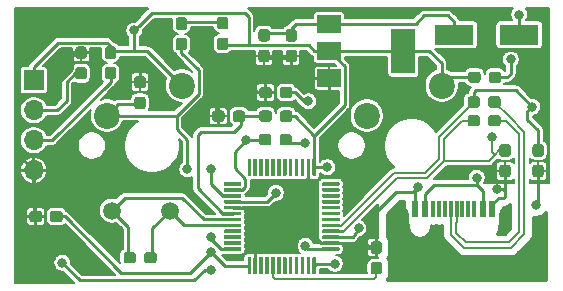
<source format=gbl>
G04 #@! TF.GenerationSoftware,KiCad,Pcbnew,5.1.5+dfsg1-2build2*
G04 #@! TF.CreationDate,2021-10-12T15:37:10+03:00*
G04 #@! TF.ProjectId,usb_kb,7573625f-6b62-42e6-9b69-6361645f7063,rev?*
G04 #@! TF.SameCoordinates,Original*
G04 #@! TF.FileFunction,Copper,L2,Bot*
G04 #@! TF.FilePolarity,Positive*
%FSLAX46Y46*%
G04 Gerber Fmt 4.6, Leading zero omitted, Abs format (unit mm)*
G04 Created by KiCad (PCBNEW 5.1.5+dfsg1-2build2) date 2021-10-12 15:37:10*
%MOMM*%
%LPD*%
G04 APERTURE LIST*
%ADD10R,0.600000X1.450000*%
%ADD11R,0.300000X1.450000*%
%ADD12O,1.000000X2.100000*%
%ADD13O,1.000000X1.600000*%
%ADD14C,2.200000*%
%ADD15C,0.100000*%
%ADD16R,3.300000X1.700000*%
%ADD17C,1.500000*%
%ADD18R,2.000000X1.500000*%
%ADD19R,2.000000X3.800000*%
%ADD20O,1.700000X1.700000*%
%ADD21R,1.700000X1.700000*%
%ADD22C,0.800000*%
%ADD23C,0.250000*%
%ADD24C,0.200000*%
%ADD25C,0.254000*%
G04 APERTURE END LIST*
D10*
X194300000Y-83400000D03*
X195100000Y-83400000D03*
X200000000Y-83400000D03*
X200800000Y-83400000D03*
X200800000Y-83400000D03*
X200000000Y-83400000D03*
X195100000Y-83400000D03*
X194300000Y-83400000D03*
D11*
X199300000Y-83400000D03*
X198800000Y-83400000D03*
X198300000Y-83400000D03*
X197300000Y-83400000D03*
X196800000Y-83400000D03*
X196300000Y-83400000D03*
X195800000Y-83400000D03*
X197800000Y-83400000D03*
D12*
X193230000Y-84315000D03*
X201870000Y-84315000D03*
D13*
X201870000Y-88495000D03*
X193230000Y-88495000D03*
D14*
X190190000Y-75460000D03*
X196540000Y-72920000D03*
G04 #@! TA.AperFunction,SMDPad,CuDef*
D15*
G36*
X166260779Y-69601144D02*
G01*
X166283834Y-69604563D01*
X166306443Y-69610227D01*
X166328387Y-69618079D01*
X166349457Y-69628044D01*
X166369448Y-69640026D01*
X166388168Y-69653910D01*
X166405438Y-69669562D01*
X166421090Y-69686832D01*
X166434974Y-69705552D01*
X166446956Y-69725543D01*
X166456921Y-69746613D01*
X166464773Y-69768557D01*
X166470437Y-69791166D01*
X166473856Y-69814221D01*
X166475000Y-69837500D01*
X166475000Y-70412500D01*
X166473856Y-70435779D01*
X166470437Y-70458834D01*
X166464773Y-70481443D01*
X166456921Y-70503387D01*
X166446956Y-70524457D01*
X166434974Y-70544448D01*
X166421090Y-70563168D01*
X166405438Y-70580438D01*
X166388168Y-70596090D01*
X166369448Y-70609974D01*
X166349457Y-70621956D01*
X166328387Y-70631921D01*
X166306443Y-70639773D01*
X166283834Y-70645437D01*
X166260779Y-70648856D01*
X166237500Y-70650000D01*
X165762500Y-70650000D01*
X165739221Y-70648856D01*
X165716166Y-70645437D01*
X165693557Y-70639773D01*
X165671613Y-70631921D01*
X165650543Y-70621956D01*
X165630552Y-70609974D01*
X165611832Y-70596090D01*
X165594562Y-70580438D01*
X165578910Y-70563168D01*
X165565026Y-70544448D01*
X165553044Y-70524457D01*
X165543079Y-70503387D01*
X165535227Y-70481443D01*
X165529563Y-70458834D01*
X165526144Y-70435779D01*
X165525000Y-70412500D01*
X165525000Y-69837500D01*
X165526144Y-69814221D01*
X165529563Y-69791166D01*
X165535227Y-69768557D01*
X165543079Y-69746613D01*
X165553044Y-69725543D01*
X165565026Y-69705552D01*
X165578910Y-69686832D01*
X165594562Y-69669562D01*
X165611832Y-69653910D01*
X165630552Y-69640026D01*
X165650543Y-69628044D01*
X165671613Y-69618079D01*
X165693557Y-69610227D01*
X165716166Y-69604563D01*
X165739221Y-69601144D01*
X165762500Y-69600000D01*
X166237500Y-69600000D01*
X166260779Y-69601144D01*
G37*
G04 #@! TD.AperFunction*
G04 #@! TA.AperFunction,SMDPad,CuDef*
G36*
X166260779Y-71351144D02*
G01*
X166283834Y-71354563D01*
X166306443Y-71360227D01*
X166328387Y-71368079D01*
X166349457Y-71378044D01*
X166369448Y-71390026D01*
X166388168Y-71403910D01*
X166405438Y-71419562D01*
X166421090Y-71436832D01*
X166434974Y-71455552D01*
X166446956Y-71475543D01*
X166456921Y-71496613D01*
X166464773Y-71518557D01*
X166470437Y-71541166D01*
X166473856Y-71564221D01*
X166475000Y-71587500D01*
X166475000Y-72162500D01*
X166473856Y-72185779D01*
X166470437Y-72208834D01*
X166464773Y-72231443D01*
X166456921Y-72253387D01*
X166446956Y-72274457D01*
X166434974Y-72294448D01*
X166421090Y-72313168D01*
X166405438Y-72330438D01*
X166388168Y-72346090D01*
X166369448Y-72359974D01*
X166349457Y-72371956D01*
X166328387Y-72381921D01*
X166306443Y-72389773D01*
X166283834Y-72395437D01*
X166260779Y-72398856D01*
X166237500Y-72400000D01*
X165762500Y-72400000D01*
X165739221Y-72398856D01*
X165716166Y-72395437D01*
X165693557Y-72389773D01*
X165671613Y-72381921D01*
X165650543Y-72371956D01*
X165630552Y-72359974D01*
X165611832Y-72346090D01*
X165594562Y-72330438D01*
X165578910Y-72313168D01*
X165565026Y-72294448D01*
X165553044Y-72274457D01*
X165543079Y-72253387D01*
X165535227Y-72231443D01*
X165529563Y-72208834D01*
X165526144Y-72185779D01*
X165525000Y-72162500D01*
X165525000Y-71587500D01*
X165526144Y-71564221D01*
X165529563Y-71541166D01*
X165535227Y-71518557D01*
X165543079Y-71496613D01*
X165553044Y-71475543D01*
X165565026Y-71455552D01*
X165578910Y-71436832D01*
X165594562Y-71419562D01*
X165611832Y-71403910D01*
X165630552Y-71390026D01*
X165650543Y-71378044D01*
X165671613Y-71368079D01*
X165693557Y-71360227D01*
X165716166Y-71354563D01*
X165739221Y-71351144D01*
X165762500Y-71350000D01*
X166237500Y-71350000D01*
X166260779Y-71351144D01*
G37*
G04 #@! TD.AperFunction*
G04 #@! TA.AperFunction,SMDPad,CuDef*
G36*
X168760779Y-69601144D02*
G01*
X168783834Y-69604563D01*
X168806443Y-69610227D01*
X168828387Y-69618079D01*
X168849457Y-69628044D01*
X168869448Y-69640026D01*
X168888168Y-69653910D01*
X168905438Y-69669562D01*
X168921090Y-69686832D01*
X168934974Y-69705552D01*
X168946956Y-69725543D01*
X168956921Y-69746613D01*
X168964773Y-69768557D01*
X168970437Y-69791166D01*
X168973856Y-69814221D01*
X168975000Y-69837500D01*
X168975000Y-70412500D01*
X168973856Y-70435779D01*
X168970437Y-70458834D01*
X168964773Y-70481443D01*
X168956921Y-70503387D01*
X168946956Y-70524457D01*
X168934974Y-70544448D01*
X168921090Y-70563168D01*
X168905438Y-70580438D01*
X168888168Y-70596090D01*
X168869448Y-70609974D01*
X168849457Y-70621956D01*
X168828387Y-70631921D01*
X168806443Y-70639773D01*
X168783834Y-70645437D01*
X168760779Y-70648856D01*
X168737500Y-70650000D01*
X168262500Y-70650000D01*
X168239221Y-70648856D01*
X168216166Y-70645437D01*
X168193557Y-70639773D01*
X168171613Y-70631921D01*
X168150543Y-70621956D01*
X168130552Y-70609974D01*
X168111832Y-70596090D01*
X168094562Y-70580438D01*
X168078910Y-70563168D01*
X168065026Y-70544448D01*
X168053044Y-70524457D01*
X168043079Y-70503387D01*
X168035227Y-70481443D01*
X168029563Y-70458834D01*
X168026144Y-70435779D01*
X168025000Y-70412500D01*
X168025000Y-69837500D01*
X168026144Y-69814221D01*
X168029563Y-69791166D01*
X168035227Y-69768557D01*
X168043079Y-69746613D01*
X168053044Y-69725543D01*
X168065026Y-69705552D01*
X168078910Y-69686832D01*
X168094562Y-69669562D01*
X168111832Y-69653910D01*
X168130552Y-69640026D01*
X168150543Y-69628044D01*
X168171613Y-69618079D01*
X168193557Y-69610227D01*
X168216166Y-69604563D01*
X168239221Y-69601144D01*
X168262500Y-69600000D01*
X168737500Y-69600000D01*
X168760779Y-69601144D01*
G37*
G04 #@! TD.AperFunction*
G04 #@! TA.AperFunction,SMDPad,CuDef*
G36*
X168760779Y-71351144D02*
G01*
X168783834Y-71354563D01*
X168806443Y-71360227D01*
X168828387Y-71368079D01*
X168849457Y-71378044D01*
X168869448Y-71390026D01*
X168888168Y-71403910D01*
X168905438Y-71419562D01*
X168921090Y-71436832D01*
X168934974Y-71455552D01*
X168946956Y-71475543D01*
X168956921Y-71496613D01*
X168964773Y-71518557D01*
X168970437Y-71541166D01*
X168973856Y-71564221D01*
X168975000Y-71587500D01*
X168975000Y-72162500D01*
X168973856Y-72185779D01*
X168970437Y-72208834D01*
X168964773Y-72231443D01*
X168956921Y-72253387D01*
X168946956Y-72274457D01*
X168934974Y-72294448D01*
X168921090Y-72313168D01*
X168905438Y-72330438D01*
X168888168Y-72346090D01*
X168869448Y-72359974D01*
X168849457Y-72371956D01*
X168828387Y-72381921D01*
X168806443Y-72389773D01*
X168783834Y-72395437D01*
X168760779Y-72398856D01*
X168737500Y-72400000D01*
X168262500Y-72400000D01*
X168239221Y-72398856D01*
X168216166Y-72395437D01*
X168193557Y-72389773D01*
X168171613Y-72381921D01*
X168150543Y-72371956D01*
X168130552Y-72359974D01*
X168111832Y-72346090D01*
X168094562Y-72330438D01*
X168078910Y-72313168D01*
X168065026Y-72294448D01*
X168053044Y-72274457D01*
X168043079Y-72253387D01*
X168035227Y-72231443D01*
X168029563Y-72208834D01*
X168026144Y-72185779D01*
X168025000Y-72162500D01*
X168025000Y-71587500D01*
X168026144Y-71564221D01*
X168029563Y-71541166D01*
X168035227Y-71518557D01*
X168043079Y-71496613D01*
X168053044Y-71475543D01*
X168065026Y-71455552D01*
X168078910Y-71436832D01*
X168094562Y-71419562D01*
X168111832Y-71403910D01*
X168130552Y-71390026D01*
X168150543Y-71378044D01*
X168171613Y-71368079D01*
X168193557Y-71360227D01*
X168216166Y-71354563D01*
X168239221Y-71351144D01*
X168262500Y-71350000D01*
X168737500Y-71350000D01*
X168760779Y-71351144D01*
G37*
G04 #@! TD.AperFunction*
G04 #@! TA.AperFunction,SMDPad,CuDef*
G36*
X183685779Y-73026144D02*
G01*
X183708834Y-73029563D01*
X183731443Y-73035227D01*
X183753387Y-73043079D01*
X183774457Y-73053044D01*
X183794448Y-73065026D01*
X183813168Y-73078910D01*
X183830438Y-73094562D01*
X183846090Y-73111832D01*
X183859974Y-73130552D01*
X183871956Y-73150543D01*
X183881921Y-73171613D01*
X183889773Y-73193557D01*
X183895437Y-73216166D01*
X183898856Y-73239221D01*
X183900000Y-73262500D01*
X183900000Y-73737500D01*
X183898856Y-73760779D01*
X183895437Y-73783834D01*
X183889773Y-73806443D01*
X183881921Y-73828387D01*
X183871956Y-73849457D01*
X183859974Y-73869448D01*
X183846090Y-73888168D01*
X183830438Y-73905438D01*
X183813168Y-73921090D01*
X183794448Y-73934974D01*
X183774457Y-73946956D01*
X183753387Y-73956921D01*
X183731443Y-73964773D01*
X183708834Y-73970437D01*
X183685779Y-73973856D01*
X183662500Y-73975000D01*
X183087500Y-73975000D01*
X183064221Y-73973856D01*
X183041166Y-73970437D01*
X183018557Y-73964773D01*
X182996613Y-73956921D01*
X182975543Y-73946956D01*
X182955552Y-73934974D01*
X182936832Y-73921090D01*
X182919562Y-73905438D01*
X182903910Y-73888168D01*
X182890026Y-73869448D01*
X182878044Y-73849457D01*
X182868079Y-73828387D01*
X182860227Y-73806443D01*
X182854563Y-73783834D01*
X182851144Y-73760779D01*
X182850000Y-73737500D01*
X182850000Y-73262500D01*
X182851144Y-73239221D01*
X182854563Y-73216166D01*
X182860227Y-73193557D01*
X182868079Y-73171613D01*
X182878044Y-73150543D01*
X182890026Y-73130552D01*
X182903910Y-73111832D01*
X182919562Y-73094562D01*
X182936832Y-73078910D01*
X182955552Y-73065026D01*
X182975543Y-73053044D01*
X182996613Y-73043079D01*
X183018557Y-73035227D01*
X183041166Y-73029563D01*
X183064221Y-73026144D01*
X183087500Y-73025000D01*
X183662500Y-73025000D01*
X183685779Y-73026144D01*
G37*
G04 #@! TD.AperFunction*
G04 #@! TA.AperFunction,SMDPad,CuDef*
G36*
X181935779Y-73026144D02*
G01*
X181958834Y-73029563D01*
X181981443Y-73035227D01*
X182003387Y-73043079D01*
X182024457Y-73053044D01*
X182044448Y-73065026D01*
X182063168Y-73078910D01*
X182080438Y-73094562D01*
X182096090Y-73111832D01*
X182109974Y-73130552D01*
X182121956Y-73150543D01*
X182131921Y-73171613D01*
X182139773Y-73193557D01*
X182145437Y-73216166D01*
X182148856Y-73239221D01*
X182150000Y-73262500D01*
X182150000Y-73737500D01*
X182148856Y-73760779D01*
X182145437Y-73783834D01*
X182139773Y-73806443D01*
X182131921Y-73828387D01*
X182121956Y-73849457D01*
X182109974Y-73869448D01*
X182096090Y-73888168D01*
X182080438Y-73905438D01*
X182063168Y-73921090D01*
X182044448Y-73934974D01*
X182024457Y-73946956D01*
X182003387Y-73956921D01*
X181981443Y-73964773D01*
X181958834Y-73970437D01*
X181935779Y-73973856D01*
X181912500Y-73975000D01*
X181337500Y-73975000D01*
X181314221Y-73973856D01*
X181291166Y-73970437D01*
X181268557Y-73964773D01*
X181246613Y-73956921D01*
X181225543Y-73946956D01*
X181205552Y-73934974D01*
X181186832Y-73921090D01*
X181169562Y-73905438D01*
X181153910Y-73888168D01*
X181140026Y-73869448D01*
X181128044Y-73849457D01*
X181118079Y-73828387D01*
X181110227Y-73806443D01*
X181104563Y-73783834D01*
X181101144Y-73760779D01*
X181100000Y-73737500D01*
X181100000Y-73262500D01*
X181101144Y-73239221D01*
X181104563Y-73216166D01*
X181110227Y-73193557D01*
X181118079Y-73171613D01*
X181128044Y-73150543D01*
X181140026Y-73130552D01*
X181153910Y-73111832D01*
X181169562Y-73094562D01*
X181186832Y-73078910D01*
X181205552Y-73065026D01*
X181225543Y-73053044D01*
X181246613Y-73043079D01*
X181268557Y-73035227D01*
X181291166Y-73029563D01*
X181314221Y-73026144D01*
X181337500Y-73025000D01*
X181912500Y-73025000D01*
X181935779Y-73026144D01*
G37*
G04 #@! TD.AperFunction*
G04 #@! TA.AperFunction,SMDPad,CuDef*
G36*
X171260779Y-73851144D02*
G01*
X171283834Y-73854563D01*
X171306443Y-73860227D01*
X171328387Y-73868079D01*
X171349457Y-73878044D01*
X171369448Y-73890026D01*
X171388168Y-73903910D01*
X171405438Y-73919562D01*
X171421090Y-73936832D01*
X171434974Y-73955552D01*
X171446956Y-73975543D01*
X171456921Y-73996613D01*
X171464773Y-74018557D01*
X171470437Y-74041166D01*
X171473856Y-74064221D01*
X171475000Y-74087500D01*
X171475000Y-74662500D01*
X171473856Y-74685779D01*
X171470437Y-74708834D01*
X171464773Y-74731443D01*
X171456921Y-74753387D01*
X171446956Y-74774457D01*
X171434974Y-74794448D01*
X171421090Y-74813168D01*
X171405438Y-74830438D01*
X171388168Y-74846090D01*
X171369448Y-74859974D01*
X171349457Y-74871956D01*
X171328387Y-74881921D01*
X171306443Y-74889773D01*
X171283834Y-74895437D01*
X171260779Y-74898856D01*
X171237500Y-74900000D01*
X170762500Y-74900000D01*
X170739221Y-74898856D01*
X170716166Y-74895437D01*
X170693557Y-74889773D01*
X170671613Y-74881921D01*
X170650543Y-74871956D01*
X170630552Y-74859974D01*
X170611832Y-74846090D01*
X170594562Y-74830438D01*
X170578910Y-74813168D01*
X170565026Y-74794448D01*
X170553044Y-74774457D01*
X170543079Y-74753387D01*
X170535227Y-74731443D01*
X170529563Y-74708834D01*
X170526144Y-74685779D01*
X170525000Y-74662500D01*
X170525000Y-74087500D01*
X170526144Y-74064221D01*
X170529563Y-74041166D01*
X170535227Y-74018557D01*
X170543079Y-73996613D01*
X170553044Y-73975543D01*
X170565026Y-73955552D01*
X170578910Y-73936832D01*
X170594562Y-73919562D01*
X170611832Y-73903910D01*
X170630552Y-73890026D01*
X170650543Y-73878044D01*
X170671613Y-73868079D01*
X170693557Y-73860227D01*
X170716166Y-73854563D01*
X170739221Y-73851144D01*
X170762500Y-73850000D01*
X171237500Y-73850000D01*
X171260779Y-73851144D01*
G37*
G04 #@! TD.AperFunction*
G04 #@! TA.AperFunction,SMDPad,CuDef*
G36*
X171260779Y-72101144D02*
G01*
X171283834Y-72104563D01*
X171306443Y-72110227D01*
X171328387Y-72118079D01*
X171349457Y-72128044D01*
X171369448Y-72140026D01*
X171388168Y-72153910D01*
X171405438Y-72169562D01*
X171421090Y-72186832D01*
X171434974Y-72205552D01*
X171446956Y-72225543D01*
X171456921Y-72246613D01*
X171464773Y-72268557D01*
X171470437Y-72291166D01*
X171473856Y-72314221D01*
X171475000Y-72337500D01*
X171475000Y-72912500D01*
X171473856Y-72935779D01*
X171470437Y-72958834D01*
X171464773Y-72981443D01*
X171456921Y-73003387D01*
X171446956Y-73024457D01*
X171434974Y-73044448D01*
X171421090Y-73063168D01*
X171405438Y-73080438D01*
X171388168Y-73096090D01*
X171369448Y-73109974D01*
X171349457Y-73121956D01*
X171328387Y-73131921D01*
X171306443Y-73139773D01*
X171283834Y-73145437D01*
X171260779Y-73148856D01*
X171237500Y-73150000D01*
X170762500Y-73150000D01*
X170739221Y-73148856D01*
X170716166Y-73145437D01*
X170693557Y-73139773D01*
X170671613Y-73131921D01*
X170650543Y-73121956D01*
X170630552Y-73109974D01*
X170611832Y-73096090D01*
X170594562Y-73080438D01*
X170578910Y-73063168D01*
X170565026Y-73044448D01*
X170553044Y-73024457D01*
X170543079Y-73003387D01*
X170535227Y-72981443D01*
X170529563Y-72958834D01*
X170526144Y-72935779D01*
X170525000Y-72912500D01*
X170525000Y-72337500D01*
X170526144Y-72314221D01*
X170529563Y-72291166D01*
X170535227Y-72268557D01*
X170543079Y-72246613D01*
X170553044Y-72225543D01*
X170565026Y-72205552D01*
X170578910Y-72186832D01*
X170594562Y-72169562D01*
X170611832Y-72153910D01*
X170630552Y-72140026D01*
X170650543Y-72128044D01*
X170671613Y-72118079D01*
X170693557Y-72110227D01*
X170716166Y-72104563D01*
X170739221Y-72101144D01*
X170762500Y-72100000D01*
X171237500Y-72100000D01*
X171260779Y-72101144D01*
G37*
G04 #@! TD.AperFunction*
G04 #@! TA.AperFunction,SMDPad,CuDef*
G36*
X178260779Y-68851144D02*
G01*
X178283834Y-68854563D01*
X178306443Y-68860227D01*
X178328387Y-68868079D01*
X178349457Y-68878044D01*
X178369448Y-68890026D01*
X178388168Y-68903910D01*
X178405438Y-68919562D01*
X178421090Y-68936832D01*
X178434974Y-68955552D01*
X178446956Y-68975543D01*
X178456921Y-68996613D01*
X178464773Y-69018557D01*
X178470437Y-69041166D01*
X178473856Y-69064221D01*
X178475000Y-69087500D01*
X178475000Y-69662500D01*
X178473856Y-69685779D01*
X178470437Y-69708834D01*
X178464773Y-69731443D01*
X178456921Y-69753387D01*
X178446956Y-69774457D01*
X178434974Y-69794448D01*
X178421090Y-69813168D01*
X178405438Y-69830438D01*
X178388168Y-69846090D01*
X178369448Y-69859974D01*
X178349457Y-69871956D01*
X178328387Y-69881921D01*
X178306443Y-69889773D01*
X178283834Y-69895437D01*
X178260779Y-69898856D01*
X178237500Y-69900000D01*
X177762500Y-69900000D01*
X177739221Y-69898856D01*
X177716166Y-69895437D01*
X177693557Y-69889773D01*
X177671613Y-69881921D01*
X177650543Y-69871956D01*
X177630552Y-69859974D01*
X177611832Y-69846090D01*
X177594562Y-69830438D01*
X177578910Y-69813168D01*
X177565026Y-69794448D01*
X177553044Y-69774457D01*
X177543079Y-69753387D01*
X177535227Y-69731443D01*
X177529563Y-69708834D01*
X177526144Y-69685779D01*
X177525000Y-69662500D01*
X177525000Y-69087500D01*
X177526144Y-69064221D01*
X177529563Y-69041166D01*
X177535227Y-69018557D01*
X177543079Y-68996613D01*
X177553044Y-68975543D01*
X177565026Y-68955552D01*
X177578910Y-68936832D01*
X177594562Y-68919562D01*
X177611832Y-68903910D01*
X177630552Y-68890026D01*
X177650543Y-68878044D01*
X177671613Y-68868079D01*
X177693557Y-68860227D01*
X177716166Y-68854563D01*
X177739221Y-68851144D01*
X177762500Y-68850000D01*
X178237500Y-68850000D01*
X178260779Y-68851144D01*
G37*
G04 #@! TD.AperFunction*
G04 #@! TA.AperFunction,SMDPad,CuDef*
G36*
X178260779Y-67101144D02*
G01*
X178283834Y-67104563D01*
X178306443Y-67110227D01*
X178328387Y-67118079D01*
X178349457Y-67128044D01*
X178369448Y-67140026D01*
X178388168Y-67153910D01*
X178405438Y-67169562D01*
X178421090Y-67186832D01*
X178434974Y-67205552D01*
X178446956Y-67225543D01*
X178456921Y-67246613D01*
X178464773Y-67268557D01*
X178470437Y-67291166D01*
X178473856Y-67314221D01*
X178475000Y-67337500D01*
X178475000Y-67912500D01*
X178473856Y-67935779D01*
X178470437Y-67958834D01*
X178464773Y-67981443D01*
X178456921Y-68003387D01*
X178446956Y-68024457D01*
X178434974Y-68044448D01*
X178421090Y-68063168D01*
X178405438Y-68080438D01*
X178388168Y-68096090D01*
X178369448Y-68109974D01*
X178349457Y-68121956D01*
X178328387Y-68131921D01*
X178306443Y-68139773D01*
X178283834Y-68145437D01*
X178260779Y-68148856D01*
X178237500Y-68150000D01*
X177762500Y-68150000D01*
X177739221Y-68148856D01*
X177716166Y-68145437D01*
X177693557Y-68139773D01*
X177671613Y-68131921D01*
X177650543Y-68121956D01*
X177630552Y-68109974D01*
X177611832Y-68096090D01*
X177594562Y-68080438D01*
X177578910Y-68063168D01*
X177565026Y-68044448D01*
X177553044Y-68024457D01*
X177543079Y-68003387D01*
X177535227Y-67981443D01*
X177529563Y-67958834D01*
X177526144Y-67935779D01*
X177525000Y-67912500D01*
X177525000Y-67337500D01*
X177526144Y-67314221D01*
X177529563Y-67291166D01*
X177535227Y-67268557D01*
X177543079Y-67246613D01*
X177553044Y-67225543D01*
X177565026Y-67205552D01*
X177578910Y-67186832D01*
X177594562Y-67169562D01*
X177611832Y-67153910D01*
X177630552Y-67140026D01*
X177650543Y-67128044D01*
X177671613Y-67118079D01*
X177693557Y-67110227D01*
X177716166Y-67104563D01*
X177739221Y-67101144D01*
X177762500Y-67100000D01*
X178237500Y-67100000D01*
X178260779Y-67101144D01*
G37*
G04 #@! TD.AperFunction*
G04 #@! TA.AperFunction,SMDPad,CuDef*
G36*
X191260779Y-86101144D02*
G01*
X191283834Y-86104563D01*
X191306443Y-86110227D01*
X191328387Y-86118079D01*
X191349457Y-86128044D01*
X191369448Y-86140026D01*
X191388168Y-86153910D01*
X191405438Y-86169562D01*
X191421090Y-86186832D01*
X191434974Y-86205552D01*
X191446956Y-86225543D01*
X191456921Y-86246613D01*
X191464773Y-86268557D01*
X191470437Y-86291166D01*
X191473856Y-86314221D01*
X191475000Y-86337500D01*
X191475000Y-86912500D01*
X191473856Y-86935779D01*
X191470437Y-86958834D01*
X191464773Y-86981443D01*
X191456921Y-87003387D01*
X191446956Y-87024457D01*
X191434974Y-87044448D01*
X191421090Y-87063168D01*
X191405438Y-87080438D01*
X191388168Y-87096090D01*
X191369448Y-87109974D01*
X191349457Y-87121956D01*
X191328387Y-87131921D01*
X191306443Y-87139773D01*
X191283834Y-87145437D01*
X191260779Y-87148856D01*
X191237500Y-87150000D01*
X190762500Y-87150000D01*
X190739221Y-87148856D01*
X190716166Y-87145437D01*
X190693557Y-87139773D01*
X190671613Y-87131921D01*
X190650543Y-87121956D01*
X190630552Y-87109974D01*
X190611832Y-87096090D01*
X190594562Y-87080438D01*
X190578910Y-87063168D01*
X190565026Y-87044448D01*
X190553044Y-87024457D01*
X190543079Y-87003387D01*
X190535227Y-86981443D01*
X190529563Y-86958834D01*
X190526144Y-86935779D01*
X190525000Y-86912500D01*
X190525000Y-86337500D01*
X190526144Y-86314221D01*
X190529563Y-86291166D01*
X190535227Y-86268557D01*
X190543079Y-86246613D01*
X190553044Y-86225543D01*
X190565026Y-86205552D01*
X190578910Y-86186832D01*
X190594562Y-86169562D01*
X190611832Y-86153910D01*
X190630552Y-86140026D01*
X190650543Y-86128044D01*
X190671613Y-86118079D01*
X190693557Y-86110227D01*
X190716166Y-86104563D01*
X190739221Y-86101144D01*
X190762500Y-86100000D01*
X191237500Y-86100000D01*
X191260779Y-86101144D01*
G37*
G04 #@! TD.AperFunction*
G04 #@! TA.AperFunction,SMDPad,CuDef*
G36*
X191260779Y-87851144D02*
G01*
X191283834Y-87854563D01*
X191306443Y-87860227D01*
X191328387Y-87868079D01*
X191349457Y-87878044D01*
X191369448Y-87890026D01*
X191388168Y-87903910D01*
X191405438Y-87919562D01*
X191421090Y-87936832D01*
X191434974Y-87955552D01*
X191446956Y-87975543D01*
X191456921Y-87996613D01*
X191464773Y-88018557D01*
X191470437Y-88041166D01*
X191473856Y-88064221D01*
X191475000Y-88087500D01*
X191475000Y-88662500D01*
X191473856Y-88685779D01*
X191470437Y-88708834D01*
X191464773Y-88731443D01*
X191456921Y-88753387D01*
X191446956Y-88774457D01*
X191434974Y-88794448D01*
X191421090Y-88813168D01*
X191405438Y-88830438D01*
X191388168Y-88846090D01*
X191369448Y-88859974D01*
X191349457Y-88871956D01*
X191328387Y-88881921D01*
X191306443Y-88889773D01*
X191283834Y-88895437D01*
X191260779Y-88898856D01*
X191237500Y-88900000D01*
X190762500Y-88900000D01*
X190739221Y-88898856D01*
X190716166Y-88895437D01*
X190693557Y-88889773D01*
X190671613Y-88881921D01*
X190650543Y-88871956D01*
X190630552Y-88859974D01*
X190611832Y-88846090D01*
X190594562Y-88830438D01*
X190578910Y-88813168D01*
X190565026Y-88794448D01*
X190553044Y-88774457D01*
X190543079Y-88753387D01*
X190535227Y-88731443D01*
X190529563Y-88708834D01*
X190526144Y-88685779D01*
X190525000Y-88662500D01*
X190525000Y-88087500D01*
X190526144Y-88064221D01*
X190529563Y-88041166D01*
X190535227Y-88018557D01*
X190543079Y-87996613D01*
X190553044Y-87975543D01*
X190565026Y-87955552D01*
X190578910Y-87936832D01*
X190594562Y-87919562D01*
X190611832Y-87903910D01*
X190630552Y-87890026D01*
X190650543Y-87878044D01*
X190671613Y-87868079D01*
X190693557Y-87860227D01*
X190716166Y-87854563D01*
X190739221Y-87851144D01*
X190762500Y-87850000D01*
X191237500Y-87850000D01*
X191260779Y-87851144D01*
G37*
G04 #@! TD.AperFunction*
G04 #@! TA.AperFunction,SMDPad,CuDef*
G36*
X201360779Y-71726144D02*
G01*
X201383834Y-71729563D01*
X201406443Y-71735227D01*
X201428387Y-71743079D01*
X201449457Y-71753044D01*
X201469448Y-71765026D01*
X201488168Y-71778910D01*
X201505438Y-71794562D01*
X201521090Y-71811832D01*
X201534974Y-71830552D01*
X201546956Y-71850543D01*
X201556921Y-71871613D01*
X201564773Y-71893557D01*
X201570437Y-71916166D01*
X201573856Y-71939221D01*
X201575000Y-71962500D01*
X201575000Y-72437500D01*
X201573856Y-72460779D01*
X201570437Y-72483834D01*
X201564773Y-72506443D01*
X201556921Y-72528387D01*
X201546956Y-72549457D01*
X201534974Y-72569448D01*
X201521090Y-72588168D01*
X201505438Y-72605438D01*
X201488168Y-72621090D01*
X201469448Y-72634974D01*
X201449457Y-72646956D01*
X201428387Y-72656921D01*
X201406443Y-72664773D01*
X201383834Y-72670437D01*
X201360779Y-72673856D01*
X201337500Y-72675000D01*
X200762500Y-72675000D01*
X200739221Y-72673856D01*
X200716166Y-72670437D01*
X200693557Y-72664773D01*
X200671613Y-72656921D01*
X200650543Y-72646956D01*
X200630552Y-72634974D01*
X200611832Y-72621090D01*
X200594562Y-72605438D01*
X200578910Y-72588168D01*
X200565026Y-72569448D01*
X200553044Y-72549457D01*
X200543079Y-72528387D01*
X200535227Y-72506443D01*
X200529563Y-72483834D01*
X200526144Y-72460779D01*
X200525000Y-72437500D01*
X200525000Y-71962500D01*
X200526144Y-71939221D01*
X200529563Y-71916166D01*
X200535227Y-71893557D01*
X200543079Y-71871613D01*
X200553044Y-71850543D01*
X200565026Y-71830552D01*
X200578910Y-71811832D01*
X200594562Y-71794562D01*
X200611832Y-71778910D01*
X200630552Y-71765026D01*
X200650543Y-71753044D01*
X200671613Y-71743079D01*
X200693557Y-71735227D01*
X200716166Y-71729563D01*
X200739221Y-71726144D01*
X200762500Y-71725000D01*
X201337500Y-71725000D01*
X201360779Y-71726144D01*
G37*
G04 #@! TD.AperFunction*
G04 #@! TA.AperFunction,SMDPad,CuDef*
G36*
X199610779Y-71726144D02*
G01*
X199633834Y-71729563D01*
X199656443Y-71735227D01*
X199678387Y-71743079D01*
X199699457Y-71753044D01*
X199719448Y-71765026D01*
X199738168Y-71778910D01*
X199755438Y-71794562D01*
X199771090Y-71811832D01*
X199784974Y-71830552D01*
X199796956Y-71850543D01*
X199806921Y-71871613D01*
X199814773Y-71893557D01*
X199820437Y-71916166D01*
X199823856Y-71939221D01*
X199825000Y-71962500D01*
X199825000Y-72437500D01*
X199823856Y-72460779D01*
X199820437Y-72483834D01*
X199814773Y-72506443D01*
X199806921Y-72528387D01*
X199796956Y-72549457D01*
X199784974Y-72569448D01*
X199771090Y-72588168D01*
X199755438Y-72605438D01*
X199738168Y-72621090D01*
X199719448Y-72634974D01*
X199699457Y-72646956D01*
X199678387Y-72656921D01*
X199656443Y-72664773D01*
X199633834Y-72670437D01*
X199610779Y-72673856D01*
X199587500Y-72675000D01*
X199012500Y-72675000D01*
X198989221Y-72673856D01*
X198966166Y-72670437D01*
X198943557Y-72664773D01*
X198921613Y-72656921D01*
X198900543Y-72646956D01*
X198880552Y-72634974D01*
X198861832Y-72621090D01*
X198844562Y-72605438D01*
X198828910Y-72588168D01*
X198815026Y-72569448D01*
X198803044Y-72549457D01*
X198793079Y-72528387D01*
X198785227Y-72506443D01*
X198779563Y-72483834D01*
X198776144Y-72460779D01*
X198775000Y-72437500D01*
X198775000Y-71962500D01*
X198776144Y-71939221D01*
X198779563Y-71916166D01*
X198785227Y-71893557D01*
X198793079Y-71871613D01*
X198803044Y-71850543D01*
X198815026Y-71830552D01*
X198828910Y-71811832D01*
X198844562Y-71794562D01*
X198861832Y-71778910D01*
X198880552Y-71765026D01*
X198900543Y-71753044D01*
X198921613Y-71743079D01*
X198943557Y-71735227D01*
X198966166Y-71729563D01*
X198989221Y-71726144D01*
X199012500Y-71725000D01*
X199587500Y-71725000D01*
X199610779Y-71726144D01*
G37*
G04 #@! TD.AperFunction*
G04 #@! TA.AperFunction,SMDPad,CuDef*
G36*
X170435779Y-87026144D02*
G01*
X170458834Y-87029563D01*
X170481443Y-87035227D01*
X170503387Y-87043079D01*
X170524457Y-87053044D01*
X170544448Y-87065026D01*
X170563168Y-87078910D01*
X170580438Y-87094562D01*
X170596090Y-87111832D01*
X170609974Y-87130552D01*
X170621956Y-87150543D01*
X170631921Y-87171613D01*
X170639773Y-87193557D01*
X170645437Y-87216166D01*
X170648856Y-87239221D01*
X170650000Y-87262500D01*
X170650000Y-87737500D01*
X170648856Y-87760779D01*
X170645437Y-87783834D01*
X170639773Y-87806443D01*
X170631921Y-87828387D01*
X170621956Y-87849457D01*
X170609974Y-87869448D01*
X170596090Y-87888168D01*
X170580438Y-87905438D01*
X170563168Y-87921090D01*
X170544448Y-87934974D01*
X170524457Y-87946956D01*
X170503387Y-87956921D01*
X170481443Y-87964773D01*
X170458834Y-87970437D01*
X170435779Y-87973856D01*
X170412500Y-87975000D01*
X169837500Y-87975000D01*
X169814221Y-87973856D01*
X169791166Y-87970437D01*
X169768557Y-87964773D01*
X169746613Y-87956921D01*
X169725543Y-87946956D01*
X169705552Y-87934974D01*
X169686832Y-87921090D01*
X169669562Y-87905438D01*
X169653910Y-87888168D01*
X169640026Y-87869448D01*
X169628044Y-87849457D01*
X169618079Y-87828387D01*
X169610227Y-87806443D01*
X169604563Y-87783834D01*
X169601144Y-87760779D01*
X169600000Y-87737500D01*
X169600000Y-87262500D01*
X169601144Y-87239221D01*
X169604563Y-87216166D01*
X169610227Y-87193557D01*
X169618079Y-87171613D01*
X169628044Y-87150543D01*
X169640026Y-87130552D01*
X169653910Y-87111832D01*
X169669562Y-87094562D01*
X169686832Y-87078910D01*
X169705552Y-87065026D01*
X169725543Y-87053044D01*
X169746613Y-87043079D01*
X169768557Y-87035227D01*
X169791166Y-87029563D01*
X169814221Y-87026144D01*
X169837500Y-87025000D01*
X170412500Y-87025000D01*
X170435779Y-87026144D01*
G37*
G04 #@! TD.AperFunction*
G04 #@! TA.AperFunction,SMDPad,CuDef*
G36*
X172185779Y-87026144D02*
G01*
X172208834Y-87029563D01*
X172231443Y-87035227D01*
X172253387Y-87043079D01*
X172274457Y-87053044D01*
X172294448Y-87065026D01*
X172313168Y-87078910D01*
X172330438Y-87094562D01*
X172346090Y-87111832D01*
X172359974Y-87130552D01*
X172371956Y-87150543D01*
X172381921Y-87171613D01*
X172389773Y-87193557D01*
X172395437Y-87216166D01*
X172398856Y-87239221D01*
X172400000Y-87262500D01*
X172400000Y-87737500D01*
X172398856Y-87760779D01*
X172395437Y-87783834D01*
X172389773Y-87806443D01*
X172381921Y-87828387D01*
X172371956Y-87849457D01*
X172359974Y-87869448D01*
X172346090Y-87888168D01*
X172330438Y-87905438D01*
X172313168Y-87921090D01*
X172294448Y-87934974D01*
X172274457Y-87946956D01*
X172253387Y-87956921D01*
X172231443Y-87964773D01*
X172208834Y-87970437D01*
X172185779Y-87973856D01*
X172162500Y-87975000D01*
X171587500Y-87975000D01*
X171564221Y-87973856D01*
X171541166Y-87970437D01*
X171518557Y-87964773D01*
X171496613Y-87956921D01*
X171475543Y-87946956D01*
X171455552Y-87934974D01*
X171436832Y-87921090D01*
X171419562Y-87905438D01*
X171403910Y-87888168D01*
X171390026Y-87869448D01*
X171378044Y-87849457D01*
X171368079Y-87828387D01*
X171360227Y-87806443D01*
X171354563Y-87783834D01*
X171351144Y-87760779D01*
X171350000Y-87737500D01*
X171350000Y-87262500D01*
X171351144Y-87239221D01*
X171354563Y-87216166D01*
X171360227Y-87193557D01*
X171368079Y-87171613D01*
X171378044Y-87150543D01*
X171390026Y-87130552D01*
X171403910Y-87111832D01*
X171419562Y-87094562D01*
X171436832Y-87078910D01*
X171455552Y-87065026D01*
X171475543Y-87053044D01*
X171496613Y-87043079D01*
X171518557Y-87035227D01*
X171541166Y-87029563D01*
X171564221Y-87026144D01*
X171587500Y-87025000D01*
X172162500Y-87025000D01*
X172185779Y-87026144D01*
G37*
G04 #@! TD.AperFunction*
G04 #@! TA.AperFunction,SMDPad,CuDef*
G36*
X181935779Y-75026144D02*
G01*
X181958834Y-75029563D01*
X181981443Y-75035227D01*
X182003387Y-75043079D01*
X182024457Y-75053044D01*
X182044448Y-75065026D01*
X182063168Y-75078910D01*
X182080438Y-75094562D01*
X182096090Y-75111832D01*
X182109974Y-75130552D01*
X182121956Y-75150543D01*
X182131921Y-75171613D01*
X182139773Y-75193557D01*
X182145437Y-75216166D01*
X182148856Y-75239221D01*
X182150000Y-75262500D01*
X182150000Y-75737500D01*
X182148856Y-75760779D01*
X182145437Y-75783834D01*
X182139773Y-75806443D01*
X182131921Y-75828387D01*
X182121956Y-75849457D01*
X182109974Y-75869448D01*
X182096090Y-75888168D01*
X182080438Y-75905438D01*
X182063168Y-75921090D01*
X182044448Y-75934974D01*
X182024457Y-75946956D01*
X182003387Y-75956921D01*
X181981443Y-75964773D01*
X181958834Y-75970437D01*
X181935779Y-75973856D01*
X181912500Y-75975000D01*
X181337500Y-75975000D01*
X181314221Y-75973856D01*
X181291166Y-75970437D01*
X181268557Y-75964773D01*
X181246613Y-75956921D01*
X181225543Y-75946956D01*
X181205552Y-75934974D01*
X181186832Y-75921090D01*
X181169562Y-75905438D01*
X181153910Y-75888168D01*
X181140026Y-75869448D01*
X181128044Y-75849457D01*
X181118079Y-75828387D01*
X181110227Y-75806443D01*
X181104563Y-75783834D01*
X181101144Y-75760779D01*
X181100000Y-75737500D01*
X181100000Y-75262500D01*
X181101144Y-75239221D01*
X181104563Y-75216166D01*
X181110227Y-75193557D01*
X181118079Y-75171613D01*
X181128044Y-75150543D01*
X181140026Y-75130552D01*
X181153910Y-75111832D01*
X181169562Y-75094562D01*
X181186832Y-75078910D01*
X181205552Y-75065026D01*
X181225543Y-75053044D01*
X181246613Y-75043079D01*
X181268557Y-75035227D01*
X181291166Y-75029563D01*
X181314221Y-75026144D01*
X181337500Y-75025000D01*
X181912500Y-75025000D01*
X181935779Y-75026144D01*
G37*
G04 #@! TD.AperFunction*
G04 #@! TA.AperFunction,SMDPad,CuDef*
G36*
X183685779Y-75026144D02*
G01*
X183708834Y-75029563D01*
X183731443Y-75035227D01*
X183753387Y-75043079D01*
X183774457Y-75053044D01*
X183794448Y-75065026D01*
X183813168Y-75078910D01*
X183830438Y-75094562D01*
X183846090Y-75111832D01*
X183859974Y-75130552D01*
X183871956Y-75150543D01*
X183881921Y-75171613D01*
X183889773Y-75193557D01*
X183895437Y-75216166D01*
X183898856Y-75239221D01*
X183900000Y-75262500D01*
X183900000Y-75737500D01*
X183898856Y-75760779D01*
X183895437Y-75783834D01*
X183889773Y-75806443D01*
X183881921Y-75828387D01*
X183871956Y-75849457D01*
X183859974Y-75869448D01*
X183846090Y-75888168D01*
X183830438Y-75905438D01*
X183813168Y-75921090D01*
X183794448Y-75934974D01*
X183774457Y-75946956D01*
X183753387Y-75956921D01*
X183731443Y-75964773D01*
X183708834Y-75970437D01*
X183685779Y-75973856D01*
X183662500Y-75975000D01*
X183087500Y-75975000D01*
X183064221Y-75973856D01*
X183041166Y-75970437D01*
X183018557Y-75964773D01*
X182996613Y-75956921D01*
X182975543Y-75946956D01*
X182955552Y-75934974D01*
X182936832Y-75921090D01*
X182919562Y-75905438D01*
X182903910Y-75888168D01*
X182890026Y-75869448D01*
X182878044Y-75849457D01*
X182868079Y-75828387D01*
X182860227Y-75806443D01*
X182854563Y-75783834D01*
X182851144Y-75760779D01*
X182850000Y-75737500D01*
X182850000Y-75262500D01*
X182851144Y-75239221D01*
X182854563Y-75216166D01*
X182860227Y-75193557D01*
X182868079Y-75171613D01*
X182878044Y-75150543D01*
X182890026Y-75130552D01*
X182903910Y-75111832D01*
X182919562Y-75094562D01*
X182936832Y-75078910D01*
X182955552Y-75065026D01*
X182975543Y-75053044D01*
X182996613Y-75043079D01*
X183018557Y-75035227D01*
X183041166Y-75029563D01*
X183064221Y-75026144D01*
X183087500Y-75025000D01*
X183662500Y-75025000D01*
X183685779Y-75026144D01*
G37*
G04 #@! TD.AperFunction*
G04 #@! TA.AperFunction,SMDPad,CuDef*
G36*
X201310779Y-75426144D02*
G01*
X201333834Y-75429563D01*
X201356443Y-75435227D01*
X201378387Y-75443079D01*
X201399457Y-75453044D01*
X201419448Y-75465026D01*
X201438168Y-75478910D01*
X201455438Y-75494562D01*
X201471090Y-75511832D01*
X201484974Y-75530552D01*
X201496956Y-75550543D01*
X201506921Y-75571613D01*
X201514773Y-75593557D01*
X201520437Y-75616166D01*
X201523856Y-75639221D01*
X201525000Y-75662500D01*
X201525000Y-76137500D01*
X201523856Y-76160779D01*
X201520437Y-76183834D01*
X201514773Y-76206443D01*
X201506921Y-76228387D01*
X201496956Y-76249457D01*
X201484974Y-76269448D01*
X201471090Y-76288168D01*
X201455438Y-76305438D01*
X201438168Y-76321090D01*
X201419448Y-76334974D01*
X201399457Y-76346956D01*
X201378387Y-76356921D01*
X201356443Y-76364773D01*
X201333834Y-76370437D01*
X201310779Y-76373856D01*
X201287500Y-76375000D01*
X200712500Y-76375000D01*
X200689221Y-76373856D01*
X200666166Y-76370437D01*
X200643557Y-76364773D01*
X200621613Y-76356921D01*
X200600543Y-76346956D01*
X200580552Y-76334974D01*
X200561832Y-76321090D01*
X200544562Y-76305438D01*
X200528910Y-76288168D01*
X200515026Y-76269448D01*
X200503044Y-76249457D01*
X200493079Y-76228387D01*
X200485227Y-76206443D01*
X200479563Y-76183834D01*
X200476144Y-76160779D01*
X200475000Y-76137500D01*
X200475000Y-75662500D01*
X200476144Y-75639221D01*
X200479563Y-75616166D01*
X200485227Y-75593557D01*
X200493079Y-75571613D01*
X200503044Y-75550543D01*
X200515026Y-75530552D01*
X200528910Y-75511832D01*
X200544562Y-75494562D01*
X200561832Y-75478910D01*
X200580552Y-75465026D01*
X200600543Y-75453044D01*
X200621613Y-75443079D01*
X200643557Y-75435227D01*
X200666166Y-75429563D01*
X200689221Y-75426144D01*
X200712500Y-75425000D01*
X201287500Y-75425000D01*
X201310779Y-75426144D01*
G37*
G04 #@! TD.AperFunction*
G04 #@! TA.AperFunction,SMDPad,CuDef*
G36*
X199560779Y-75426144D02*
G01*
X199583834Y-75429563D01*
X199606443Y-75435227D01*
X199628387Y-75443079D01*
X199649457Y-75453044D01*
X199669448Y-75465026D01*
X199688168Y-75478910D01*
X199705438Y-75494562D01*
X199721090Y-75511832D01*
X199734974Y-75530552D01*
X199746956Y-75550543D01*
X199756921Y-75571613D01*
X199764773Y-75593557D01*
X199770437Y-75616166D01*
X199773856Y-75639221D01*
X199775000Y-75662500D01*
X199775000Y-76137500D01*
X199773856Y-76160779D01*
X199770437Y-76183834D01*
X199764773Y-76206443D01*
X199756921Y-76228387D01*
X199746956Y-76249457D01*
X199734974Y-76269448D01*
X199721090Y-76288168D01*
X199705438Y-76305438D01*
X199688168Y-76321090D01*
X199669448Y-76334974D01*
X199649457Y-76346956D01*
X199628387Y-76356921D01*
X199606443Y-76364773D01*
X199583834Y-76370437D01*
X199560779Y-76373856D01*
X199537500Y-76375000D01*
X198962500Y-76375000D01*
X198939221Y-76373856D01*
X198916166Y-76370437D01*
X198893557Y-76364773D01*
X198871613Y-76356921D01*
X198850543Y-76346956D01*
X198830552Y-76334974D01*
X198811832Y-76321090D01*
X198794562Y-76305438D01*
X198778910Y-76288168D01*
X198765026Y-76269448D01*
X198753044Y-76249457D01*
X198743079Y-76228387D01*
X198735227Y-76206443D01*
X198729563Y-76183834D01*
X198726144Y-76160779D01*
X198725000Y-76137500D01*
X198725000Y-75662500D01*
X198726144Y-75639221D01*
X198729563Y-75616166D01*
X198735227Y-75593557D01*
X198743079Y-75571613D01*
X198753044Y-75550543D01*
X198765026Y-75530552D01*
X198778910Y-75511832D01*
X198794562Y-75494562D01*
X198811832Y-75478910D01*
X198830552Y-75465026D01*
X198850543Y-75453044D01*
X198871613Y-75443079D01*
X198893557Y-75435227D01*
X198916166Y-75429563D01*
X198939221Y-75426144D01*
X198962500Y-75425000D01*
X199537500Y-75425000D01*
X199560779Y-75426144D01*
G37*
G04 #@! TD.AperFunction*
G04 #@! TA.AperFunction,SMDPad,CuDef*
G36*
X201310779Y-73826144D02*
G01*
X201333834Y-73829563D01*
X201356443Y-73835227D01*
X201378387Y-73843079D01*
X201399457Y-73853044D01*
X201419448Y-73865026D01*
X201438168Y-73878910D01*
X201455438Y-73894562D01*
X201471090Y-73911832D01*
X201484974Y-73930552D01*
X201496956Y-73950543D01*
X201506921Y-73971613D01*
X201514773Y-73993557D01*
X201520437Y-74016166D01*
X201523856Y-74039221D01*
X201525000Y-74062500D01*
X201525000Y-74537500D01*
X201523856Y-74560779D01*
X201520437Y-74583834D01*
X201514773Y-74606443D01*
X201506921Y-74628387D01*
X201496956Y-74649457D01*
X201484974Y-74669448D01*
X201471090Y-74688168D01*
X201455438Y-74705438D01*
X201438168Y-74721090D01*
X201419448Y-74734974D01*
X201399457Y-74746956D01*
X201378387Y-74756921D01*
X201356443Y-74764773D01*
X201333834Y-74770437D01*
X201310779Y-74773856D01*
X201287500Y-74775000D01*
X200712500Y-74775000D01*
X200689221Y-74773856D01*
X200666166Y-74770437D01*
X200643557Y-74764773D01*
X200621613Y-74756921D01*
X200600543Y-74746956D01*
X200580552Y-74734974D01*
X200561832Y-74721090D01*
X200544562Y-74705438D01*
X200528910Y-74688168D01*
X200515026Y-74669448D01*
X200503044Y-74649457D01*
X200493079Y-74628387D01*
X200485227Y-74606443D01*
X200479563Y-74583834D01*
X200476144Y-74560779D01*
X200475000Y-74537500D01*
X200475000Y-74062500D01*
X200476144Y-74039221D01*
X200479563Y-74016166D01*
X200485227Y-73993557D01*
X200493079Y-73971613D01*
X200503044Y-73950543D01*
X200515026Y-73930552D01*
X200528910Y-73911832D01*
X200544562Y-73894562D01*
X200561832Y-73878910D01*
X200580552Y-73865026D01*
X200600543Y-73853044D01*
X200621613Y-73843079D01*
X200643557Y-73835227D01*
X200666166Y-73829563D01*
X200689221Y-73826144D01*
X200712500Y-73825000D01*
X201287500Y-73825000D01*
X201310779Y-73826144D01*
G37*
G04 #@! TD.AperFunction*
G04 #@! TA.AperFunction,SMDPad,CuDef*
G36*
X199560779Y-73826144D02*
G01*
X199583834Y-73829563D01*
X199606443Y-73835227D01*
X199628387Y-73843079D01*
X199649457Y-73853044D01*
X199669448Y-73865026D01*
X199688168Y-73878910D01*
X199705438Y-73894562D01*
X199721090Y-73911832D01*
X199734974Y-73930552D01*
X199746956Y-73950543D01*
X199756921Y-73971613D01*
X199764773Y-73993557D01*
X199770437Y-74016166D01*
X199773856Y-74039221D01*
X199775000Y-74062500D01*
X199775000Y-74537500D01*
X199773856Y-74560779D01*
X199770437Y-74583834D01*
X199764773Y-74606443D01*
X199756921Y-74628387D01*
X199746956Y-74649457D01*
X199734974Y-74669448D01*
X199721090Y-74688168D01*
X199705438Y-74705438D01*
X199688168Y-74721090D01*
X199669448Y-74734974D01*
X199649457Y-74746956D01*
X199628387Y-74756921D01*
X199606443Y-74764773D01*
X199583834Y-74770437D01*
X199560779Y-74773856D01*
X199537500Y-74775000D01*
X198962500Y-74775000D01*
X198939221Y-74773856D01*
X198916166Y-74770437D01*
X198893557Y-74764773D01*
X198871613Y-74756921D01*
X198850543Y-74746956D01*
X198830552Y-74734974D01*
X198811832Y-74721090D01*
X198794562Y-74705438D01*
X198778910Y-74688168D01*
X198765026Y-74669448D01*
X198753044Y-74649457D01*
X198743079Y-74628387D01*
X198735227Y-74606443D01*
X198729563Y-74583834D01*
X198726144Y-74560779D01*
X198725000Y-74537500D01*
X198725000Y-74062500D01*
X198726144Y-74039221D01*
X198729563Y-74016166D01*
X198735227Y-73993557D01*
X198743079Y-73971613D01*
X198753044Y-73950543D01*
X198765026Y-73930552D01*
X198778910Y-73911832D01*
X198794562Y-73894562D01*
X198811832Y-73878910D01*
X198830552Y-73865026D01*
X198850543Y-73853044D01*
X198871613Y-73843079D01*
X198893557Y-73835227D01*
X198916166Y-73829563D01*
X198939221Y-73826144D01*
X198962500Y-73825000D01*
X199537500Y-73825000D01*
X199560779Y-73826144D01*
G37*
G04 #@! TD.AperFunction*
D16*
X203100000Y-68600000D03*
X197600000Y-68600000D03*
G04 #@! TA.AperFunction,SMDPad,CuDef*
D15*
G36*
X183648279Y-77026144D02*
G01*
X183671334Y-77029563D01*
X183693943Y-77035227D01*
X183715887Y-77043079D01*
X183736957Y-77053044D01*
X183756948Y-77065026D01*
X183775668Y-77078910D01*
X183792938Y-77094562D01*
X183808590Y-77111832D01*
X183822474Y-77130552D01*
X183834456Y-77150543D01*
X183844421Y-77171613D01*
X183852273Y-77193557D01*
X183857937Y-77216166D01*
X183861356Y-77239221D01*
X183862500Y-77262500D01*
X183862500Y-77737500D01*
X183861356Y-77760779D01*
X183857937Y-77783834D01*
X183852273Y-77806443D01*
X183844421Y-77828387D01*
X183834456Y-77849457D01*
X183822474Y-77869448D01*
X183808590Y-77888168D01*
X183792938Y-77905438D01*
X183775668Y-77921090D01*
X183756948Y-77934974D01*
X183736957Y-77946956D01*
X183715887Y-77956921D01*
X183693943Y-77964773D01*
X183671334Y-77970437D01*
X183648279Y-77973856D01*
X183625000Y-77975000D01*
X183050000Y-77975000D01*
X183026721Y-77973856D01*
X183003666Y-77970437D01*
X182981057Y-77964773D01*
X182959113Y-77956921D01*
X182938043Y-77946956D01*
X182918052Y-77934974D01*
X182899332Y-77921090D01*
X182882062Y-77905438D01*
X182866410Y-77888168D01*
X182852526Y-77869448D01*
X182840544Y-77849457D01*
X182830579Y-77828387D01*
X182822727Y-77806443D01*
X182817063Y-77783834D01*
X182813644Y-77760779D01*
X182812500Y-77737500D01*
X182812500Y-77262500D01*
X182813644Y-77239221D01*
X182817063Y-77216166D01*
X182822727Y-77193557D01*
X182830579Y-77171613D01*
X182840544Y-77150543D01*
X182852526Y-77130552D01*
X182866410Y-77111832D01*
X182882062Y-77094562D01*
X182899332Y-77078910D01*
X182918052Y-77065026D01*
X182938043Y-77053044D01*
X182959113Y-77043079D01*
X182981057Y-77035227D01*
X183003666Y-77029563D01*
X183026721Y-77026144D01*
X183050000Y-77025000D01*
X183625000Y-77025000D01*
X183648279Y-77026144D01*
G37*
G04 #@! TD.AperFunction*
G04 #@! TA.AperFunction,SMDPad,CuDef*
G36*
X181898279Y-77026144D02*
G01*
X181921334Y-77029563D01*
X181943943Y-77035227D01*
X181965887Y-77043079D01*
X181986957Y-77053044D01*
X182006948Y-77065026D01*
X182025668Y-77078910D01*
X182042938Y-77094562D01*
X182058590Y-77111832D01*
X182072474Y-77130552D01*
X182084456Y-77150543D01*
X182094421Y-77171613D01*
X182102273Y-77193557D01*
X182107937Y-77216166D01*
X182111356Y-77239221D01*
X182112500Y-77262500D01*
X182112500Y-77737500D01*
X182111356Y-77760779D01*
X182107937Y-77783834D01*
X182102273Y-77806443D01*
X182094421Y-77828387D01*
X182084456Y-77849457D01*
X182072474Y-77869448D01*
X182058590Y-77888168D01*
X182042938Y-77905438D01*
X182025668Y-77921090D01*
X182006948Y-77934974D01*
X181986957Y-77946956D01*
X181965887Y-77956921D01*
X181943943Y-77964773D01*
X181921334Y-77970437D01*
X181898279Y-77973856D01*
X181875000Y-77975000D01*
X181300000Y-77975000D01*
X181276721Y-77973856D01*
X181253666Y-77970437D01*
X181231057Y-77964773D01*
X181209113Y-77956921D01*
X181188043Y-77946956D01*
X181168052Y-77934974D01*
X181149332Y-77921090D01*
X181132062Y-77905438D01*
X181116410Y-77888168D01*
X181102526Y-77869448D01*
X181090544Y-77849457D01*
X181080579Y-77828387D01*
X181072727Y-77806443D01*
X181067063Y-77783834D01*
X181063644Y-77760779D01*
X181062500Y-77737500D01*
X181062500Y-77262500D01*
X181063644Y-77239221D01*
X181067063Y-77216166D01*
X181072727Y-77193557D01*
X181080579Y-77171613D01*
X181090544Y-77150543D01*
X181102526Y-77130552D01*
X181116410Y-77111832D01*
X181132062Y-77094562D01*
X181149332Y-77078910D01*
X181168052Y-77065026D01*
X181188043Y-77053044D01*
X181209113Y-77043079D01*
X181231057Y-77035227D01*
X181253666Y-77029563D01*
X181276721Y-77026144D01*
X181300000Y-77025000D01*
X181875000Y-77025000D01*
X181898279Y-77026144D01*
G37*
G04 #@! TD.AperFunction*
G04 #@! TA.AperFunction,SMDPad,CuDef*
G36*
X174760779Y-68888644D02*
G01*
X174783834Y-68892063D01*
X174806443Y-68897727D01*
X174828387Y-68905579D01*
X174849457Y-68915544D01*
X174869448Y-68927526D01*
X174888168Y-68941410D01*
X174905438Y-68957062D01*
X174921090Y-68974332D01*
X174934974Y-68993052D01*
X174946956Y-69013043D01*
X174956921Y-69034113D01*
X174964773Y-69056057D01*
X174970437Y-69078666D01*
X174973856Y-69101721D01*
X174975000Y-69125000D01*
X174975000Y-69700000D01*
X174973856Y-69723279D01*
X174970437Y-69746334D01*
X174964773Y-69768943D01*
X174956921Y-69790887D01*
X174946956Y-69811957D01*
X174934974Y-69831948D01*
X174921090Y-69850668D01*
X174905438Y-69867938D01*
X174888168Y-69883590D01*
X174869448Y-69897474D01*
X174849457Y-69909456D01*
X174828387Y-69919421D01*
X174806443Y-69927273D01*
X174783834Y-69932937D01*
X174760779Y-69936356D01*
X174737500Y-69937500D01*
X174262500Y-69937500D01*
X174239221Y-69936356D01*
X174216166Y-69932937D01*
X174193557Y-69927273D01*
X174171613Y-69919421D01*
X174150543Y-69909456D01*
X174130552Y-69897474D01*
X174111832Y-69883590D01*
X174094562Y-69867938D01*
X174078910Y-69850668D01*
X174065026Y-69831948D01*
X174053044Y-69811957D01*
X174043079Y-69790887D01*
X174035227Y-69768943D01*
X174029563Y-69746334D01*
X174026144Y-69723279D01*
X174025000Y-69700000D01*
X174025000Y-69125000D01*
X174026144Y-69101721D01*
X174029563Y-69078666D01*
X174035227Y-69056057D01*
X174043079Y-69034113D01*
X174053044Y-69013043D01*
X174065026Y-68993052D01*
X174078910Y-68974332D01*
X174094562Y-68957062D01*
X174111832Y-68941410D01*
X174130552Y-68927526D01*
X174150543Y-68915544D01*
X174171613Y-68905579D01*
X174193557Y-68897727D01*
X174216166Y-68892063D01*
X174239221Y-68888644D01*
X174262500Y-68887500D01*
X174737500Y-68887500D01*
X174760779Y-68888644D01*
G37*
G04 #@! TD.AperFunction*
G04 #@! TA.AperFunction,SMDPad,CuDef*
G36*
X174760779Y-67138644D02*
G01*
X174783834Y-67142063D01*
X174806443Y-67147727D01*
X174828387Y-67155579D01*
X174849457Y-67165544D01*
X174869448Y-67177526D01*
X174888168Y-67191410D01*
X174905438Y-67207062D01*
X174921090Y-67224332D01*
X174934974Y-67243052D01*
X174946956Y-67263043D01*
X174956921Y-67284113D01*
X174964773Y-67306057D01*
X174970437Y-67328666D01*
X174973856Y-67351721D01*
X174975000Y-67375000D01*
X174975000Y-67950000D01*
X174973856Y-67973279D01*
X174970437Y-67996334D01*
X174964773Y-68018943D01*
X174956921Y-68040887D01*
X174946956Y-68061957D01*
X174934974Y-68081948D01*
X174921090Y-68100668D01*
X174905438Y-68117938D01*
X174888168Y-68133590D01*
X174869448Y-68147474D01*
X174849457Y-68159456D01*
X174828387Y-68169421D01*
X174806443Y-68177273D01*
X174783834Y-68182937D01*
X174760779Y-68186356D01*
X174737500Y-68187500D01*
X174262500Y-68187500D01*
X174239221Y-68186356D01*
X174216166Y-68182937D01*
X174193557Y-68177273D01*
X174171613Y-68169421D01*
X174150543Y-68159456D01*
X174130552Y-68147474D01*
X174111832Y-68133590D01*
X174094562Y-68117938D01*
X174078910Y-68100668D01*
X174065026Y-68081948D01*
X174053044Y-68061957D01*
X174043079Y-68040887D01*
X174035227Y-68018943D01*
X174029563Y-67996334D01*
X174026144Y-67973279D01*
X174025000Y-67950000D01*
X174025000Y-67375000D01*
X174026144Y-67351721D01*
X174029563Y-67328666D01*
X174035227Y-67306057D01*
X174043079Y-67284113D01*
X174053044Y-67263043D01*
X174065026Y-67243052D01*
X174078910Y-67224332D01*
X174094562Y-67207062D01*
X174111832Y-67191410D01*
X174130552Y-67177526D01*
X174150543Y-67165544D01*
X174171613Y-67155579D01*
X174193557Y-67147727D01*
X174216166Y-67142063D01*
X174239221Y-67138644D01*
X174262500Y-67137500D01*
X174737500Y-67137500D01*
X174760779Y-67138644D01*
G37*
G04 #@! TD.AperFunction*
G04 #@! TA.AperFunction,SMDPad,CuDef*
G36*
X202160779Y-79626144D02*
G01*
X202183834Y-79629563D01*
X202206443Y-79635227D01*
X202228387Y-79643079D01*
X202249457Y-79653044D01*
X202269448Y-79665026D01*
X202288168Y-79678910D01*
X202305438Y-79694562D01*
X202321090Y-79711832D01*
X202334974Y-79730552D01*
X202346956Y-79750543D01*
X202356921Y-79771613D01*
X202364773Y-79793557D01*
X202370437Y-79816166D01*
X202373856Y-79839221D01*
X202375000Y-79862500D01*
X202375000Y-80437500D01*
X202373856Y-80460779D01*
X202370437Y-80483834D01*
X202364773Y-80506443D01*
X202356921Y-80528387D01*
X202346956Y-80549457D01*
X202334974Y-80569448D01*
X202321090Y-80588168D01*
X202305438Y-80605438D01*
X202288168Y-80621090D01*
X202269448Y-80634974D01*
X202249457Y-80646956D01*
X202228387Y-80656921D01*
X202206443Y-80664773D01*
X202183834Y-80670437D01*
X202160779Y-80673856D01*
X202137500Y-80675000D01*
X201662500Y-80675000D01*
X201639221Y-80673856D01*
X201616166Y-80670437D01*
X201593557Y-80664773D01*
X201571613Y-80656921D01*
X201550543Y-80646956D01*
X201530552Y-80634974D01*
X201511832Y-80621090D01*
X201494562Y-80605438D01*
X201478910Y-80588168D01*
X201465026Y-80569448D01*
X201453044Y-80549457D01*
X201443079Y-80528387D01*
X201435227Y-80506443D01*
X201429563Y-80483834D01*
X201426144Y-80460779D01*
X201425000Y-80437500D01*
X201425000Y-79862500D01*
X201426144Y-79839221D01*
X201429563Y-79816166D01*
X201435227Y-79793557D01*
X201443079Y-79771613D01*
X201453044Y-79750543D01*
X201465026Y-79730552D01*
X201478910Y-79711832D01*
X201494562Y-79694562D01*
X201511832Y-79678910D01*
X201530552Y-79665026D01*
X201550543Y-79653044D01*
X201571613Y-79643079D01*
X201593557Y-79635227D01*
X201616166Y-79629563D01*
X201639221Y-79626144D01*
X201662500Y-79625000D01*
X202137500Y-79625000D01*
X202160779Y-79626144D01*
G37*
G04 #@! TD.AperFunction*
G04 #@! TA.AperFunction,SMDPad,CuDef*
G36*
X202160779Y-77876144D02*
G01*
X202183834Y-77879563D01*
X202206443Y-77885227D01*
X202228387Y-77893079D01*
X202249457Y-77903044D01*
X202269448Y-77915026D01*
X202288168Y-77928910D01*
X202305438Y-77944562D01*
X202321090Y-77961832D01*
X202334974Y-77980552D01*
X202346956Y-78000543D01*
X202356921Y-78021613D01*
X202364773Y-78043557D01*
X202370437Y-78066166D01*
X202373856Y-78089221D01*
X202375000Y-78112500D01*
X202375000Y-78687500D01*
X202373856Y-78710779D01*
X202370437Y-78733834D01*
X202364773Y-78756443D01*
X202356921Y-78778387D01*
X202346956Y-78799457D01*
X202334974Y-78819448D01*
X202321090Y-78838168D01*
X202305438Y-78855438D01*
X202288168Y-78871090D01*
X202269448Y-78884974D01*
X202249457Y-78896956D01*
X202228387Y-78906921D01*
X202206443Y-78914773D01*
X202183834Y-78920437D01*
X202160779Y-78923856D01*
X202137500Y-78925000D01*
X201662500Y-78925000D01*
X201639221Y-78923856D01*
X201616166Y-78920437D01*
X201593557Y-78914773D01*
X201571613Y-78906921D01*
X201550543Y-78896956D01*
X201530552Y-78884974D01*
X201511832Y-78871090D01*
X201494562Y-78855438D01*
X201478910Y-78838168D01*
X201465026Y-78819448D01*
X201453044Y-78799457D01*
X201443079Y-78778387D01*
X201435227Y-78756443D01*
X201429563Y-78733834D01*
X201426144Y-78710779D01*
X201425000Y-78687500D01*
X201425000Y-78112500D01*
X201426144Y-78089221D01*
X201429563Y-78066166D01*
X201435227Y-78043557D01*
X201443079Y-78021613D01*
X201453044Y-78000543D01*
X201465026Y-77980552D01*
X201478910Y-77961832D01*
X201494562Y-77944562D01*
X201511832Y-77928910D01*
X201530552Y-77915026D01*
X201550543Y-77903044D01*
X201571613Y-77893079D01*
X201593557Y-77885227D01*
X201616166Y-77879563D01*
X201639221Y-77876144D01*
X201662500Y-77875000D01*
X202137500Y-77875000D01*
X202160779Y-77876144D01*
G37*
G04 #@! TD.AperFunction*
G04 #@! TA.AperFunction,SMDPad,CuDef*
G36*
X204960779Y-79626144D02*
G01*
X204983834Y-79629563D01*
X205006443Y-79635227D01*
X205028387Y-79643079D01*
X205049457Y-79653044D01*
X205069448Y-79665026D01*
X205088168Y-79678910D01*
X205105438Y-79694562D01*
X205121090Y-79711832D01*
X205134974Y-79730552D01*
X205146956Y-79750543D01*
X205156921Y-79771613D01*
X205164773Y-79793557D01*
X205170437Y-79816166D01*
X205173856Y-79839221D01*
X205175000Y-79862500D01*
X205175000Y-80437500D01*
X205173856Y-80460779D01*
X205170437Y-80483834D01*
X205164773Y-80506443D01*
X205156921Y-80528387D01*
X205146956Y-80549457D01*
X205134974Y-80569448D01*
X205121090Y-80588168D01*
X205105438Y-80605438D01*
X205088168Y-80621090D01*
X205069448Y-80634974D01*
X205049457Y-80646956D01*
X205028387Y-80656921D01*
X205006443Y-80664773D01*
X204983834Y-80670437D01*
X204960779Y-80673856D01*
X204937500Y-80675000D01*
X204462500Y-80675000D01*
X204439221Y-80673856D01*
X204416166Y-80670437D01*
X204393557Y-80664773D01*
X204371613Y-80656921D01*
X204350543Y-80646956D01*
X204330552Y-80634974D01*
X204311832Y-80621090D01*
X204294562Y-80605438D01*
X204278910Y-80588168D01*
X204265026Y-80569448D01*
X204253044Y-80549457D01*
X204243079Y-80528387D01*
X204235227Y-80506443D01*
X204229563Y-80483834D01*
X204226144Y-80460779D01*
X204225000Y-80437500D01*
X204225000Y-79862500D01*
X204226144Y-79839221D01*
X204229563Y-79816166D01*
X204235227Y-79793557D01*
X204243079Y-79771613D01*
X204253044Y-79750543D01*
X204265026Y-79730552D01*
X204278910Y-79711832D01*
X204294562Y-79694562D01*
X204311832Y-79678910D01*
X204330552Y-79665026D01*
X204350543Y-79653044D01*
X204371613Y-79643079D01*
X204393557Y-79635227D01*
X204416166Y-79629563D01*
X204439221Y-79626144D01*
X204462500Y-79625000D01*
X204937500Y-79625000D01*
X204960779Y-79626144D01*
G37*
G04 #@! TD.AperFunction*
G04 #@! TA.AperFunction,SMDPad,CuDef*
G36*
X204960779Y-77876144D02*
G01*
X204983834Y-77879563D01*
X205006443Y-77885227D01*
X205028387Y-77893079D01*
X205049457Y-77903044D01*
X205069448Y-77915026D01*
X205088168Y-77928910D01*
X205105438Y-77944562D01*
X205121090Y-77961832D01*
X205134974Y-77980552D01*
X205146956Y-78000543D01*
X205156921Y-78021613D01*
X205164773Y-78043557D01*
X205170437Y-78066166D01*
X205173856Y-78089221D01*
X205175000Y-78112500D01*
X205175000Y-78687500D01*
X205173856Y-78710779D01*
X205170437Y-78733834D01*
X205164773Y-78756443D01*
X205156921Y-78778387D01*
X205146956Y-78799457D01*
X205134974Y-78819448D01*
X205121090Y-78838168D01*
X205105438Y-78855438D01*
X205088168Y-78871090D01*
X205069448Y-78884974D01*
X205049457Y-78896956D01*
X205028387Y-78906921D01*
X205006443Y-78914773D01*
X204983834Y-78920437D01*
X204960779Y-78923856D01*
X204937500Y-78925000D01*
X204462500Y-78925000D01*
X204439221Y-78923856D01*
X204416166Y-78920437D01*
X204393557Y-78914773D01*
X204371613Y-78906921D01*
X204350543Y-78896956D01*
X204330552Y-78884974D01*
X204311832Y-78871090D01*
X204294562Y-78855438D01*
X204278910Y-78838168D01*
X204265026Y-78819448D01*
X204253044Y-78799457D01*
X204243079Y-78778387D01*
X204235227Y-78756443D01*
X204229563Y-78733834D01*
X204226144Y-78710779D01*
X204225000Y-78687500D01*
X204225000Y-78112500D01*
X204226144Y-78089221D01*
X204229563Y-78066166D01*
X204235227Y-78043557D01*
X204243079Y-78021613D01*
X204253044Y-78000543D01*
X204265026Y-77980552D01*
X204278910Y-77961832D01*
X204294562Y-77944562D01*
X204311832Y-77928910D01*
X204330552Y-77915026D01*
X204350543Y-77903044D01*
X204371613Y-77893079D01*
X204393557Y-77885227D01*
X204416166Y-77879563D01*
X204439221Y-77876144D01*
X204462500Y-77875000D01*
X204937500Y-77875000D01*
X204960779Y-77876144D01*
G37*
G04 #@! TD.AperFunction*
G04 #@! TA.AperFunction,SMDPad,CuDef*
G36*
X177935779Y-75026144D02*
G01*
X177958834Y-75029563D01*
X177981443Y-75035227D01*
X178003387Y-75043079D01*
X178024457Y-75053044D01*
X178044448Y-75065026D01*
X178063168Y-75078910D01*
X178080438Y-75094562D01*
X178096090Y-75111832D01*
X178109974Y-75130552D01*
X178121956Y-75150543D01*
X178131921Y-75171613D01*
X178139773Y-75193557D01*
X178145437Y-75216166D01*
X178148856Y-75239221D01*
X178150000Y-75262500D01*
X178150000Y-75737500D01*
X178148856Y-75760779D01*
X178145437Y-75783834D01*
X178139773Y-75806443D01*
X178131921Y-75828387D01*
X178121956Y-75849457D01*
X178109974Y-75869448D01*
X178096090Y-75888168D01*
X178080438Y-75905438D01*
X178063168Y-75921090D01*
X178044448Y-75934974D01*
X178024457Y-75946956D01*
X178003387Y-75956921D01*
X177981443Y-75964773D01*
X177958834Y-75970437D01*
X177935779Y-75973856D01*
X177912500Y-75975000D01*
X177337500Y-75975000D01*
X177314221Y-75973856D01*
X177291166Y-75970437D01*
X177268557Y-75964773D01*
X177246613Y-75956921D01*
X177225543Y-75946956D01*
X177205552Y-75934974D01*
X177186832Y-75921090D01*
X177169562Y-75905438D01*
X177153910Y-75888168D01*
X177140026Y-75869448D01*
X177128044Y-75849457D01*
X177118079Y-75828387D01*
X177110227Y-75806443D01*
X177104563Y-75783834D01*
X177101144Y-75760779D01*
X177100000Y-75737500D01*
X177100000Y-75262500D01*
X177101144Y-75239221D01*
X177104563Y-75216166D01*
X177110227Y-75193557D01*
X177118079Y-75171613D01*
X177128044Y-75150543D01*
X177140026Y-75130552D01*
X177153910Y-75111832D01*
X177169562Y-75094562D01*
X177186832Y-75078910D01*
X177205552Y-75065026D01*
X177225543Y-75053044D01*
X177246613Y-75043079D01*
X177268557Y-75035227D01*
X177291166Y-75029563D01*
X177314221Y-75026144D01*
X177337500Y-75025000D01*
X177912500Y-75025000D01*
X177935779Y-75026144D01*
G37*
G04 #@! TD.AperFunction*
G04 #@! TA.AperFunction,SMDPad,CuDef*
G36*
X179685779Y-75026144D02*
G01*
X179708834Y-75029563D01*
X179731443Y-75035227D01*
X179753387Y-75043079D01*
X179774457Y-75053044D01*
X179794448Y-75065026D01*
X179813168Y-75078910D01*
X179830438Y-75094562D01*
X179846090Y-75111832D01*
X179859974Y-75130552D01*
X179871956Y-75150543D01*
X179881921Y-75171613D01*
X179889773Y-75193557D01*
X179895437Y-75216166D01*
X179898856Y-75239221D01*
X179900000Y-75262500D01*
X179900000Y-75737500D01*
X179898856Y-75760779D01*
X179895437Y-75783834D01*
X179889773Y-75806443D01*
X179881921Y-75828387D01*
X179871956Y-75849457D01*
X179859974Y-75869448D01*
X179846090Y-75888168D01*
X179830438Y-75905438D01*
X179813168Y-75921090D01*
X179794448Y-75934974D01*
X179774457Y-75946956D01*
X179753387Y-75956921D01*
X179731443Y-75964773D01*
X179708834Y-75970437D01*
X179685779Y-75973856D01*
X179662500Y-75975000D01*
X179087500Y-75975000D01*
X179064221Y-75973856D01*
X179041166Y-75970437D01*
X179018557Y-75964773D01*
X178996613Y-75956921D01*
X178975543Y-75946956D01*
X178955552Y-75934974D01*
X178936832Y-75921090D01*
X178919562Y-75905438D01*
X178903910Y-75888168D01*
X178890026Y-75869448D01*
X178878044Y-75849457D01*
X178868079Y-75828387D01*
X178860227Y-75806443D01*
X178854563Y-75783834D01*
X178851144Y-75760779D01*
X178850000Y-75737500D01*
X178850000Y-75262500D01*
X178851144Y-75239221D01*
X178854563Y-75216166D01*
X178860227Y-75193557D01*
X178868079Y-75171613D01*
X178878044Y-75150543D01*
X178890026Y-75130552D01*
X178903910Y-75111832D01*
X178919562Y-75094562D01*
X178936832Y-75078910D01*
X178955552Y-75065026D01*
X178975543Y-75053044D01*
X178996613Y-75043079D01*
X179018557Y-75035227D01*
X179041166Y-75029563D01*
X179064221Y-75026144D01*
X179087500Y-75025000D01*
X179662500Y-75025000D01*
X179685779Y-75026144D01*
G37*
G04 #@! TD.AperFunction*
G04 #@! TA.AperFunction,SMDPad,CuDef*
G36*
X162473279Y-83526144D02*
G01*
X162496334Y-83529563D01*
X162518943Y-83535227D01*
X162540887Y-83543079D01*
X162561957Y-83553044D01*
X162581948Y-83565026D01*
X162600668Y-83578910D01*
X162617938Y-83594562D01*
X162633590Y-83611832D01*
X162647474Y-83630552D01*
X162659456Y-83650543D01*
X162669421Y-83671613D01*
X162677273Y-83693557D01*
X162682937Y-83716166D01*
X162686356Y-83739221D01*
X162687500Y-83762500D01*
X162687500Y-84237500D01*
X162686356Y-84260779D01*
X162682937Y-84283834D01*
X162677273Y-84306443D01*
X162669421Y-84328387D01*
X162659456Y-84349457D01*
X162647474Y-84369448D01*
X162633590Y-84388168D01*
X162617938Y-84405438D01*
X162600668Y-84421090D01*
X162581948Y-84434974D01*
X162561957Y-84446956D01*
X162540887Y-84456921D01*
X162518943Y-84464773D01*
X162496334Y-84470437D01*
X162473279Y-84473856D01*
X162450000Y-84475000D01*
X161875000Y-84475000D01*
X161851721Y-84473856D01*
X161828666Y-84470437D01*
X161806057Y-84464773D01*
X161784113Y-84456921D01*
X161763043Y-84446956D01*
X161743052Y-84434974D01*
X161724332Y-84421090D01*
X161707062Y-84405438D01*
X161691410Y-84388168D01*
X161677526Y-84369448D01*
X161665544Y-84349457D01*
X161655579Y-84328387D01*
X161647727Y-84306443D01*
X161642063Y-84283834D01*
X161638644Y-84260779D01*
X161637500Y-84237500D01*
X161637500Y-83762500D01*
X161638644Y-83739221D01*
X161642063Y-83716166D01*
X161647727Y-83693557D01*
X161655579Y-83671613D01*
X161665544Y-83650543D01*
X161677526Y-83630552D01*
X161691410Y-83611832D01*
X161707062Y-83594562D01*
X161724332Y-83578910D01*
X161743052Y-83565026D01*
X161763043Y-83553044D01*
X161784113Y-83543079D01*
X161806057Y-83535227D01*
X161828666Y-83529563D01*
X161851721Y-83526144D01*
X161875000Y-83525000D01*
X162450000Y-83525000D01*
X162473279Y-83526144D01*
G37*
G04 #@! TD.AperFunction*
G04 #@! TA.AperFunction,SMDPad,CuDef*
G36*
X164223279Y-83526144D02*
G01*
X164246334Y-83529563D01*
X164268943Y-83535227D01*
X164290887Y-83543079D01*
X164311957Y-83553044D01*
X164331948Y-83565026D01*
X164350668Y-83578910D01*
X164367938Y-83594562D01*
X164383590Y-83611832D01*
X164397474Y-83630552D01*
X164409456Y-83650543D01*
X164419421Y-83671613D01*
X164427273Y-83693557D01*
X164432937Y-83716166D01*
X164436356Y-83739221D01*
X164437500Y-83762500D01*
X164437500Y-84237500D01*
X164436356Y-84260779D01*
X164432937Y-84283834D01*
X164427273Y-84306443D01*
X164419421Y-84328387D01*
X164409456Y-84349457D01*
X164397474Y-84369448D01*
X164383590Y-84388168D01*
X164367938Y-84405438D01*
X164350668Y-84421090D01*
X164331948Y-84434974D01*
X164311957Y-84446956D01*
X164290887Y-84456921D01*
X164268943Y-84464773D01*
X164246334Y-84470437D01*
X164223279Y-84473856D01*
X164200000Y-84475000D01*
X163625000Y-84475000D01*
X163601721Y-84473856D01*
X163578666Y-84470437D01*
X163556057Y-84464773D01*
X163534113Y-84456921D01*
X163513043Y-84446956D01*
X163493052Y-84434974D01*
X163474332Y-84421090D01*
X163457062Y-84405438D01*
X163441410Y-84388168D01*
X163427526Y-84369448D01*
X163415544Y-84349457D01*
X163405579Y-84328387D01*
X163397727Y-84306443D01*
X163392063Y-84283834D01*
X163388644Y-84260779D01*
X163387500Y-84237500D01*
X163387500Y-83762500D01*
X163388644Y-83739221D01*
X163392063Y-83716166D01*
X163397727Y-83693557D01*
X163405579Y-83671613D01*
X163415544Y-83650543D01*
X163427526Y-83630552D01*
X163441410Y-83611832D01*
X163457062Y-83594562D01*
X163474332Y-83578910D01*
X163493052Y-83565026D01*
X163513043Y-83553044D01*
X163534113Y-83543079D01*
X163556057Y-83535227D01*
X163578666Y-83529563D01*
X163601721Y-83526144D01*
X163625000Y-83525000D01*
X164200000Y-83525000D01*
X164223279Y-83526144D01*
G37*
G04 #@! TD.AperFunction*
G04 #@! TA.AperFunction,SMDPad,CuDef*
G36*
X184060779Y-69888644D02*
G01*
X184083834Y-69892063D01*
X184106443Y-69897727D01*
X184128387Y-69905579D01*
X184149457Y-69915544D01*
X184169448Y-69927526D01*
X184188168Y-69941410D01*
X184205438Y-69957062D01*
X184221090Y-69974332D01*
X184234974Y-69993052D01*
X184246956Y-70013043D01*
X184256921Y-70034113D01*
X184264773Y-70056057D01*
X184270437Y-70078666D01*
X184273856Y-70101721D01*
X184275000Y-70125000D01*
X184275000Y-70700000D01*
X184273856Y-70723279D01*
X184270437Y-70746334D01*
X184264773Y-70768943D01*
X184256921Y-70790887D01*
X184246956Y-70811957D01*
X184234974Y-70831948D01*
X184221090Y-70850668D01*
X184205438Y-70867938D01*
X184188168Y-70883590D01*
X184169448Y-70897474D01*
X184149457Y-70909456D01*
X184128387Y-70919421D01*
X184106443Y-70927273D01*
X184083834Y-70932937D01*
X184060779Y-70936356D01*
X184037500Y-70937500D01*
X183562500Y-70937500D01*
X183539221Y-70936356D01*
X183516166Y-70932937D01*
X183493557Y-70927273D01*
X183471613Y-70919421D01*
X183450543Y-70909456D01*
X183430552Y-70897474D01*
X183411832Y-70883590D01*
X183394562Y-70867938D01*
X183378910Y-70850668D01*
X183365026Y-70831948D01*
X183353044Y-70811957D01*
X183343079Y-70790887D01*
X183335227Y-70768943D01*
X183329563Y-70746334D01*
X183326144Y-70723279D01*
X183325000Y-70700000D01*
X183325000Y-70125000D01*
X183326144Y-70101721D01*
X183329563Y-70078666D01*
X183335227Y-70056057D01*
X183343079Y-70034113D01*
X183353044Y-70013043D01*
X183365026Y-69993052D01*
X183378910Y-69974332D01*
X183394562Y-69957062D01*
X183411832Y-69941410D01*
X183430552Y-69927526D01*
X183450543Y-69915544D01*
X183471613Y-69905579D01*
X183493557Y-69897727D01*
X183516166Y-69892063D01*
X183539221Y-69888644D01*
X183562500Y-69887500D01*
X184037500Y-69887500D01*
X184060779Y-69888644D01*
G37*
G04 #@! TD.AperFunction*
G04 #@! TA.AperFunction,SMDPad,CuDef*
G36*
X184060779Y-68138644D02*
G01*
X184083834Y-68142063D01*
X184106443Y-68147727D01*
X184128387Y-68155579D01*
X184149457Y-68165544D01*
X184169448Y-68177526D01*
X184188168Y-68191410D01*
X184205438Y-68207062D01*
X184221090Y-68224332D01*
X184234974Y-68243052D01*
X184246956Y-68263043D01*
X184256921Y-68284113D01*
X184264773Y-68306057D01*
X184270437Y-68328666D01*
X184273856Y-68351721D01*
X184275000Y-68375000D01*
X184275000Y-68950000D01*
X184273856Y-68973279D01*
X184270437Y-68996334D01*
X184264773Y-69018943D01*
X184256921Y-69040887D01*
X184246956Y-69061957D01*
X184234974Y-69081948D01*
X184221090Y-69100668D01*
X184205438Y-69117938D01*
X184188168Y-69133590D01*
X184169448Y-69147474D01*
X184149457Y-69159456D01*
X184128387Y-69169421D01*
X184106443Y-69177273D01*
X184083834Y-69182937D01*
X184060779Y-69186356D01*
X184037500Y-69187500D01*
X183562500Y-69187500D01*
X183539221Y-69186356D01*
X183516166Y-69182937D01*
X183493557Y-69177273D01*
X183471613Y-69169421D01*
X183450543Y-69159456D01*
X183430552Y-69147474D01*
X183411832Y-69133590D01*
X183394562Y-69117938D01*
X183378910Y-69100668D01*
X183365026Y-69081948D01*
X183353044Y-69061957D01*
X183343079Y-69040887D01*
X183335227Y-69018943D01*
X183329563Y-68996334D01*
X183326144Y-68973279D01*
X183325000Y-68950000D01*
X183325000Y-68375000D01*
X183326144Y-68351721D01*
X183329563Y-68328666D01*
X183335227Y-68306057D01*
X183343079Y-68284113D01*
X183353044Y-68263043D01*
X183365026Y-68243052D01*
X183378910Y-68224332D01*
X183394562Y-68207062D01*
X183411832Y-68191410D01*
X183430552Y-68177526D01*
X183450543Y-68165544D01*
X183471613Y-68155579D01*
X183493557Y-68147727D01*
X183516166Y-68142063D01*
X183539221Y-68138644D01*
X183562500Y-68137500D01*
X184037500Y-68137500D01*
X184060779Y-68138644D01*
G37*
G04 #@! TD.AperFunction*
G04 #@! TA.AperFunction,SMDPad,CuDef*
G36*
X181760779Y-69888644D02*
G01*
X181783834Y-69892063D01*
X181806443Y-69897727D01*
X181828387Y-69905579D01*
X181849457Y-69915544D01*
X181869448Y-69927526D01*
X181888168Y-69941410D01*
X181905438Y-69957062D01*
X181921090Y-69974332D01*
X181934974Y-69993052D01*
X181946956Y-70013043D01*
X181956921Y-70034113D01*
X181964773Y-70056057D01*
X181970437Y-70078666D01*
X181973856Y-70101721D01*
X181975000Y-70125000D01*
X181975000Y-70700000D01*
X181973856Y-70723279D01*
X181970437Y-70746334D01*
X181964773Y-70768943D01*
X181956921Y-70790887D01*
X181946956Y-70811957D01*
X181934974Y-70831948D01*
X181921090Y-70850668D01*
X181905438Y-70867938D01*
X181888168Y-70883590D01*
X181869448Y-70897474D01*
X181849457Y-70909456D01*
X181828387Y-70919421D01*
X181806443Y-70927273D01*
X181783834Y-70932937D01*
X181760779Y-70936356D01*
X181737500Y-70937500D01*
X181262500Y-70937500D01*
X181239221Y-70936356D01*
X181216166Y-70932937D01*
X181193557Y-70927273D01*
X181171613Y-70919421D01*
X181150543Y-70909456D01*
X181130552Y-70897474D01*
X181111832Y-70883590D01*
X181094562Y-70867938D01*
X181078910Y-70850668D01*
X181065026Y-70831948D01*
X181053044Y-70811957D01*
X181043079Y-70790887D01*
X181035227Y-70768943D01*
X181029563Y-70746334D01*
X181026144Y-70723279D01*
X181025000Y-70700000D01*
X181025000Y-70125000D01*
X181026144Y-70101721D01*
X181029563Y-70078666D01*
X181035227Y-70056057D01*
X181043079Y-70034113D01*
X181053044Y-70013043D01*
X181065026Y-69993052D01*
X181078910Y-69974332D01*
X181094562Y-69957062D01*
X181111832Y-69941410D01*
X181130552Y-69927526D01*
X181150543Y-69915544D01*
X181171613Y-69905579D01*
X181193557Y-69897727D01*
X181216166Y-69892063D01*
X181239221Y-69888644D01*
X181262500Y-69887500D01*
X181737500Y-69887500D01*
X181760779Y-69888644D01*
G37*
G04 #@! TD.AperFunction*
G04 #@! TA.AperFunction,SMDPad,CuDef*
G36*
X181760779Y-68138644D02*
G01*
X181783834Y-68142063D01*
X181806443Y-68147727D01*
X181828387Y-68155579D01*
X181849457Y-68165544D01*
X181869448Y-68177526D01*
X181888168Y-68191410D01*
X181905438Y-68207062D01*
X181921090Y-68224332D01*
X181934974Y-68243052D01*
X181946956Y-68263043D01*
X181956921Y-68284113D01*
X181964773Y-68306057D01*
X181970437Y-68328666D01*
X181973856Y-68351721D01*
X181975000Y-68375000D01*
X181975000Y-68950000D01*
X181973856Y-68973279D01*
X181970437Y-68996334D01*
X181964773Y-69018943D01*
X181956921Y-69040887D01*
X181946956Y-69061957D01*
X181934974Y-69081948D01*
X181921090Y-69100668D01*
X181905438Y-69117938D01*
X181888168Y-69133590D01*
X181869448Y-69147474D01*
X181849457Y-69159456D01*
X181828387Y-69169421D01*
X181806443Y-69177273D01*
X181783834Y-69182937D01*
X181760779Y-69186356D01*
X181737500Y-69187500D01*
X181262500Y-69187500D01*
X181239221Y-69186356D01*
X181216166Y-69182937D01*
X181193557Y-69177273D01*
X181171613Y-69169421D01*
X181150543Y-69159456D01*
X181130552Y-69147474D01*
X181111832Y-69133590D01*
X181094562Y-69117938D01*
X181078910Y-69100668D01*
X181065026Y-69081948D01*
X181053044Y-69061957D01*
X181043079Y-69040887D01*
X181035227Y-69018943D01*
X181029563Y-68996334D01*
X181026144Y-68973279D01*
X181025000Y-68950000D01*
X181025000Y-68375000D01*
X181026144Y-68351721D01*
X181029563Y-68328666D01*
X181035227Y-68306057D01*
X181043079Y-68284113D01*
X181053044Y-68263043D01*
X181065026Y-68243052D01*
X181078910Y-68224332D01*
X181094562Y-68207062D01*
X181111832Y-68191410D01*
X181130552Y-68177526D01*
X181150543Y-68165544D01*
X181171613Y-68155579D01*
X181193557Y-68147727D01*
X181216166Y-68142063D01*
X181239221Y-68138644D01*
X181262500Y-68137500D01*
X181737500Y-68137500D01*
X181760779Y-68138644D01*
G37*
G04 #@! TD.AperFunction*
D17*
X168620000Y-83500000D03*
X173500000Y-83500000D03*
D18*
X187000000Y-72300000D03*
X187000000Y-67700000D03*
X187000000Y-70000000D03*
D19*
X193300000Y-70000000D03*
G04 #@! TA.AperFunction,SMDPad,CuDef*
D15*
G36*
X180332351Y-87425361D02*
G01*
X180339632Y-87426441D01*
X180346771Y-87428229D01*
X180353701Y-87430709D01*
X180360355Y-87433856D01*
X180366668Y-87437640D01*
X180372579Y-87442024D01*
X180378033Y-87446967D01*
X180382976Y-87452421D01*
X180387360Y-87458332D01*
X180391144Y-87464645D01*
X180394291Y-87471299D01*
X180396771Y-87478229D01*
X180398559Y-87485368D01*
X180399639Y-87492649D01*
X180400000Y-87500000D01*
X180400000Y-88825000D01*
X180399639Y-88832351D01*
X180398559Y-88839632D01*
X180396771Y-88846771D01*
X180394291Y-88853701D01*
X180391144Y-88860355D01*
X180387360Y-88866668D01*
X180382976Y-88872579D01*
X180378033Y-88878033D01*
X180372579Y-88882976D01*
X180366668Y-88887360D01*
X180360355Y-88891144D01*
X180353701Y-88894291D01*
X180346771Y-88896771D01*
X180339632Y-88898559D01*
X180332351Y-88899639D01*
X180325000Y-88900000D01*
X180175000Y-88900000D01*
X180167649Y-88899639D01*
X180160368Y-88898559D01*
X180153229Y-88896771D01*
X180146299Y-88894291D01*
X180139645Y-88891144D01*
X180133332Y-88887360D01*
X180127421Y-88882976D01*
X180121967Y-88878033D01*
X180117024Y-88872579D01*
X180112640Y-88866668D01*
X180108856Y-88860355D01*
X180105709Y-88853701D01*
X180103229Y-88846771D01*
X180101441Y-88839632D01*
X180100361Y-88832351D01*
X180100000Y-88825000D01*
X180100000Y-87500000D01*
X180100361Y-87492649D01*
X180101441Y-87485368D01*
X180103229Y-87478229D01*
X180105709Y-87471299D01*
X180108856Y-87464645D01*
X180112640Y-87458332D01*
X180117024Y-87452421D01*
X180121967Y-87446967D01*
X180127421Y-87442024D01*
X180133332Y-87437640D01*
X180139645Y-87433856D01*
X180146299Y-87430709D01*
X180153229Y-87428229D01*
X180160368Y-87426441D01*
X180167649Y-87425361D01*
X180175000Y-87425000D01*
X180325000Y-87425000D01*
X180332351Y-87425361D01*
G37*
G04 #@! TD.AperFunction*
G04 #@! TA.AperFunction,SMDPad,CuDef*
G36*
X180832351Y-87425361D02*
G01*
X180839632Y-87426441D01*
X180846771Y-87428229D01*
X180853701Y-87430709D01*
X180860355Y-87433856D01*
X180866668Y-87437640D01*
X180872579Y-87442024D01*
X180878033Y-87446967D01*
X180882976Y-87452421D01*
X180887360Y-87458332D01*
X180891144Y-87464645D01*
X180894291Y-87471299D01*
X180896771Y-87478229D01*
X180898559Y-87485368D01*
X180899639Y-87492649D01*
X180900000Y-87500000D01*
X180900000Y-88825000D01*
X180899639Y-88832351D01*
X180898559Y-88839632D01*
X180896771Y-88846771D01*
X180894291Y-88853701D01*
X180891144Y-88860355D01*
X180887360Y-88866668D01*
X180882976Y-88872579D01*
X180878033Y-88878033D01*
X180872579Y-88882976D01*
X180866668Y-88887360D01*
X180860355Y-88891144D01*
X180853701Y-88894291D01*
X180846771Y-88896771D01*
X180839632Y-88898559D01*
X180832351Y-88899639D01*
X180825000Y-88900000D01*
X180675000Y-88900000D01*
X180667649Y-88899639D01*
X180660368Y-88898559D01*
X180653229Y-88896771D01*
X180646299Y-88894291D01*
X180639645Y-88891144D01*
X180633332Y-88887360D01*
X180627421Y-88882976D01*
X180621967Y-88878033D01*
X180617024Y-88872579D01*
X180612640Y-88866668D01*
X180608856Y-88860355D01*
X180605709Y-88853701D01*
X180603229Y-88846771D01*
X180601441Y-88839632D01*
X180600361Y-88832351D01*
X180600000Y-88825000D01*
X180600000Y-87500000D01*
X180600361Y-87492649D01*
X180601441Y-87485368D01*
X180603229Y-87478229D01*
X180605709Y-87471299D01*
X180608856Y-87464645D01*
X180612640Y-87458332D01*
X180617024Y-87452421D01*
X180621967Y-87446967D01*
X180627421Y-87442024D01*
X180633332Y-87437640D01*
X180639645Y-87433856D01*
X180646299Y-87430709D01*
X180653229Y-87428229D01*
X180660368Y-87426441D01*
X180667649Y-87425361D01*
X180675000Y-87425000D01*
X180825000Y-87425000D01*
X180832351Y-87425361D01*
G37*
G04 #@! TD.AperFunction*
G04 #@! TA.AperFunction,SMDPad,CuDef*
G36*
X181332351Y-87425361D02*
G01*
X181339632Y-87426441D01*
X181346771Y-87428229D01*
X181353701Y-87430709D01*
X181360355Y-87433856D01*
X181366668Y-87437640D01*
X181372579Y-87442024D01*
X181378033Y-87446967D01*
X181382976Y-87452421D01*
X181387360Y-87458332D01*
X181391144Y-87464645D01*
X181394291Y-87471299D01*
X181396771Y-87478229D01*
X181398559Y-87485368D01*
X181399639Y-87492649D01*
X181400000Y-87500000D01*
X181400000Y-88825000D01*
X181399639Y-88832351D01*
X181398559Y-88839632D01*
X181396771Y-88846771D01*
X181394291Y-88853701D01*
X181391144Y-88860355D01*
X181387360Y-88866668D01*
X181382976Y-88872579D01*
X181378033Y-88878033D01*
X181372579Y-88882976D01*
X181366668Y-88887360D01*
X181360355Y-88891144D01*
X181353701Y-88894291D01*
X181346771Y-88896771D01*
X181339632Y-88898559D01*
X181332351Y-88899639D01*
X181325000Y-88900000D01*
X181175000Y-88900000D01*
X181167649Y-88899639D01*
X181160368Y-88898559D01*
X181153229Y-88896771D01*
X181146299Y-88894291D01*
X181139645Y-88891144D01*
X181133332Y-88887360D01*
X181127421Y-88882976D01*
X181121967Y-88878033D01*
X181117024Y-88872579D01*
X181112640Y-88866668D01*
X181108856Y-88860355D01*
X181105709Y-88853701D01*
X181103229Y-88846771D01*
X181101441Y-88839632D01*
X181100361Y-88832351D01*
X181100000Y-88825000D01*
X181100000Y-87500000D01*
X181100361Y-87492649D01*
X181101441Y-87485368D01*
X181103229Y-87478229D01*
X181105709Y-87471299D01*
X181108856Y-87464645D01*
X181112640Y-87458332D01*
X181117024Y-87452421D01*
X181121967Y-87446967D01*
X181127421Y-87442024D01*
X181133332Y-87437640D01*
X181139645Y-87433856D01*
X181146299Y-87430709D01*
X181153229Y-87428229D01*
X181160368Y-87426441D01*
X181167649Y-87425361D01*
X181175000Y-87425000D01*
X181325000Y-87425000D01*
X181332351Y-87425361D01*
G37*
G04 #@! TD.AperFunction*
G04 #@! TA.AperFunction,SMDPad,CuDef*
G36*
X181832351Y-87425361D02*
G01*
X181839632Y-87426441D01*
X181846771Y-87428229D01*
X181853701Y-87430709D01*
X181860355Y-87433856D01*
X181866668Y-87437640D01*
X181872579Y-87442024D01*
X181878033Y-87446967D01*
X181882976Y-87452421D01*
X181887360Y-87458332D01*
X181891144Y-87464645D01*
X181894291Y-87471299D01*
X181896771Y-87478229D01*
X181898559Y-87485368D01*
X181899639Y-87492649D01*
X181900000Y-87500000D01*
X181900000Y-88825000D01*
X181899639Y-88832351D01*
X181898559Y-88839632D01*
X181896771Y-88846771D01*
X181894291Y-88853701D01*
X181891144Y-88860355D01*
X181887360Y-88866668D01*
X181882976Y-88872579D01*
X181878033Y-88878033D01*
X181872579Y-88882976D01*
X181866668Y-88887360D01*
X181860355Y-88891144D01*
X181853701Y-88894291D01*
X181846771Y-88896771D01*
X181839632Y-88898559D01*
X181832351Y-88899639D01*
X181825000Y-88900000D01*
X181675000Y-88900000D01*
X181667649Y-88899639D01*
X181660368Y-88898559D01*
X181653229Y-88896771D01*
X181646299Y-88894291D01*
X181639645Y-88891144D01*
X181633332Y-88887360D01*
X181627421Y-88882976D01*
X181621967Y-88878033D01*
X181617024Y-88872579D01*
X181612640Y-88866668D01*
X181608856Y-88860355D01*
X181605709Y-88853701D01*
X181603229Y-88846771D01*
X181601441Y-88839632D01*
X181600361Y-88832351D01*
X181600000Y-88825000D01*
X181600000Y-87500000D01*
X181600361Y-87492649D01*
X181601441Y-87485368D01*
X181603229Y-87478229D01*
X181605709Y-87471299D01*
X181608856Y-87464645D01*
X181612640Y-87458332D01*
X181617024Y-87452421D01*
X181621967Y-87446967D01*
X181627421Y-87442024D01*
X181633332Y-87437640D01*
X181639645Y-87433856D01*
X181646299Y-87430709D01*
X181653229Y-87428229D01*
X181660368Y-87426441D01*
X181667649Y-87425361D01*
X181675000Y-87425000D01*
X181825000Y-87425000D01*
X181832351Y-87425361D01*
G37*
G04 #@! TD.AperFunction*
G04 #@! TA.AperFunction,SMDPad,CuDef*
G36*
X182332351Y-87425361D02*
G01*
X182339632Y-87426441D01*
X182346771Y-87428229D01*
X182353701Y-87430709D01*
X182360355Y-87433856D01*
X182366668Y-87437640D01*
X182372579Y-87442024D01*
X182378033Y-87446967D01*
X182382976Y-87452421D01*
X182387360Y-87458332D01*
X182391144Y-87464645D01*
X182394291Y-87471299D01*
X182396771Y-87478229D01*
X182398559Y-87485368D01*
X182399639Y-87492649D01*
X182400000Y-87500000D01*
X182400000Y-88825000D01*
X182399639Y-88832351D01*
X182398559Y-88839632D01*
X182396771Y-88846771D01*
X182394291Y-88853701D01*
X182391144Y-88860355D01*
X182387360Y-88866668D01*
X182382976Y-88872579D01*
X182378033Y-88878033D01*
X182372579Y-88882976D01*
X182366668Y-88887360D01*
X182360355Y-88891144D01*
X182353701Y-88894291D01*
X182346771Y-88896771D01*
X182339632Y-88898559D01*
X182332351Y-88899639D01*
X182325000Y-88900000D01*
X182175000Y-88900000D01*
X182167649Y-88899639D01*
X182160368Y-88898559D01*
X182153229Y-88896771D01*
X182146299Y-88894291D01*
X182139645Y-88891144D01*
X182133332Y-88887360D01*
X182127421Y-88882976D01*
X182121967Y-88878033D01*
X182117024Y-88872579D01*
X182112640Y-88866668D01*
X182108856Y-88860355D01*
X182105709Y-88853701D01*
X182103229Y-88846771D01*
X182101441Y-88839632D01*
X182100361Y-88832351D01*
X182100000Y-88825000D01*
X182100000Y-87500000D01*
X182100361Y-87492649D01*
X182101441Y-87485368D01*
X182103229Y-87478229D01*
X182105709Y-87471299D01*
X182108856Y-87464645D01*
X182112640Y-87458332D01*
X182117024Y-87452421D01*
X182121967Y-87446967D01*
X182127421Y-87442024D01*
X182133332Y-87437640D01*
X182139645Y-87433856D01*
X182146299Y-87430709D01*
X182153229Y-87428229D01*
X182160368Y-87426441D01*
X182167649Y-87425361D01*
X182175000Y-87425000D01*
X182325000Y-87425000D01*
X182332351Y-87425361D01*
G37*
G04 #@! TD.AperFunction*
G04 #@! TA.AperFunction,SMDPad,CuDef*
G36*
X182832351Y-87425361D02*
G01*
X182839632Y-87426441D01*
X182846771Y-87428229D01*
X182853701Y-87430709D01*
X182860355Y-87433856D01*
X182866668Y-87437640D01*
X182872579Y-87442024D01*
X182878033Y-87446967D01*
X182882976Y-87452421D01*
X182887360Y-87458332D01*
X182891144Y-87464645D01*
X182894291Y-87471299D01*
X182896771Y-87478229D01*
X182898559Y-87485368D01*
X182899639Y-87492649D01*
X182900000Y-87500000D01*
X182900000Y-88825000D01*
X182899639Y-88832351D01*
X182898559Y-88839632D01*
X182896771Y-88846771D01*
X182894291Y-88853701D01*
X182891144Y-88860355D01*
X182887360Y-88866668D01*
X182882976Y-88872579D01*
X182878033Y-88878033D01*
X182872579Y-88882976D01*
X182866668Y-88887360D01*
X182860355Y-88891144D01*
X182853701Y-88894291D01*
X182846771Y-88896771D01*
X182839632Y-88898559D01*
X182832351Y-88899639D01*
X182825000Y-88900000D01*
X182675000Y-88900000D01*
X182667649Y-88899639D01*
X182660368Y-88898559D01*
X182653229Y-88896771D01*
X182646299Y-88894291D01*
X182639645Y-88891144D01*
X182633332Y-88887360D01*
X182627421Y-88882976D01*
X182621967Y-88878033D01*
X182617024Y-88872579D01*
X182612640Y-88866668D01*
X182608856Y-88860355D01*
X182605709Y-88853701D01*
X182603229Y-88846771D01*
X182601441Y-88839632D01*
X182600361Y-88832351D01*
X182600000Y-88825000D01*
X182600000Y-87500000D01*
X182600361Y-87492649D01*
X182601441Y-87485368D01*
X182603229Y-87478229D01*
X182605709Y-87471299D01*
X182608856Y-87464645D01*
X182612640Y-87458332D01*
X182617024Y-87452421D01*
X182621967Y-87446967D01*
X182627421Y-87442024D01*
X182633332Y-87437640D01*
X182639645Y-87433856D01*
X182646299Y-87430709D01*
X182653229Y-87428229D01*
X182660368Y-87426441D01*
X182667649Y-87425361D01*
X182675000Y-87425000D01*
X182825000Y-87425000D01*
X182832351Y-87425361D01*
G37*
G04 #@! TD.AperFunction*
G04 #@! TA.AperFunction,SMDPad,CuDef*
G36*
X183332351Y-87425361D02*
G01*
X183339632Y-87426441D01*
X183346771Y-87428229D01*
X183353701Y-87430709D01*
X183360355Y-87433856D01*
X183366668Y-87437640D01*
X183372579Y-87442024D01*
X183378033Y-87446967D01*
X183382976Y-87452421D01*
X183387360Y-87458332D01*
X183391144Y-87464645D01*
X183394291Y-87471299D01*
X183396771Y-87478229D01*
X183398559Y-87485368D01*
X183399639Y-87492649D01*
X183400000Y-87500000D01*
X183400000Y-88825000D01*
X183399639Y-88832351D01*
X183398559Y-88839632D01*
X183396771Y-88846771D01*
X183394291Y-88853701D01*
X183391144Y-88860355D01*
X183387360Y-88866668D01*
X183382976Y-88872579D01*
X183378033Y-88878033D01*
X183372579Y-88882976D01*
X183366668Y-88887360D01*
X183360355Y-88891144D01*
X183353701Y-88894291D01*
X183346771Y-88896771D01*
X183339632Y-88898559D01*
X183332351Y-88899639D01*
X183325000Y-88900000D01*
X183175000Y-88900000D01*
X183167649Y-88899639D01*
X183160368Y-88898559D01*
X183153229Y-88896771D01*
X183146299Y-88894291D01*
X183139645Y-88891144D01*
X183133332Y-88887360D01*
X183127421Y-88882976D01*
X183121967Y-88878033D01*
X183117024Y-88872579D01*
X183112640Y-88866668D01*
X183108856Y-88860355D01*
X183105709Y-88853701D01*
X183103229Y-88846771D01*
X183101441Y-88839632D01*
X183100361Y-88832351D01*
X183100000Y-88825000D01*
X183100000Y-87500000D01*
X183100361Y-87492649D01*
X183101441Y-87485368D01*
X183103229Y-87478229D01*
X183105709Y-87471299D01*
X183108856Y-87464645D01*
X183112640Y-87458332D01*
X183117024Y-87452421D01*
X183121967Y-87446967D01*
X183127421Y-87442024D01*
X183133332Y-87437640D01*
X183139645Y-87433856D01*
X183146299Y-87430709D01*
X183153229Y-87428229D01*
X183160368Y-87426441D01*
X183167649Y-87425361D01*
X183175000Y-87425000D01*
X183325000Y-87425000D01*
X183332351Y-87425361D01*
G37*
G04 #@! TD.AperFunction*
G04 #@! TA.AperFunction,SMDPad,CuDef*
G36*
X183832351Y-87425361D02*
G01*
X183839632Y-87426441D01*
X183846771Y-87428229D01*
X183853701Y-87430709D01*
X183860355Y-87433856D01*
X183866668Y-87437640D01*
X183872579Y-87442024D01*
X183878033Y-87446967D01*
X183882976Y-87452421D01*
X183887360Y-87458332D01*
X183891144Y-87464645D01*
X183894291Y-87471299D01*
X183896771Y-87478229D01*
X183898559Y-87485368D01*
X183899639Y-87492649D01*
X183900000Y-87500000D01*
X183900000Y-88825000D01*
X183899639Y-88832351D01*
X183898559Y-88839632D01*
X183896771Y-88846771D01*
X183894291Y-88853701D01*
X183891144Y-88860355D01*
X183887360Y-88866668D01*
X183882976Y-88872579D01*
X183878033Y-88878033D01*
X183872579Y-88882976D01*
X183866668Y-88887360D01*
X183860355Y-88891144D01*
X183853701Y-88894291D01*
X183846771Y-88896771D01*
X183839632Y-88898559D01*
X183832351Y-88899639D01*
X183825000Y-88900000D01*
X183675000Y-88900000D01*
X183667649Y-88899639D01*
X183660368Y-88898559D01*
X183653229Y-88896771D01*
X183646299Y-88894291D01*
X183639645Y-88891144D01*
X183633332Y-88887360D01*
X183627421Y-88882976D01*
X183621967Y-88878033D01*
X183617024Y-88872579D01*
X183612640Y-88866668D01*
X183608856Y-88860355D01*
X183605709Y-88853701D01*
X183603229Y-88846771D01*
X183601441Y-88839632D01*
X183600361Y-88832351D01*
X183600000Y-88825000D01*
X183600000Y-87500000D01*
X183600361Y-87492649D01*
X183601441Y-87485368D01*
X183603229Y-87478229D01*
X183605709Y-87471299D01*
X183608856Y-87464645D01*
X183612640Y-87458332D01*
X183617024Y-87452421D01*
X183621967Y-87446967D01*
X183627421Y-87442024D01*
X183633332Y-87437640D01*
X183639645Y-87433856D01*
X183646299Y-87430709D01*
X183653229Y-87428229D01*
X183660368Y-87426441D01*
X183667649Y-87425361D01*
X183675000Y-87425000D01*
X183825000Y-87425000D01*
X183832351Y-87425361D01*
G37*
G04 #@! TD.AperFunction*
G04 #@! TA.AperFunction,SMDPad,CuDef*
G36*
X184332351Y-87425361D02*
G01*
X184339632Y-87426441D01*
X184346771Y-87428229D01*
X184353701Y-87430709D01*
X184360355Y-87433856D01*
X184366668Y-87437640D01*
X184372579Y-87442024D01*
X184378033Y-87446967D01*
X184382976Y-87452421D01*
X184387360Y-87458332D01*
X184391144Y-87464645D01*
X184394291Y-87471299D01*
X184396771Y-87478229D01*
X184398559Y-87485368D01*
X184399639Y-87492649D01*
X184400000Y-87500000D01*
X184400000Y-88825000D01*
X184399639Y-88832351D01*
X184398559Y-88839632D01*
X184396771Y-88846771D01*
X184394291Y-88853701D01*
X184391144Y-88860355D01*
X184387360Y-88866668D01*
X184382976Y-88872579D01*
X184378033Y-88878033D01*
X184372579Y-88882976D01*
X184366668Y-88887360D01*
X184360355Y-88891144D01*
X184353701Y-88894291D01*
X184346771Y-88896771D01*
X184339632Y-88898559D01*
X184332351Y-88899639D01*
X184325000Y-88900000D01*
X184175000Y-88900000D01*
X184167649Y-88899639D01*
X184160368Y-88898559D01*
X184153229Y-88896771D01*
X184146299Y-88894291D01*
X184139645Y-88891144D01*
X184133332Y-88887360D01*
X184127421Y-88882976D01*
X184121967Y-88878033D01*
X184117024Y-88872579D01*
X184112640Y-88866668D01*
X184108856Y-88860355D01*
X184105709Y-88853701D01*
X184103229Y-88846771D01*
X184101441Y-88839632D01*
X184100361Y-88832351D01*
X184100000Y-88825000D01*
X184100000Y-87500000D01*
X184100361Y-87492649D01*
X184101441Y-87485368D01*
X184103229Y-87478229D01*
X184105709Y-87471299D01*
X184108856Y-87464645D01*
X184112640Y-87458332D01*
X184117024Y-87452421D01*
X184121967Y-87446967D01*
X184127421Y-87442024D01*
X184133332Y-87437640D01*
X184139645Y-87433856D01*
X184146299Y-87430709D01*
X184153229Y-87428229D01*
X184160368Y-87426441D01*
X184167649Y-87425361D01*
X184175000Y-87425000D01*
X184325000Y-87425000D01*
X184332351Y-87425361D01*
G37*
G04 #@! TD.AperFunction*
G04 #@! TA.AperFunction,SMDPad,CuDef*
G36*
X184832351Y-87425361D02*
G01*
X184839632Y-87426441D01*
X184846771Y-87428229D01*
X184853701Y-87430709D01*
X184860355Y-87433856D01*
X184866668Y-87437640D01*
X184872579Y-87442024D01*
X184878033Y-87446967D01*
X184882976Y-87452421D01*
X184887360Y-87458332D01*
X184891144Y-87464645D01*
X184894291Y-87471299D01*
X184896771Y-87478229D01*
X184898559Y-87485368D01*
X184899639Y-87492649D01*
X184900000Y-87500000D01*
X184900000Y-88825000D01*
X184899639Y-88832351D01*
X184898559Y-88839632D01*
X184896771Y-88846771D01*
X184894291Y-88853701D01*
X184891144Y-88860355D01*
X184887360Y-88866668D01*
X184882976Y-88872579D01*
X184878033Y-88878033D01*
X184872579Y-88882976D01*
X184866668Y-88887360D01*
X184860355Y-88891144D01*
X184853701Y-88894291D01*
X184846771Y-88896771D01*
X184839632Y-88898559D01*
X184832351Y-88899639D01*
X184825000Y-88900000D01*
X184675000Y-88900000D01*
X184667649Y-88899639D01*
X184660368Y-88898559D01*
X184653229Y-88896771D01*
X184646299Y-88894291D01*
X184639645Y-88891144D01*
X184633332Y-88887360D01*
X184627421Y-88882976D01*
X184621967Y-88878033D01*
X184617024Y-88872579D01*
X184612640Y-88866668D01*
X184608856Y-88860355D01*
X184605709Y-88853701D01*
X184603229Y-88846771D01*
X184601441Y-88839632D01*
X184600361Y-88832351D01*
X184600000Y-88825000D01*
X184600000Y-87500000D01*
X184600361Y-87492649D01*
X184601441Y-87485368D01*
X184603229Y-87478229D01*
X184605709Y-87471299D01*
X184608856Y-87464645D01*
X184612640Y-87458332D01*
X184617024Y-87452421D01*
X184621967Y-87446967D01*
X184627421Y-87442024D01*
X184633332Y-87437640D01*
X184639645Y-87433856D01*
X184646299Y-87430709D01*
X184653229Y-87428229D01*
X184660368Y-87426441D01*
X184667649Y-87425361D01*
X184675000Y-87425000D01*
X184825000Y-87425000D01*
X184832351Y-87425361D01*
G37*
G04 #@! TD.AperFunction*
G04 #@! TA.AperFunction,SMDPad,CuDef*
G36*
X185332351Y-87425361D02*
G01*
X185339632Y-87426441D01*
X185346771Y-87428229D01*
X185353701Y-87430709D01*
X185360355Y-87433856D01*
X185366668Y-87437640D01*
X185372579Y-87442024D01*
X185378033Y-87446967D01*
X185382976Y-87452421D01*
X185387360Y-87458332D01*
X185391144Y-87464645D01*
X185394291Y-87471299D01*
X185396771Y-87478229D01*
X185398559Y-87485368D01*
X185399639Y-87492649D01*
X185400000Y-87500000D01*
X185400000Y-88825000D01*
X185399639Y-88832351D01*
X185398559Y-88839632D01*
X185396771Y-88846771D01*
X185394291Y-88853701D01*
X185391144Y-88860355D01*
X185387360Y-88866668D01*
X185382976Y-88872579D01*
X185378033Y-88878033D01*
X185372579Y-88882976D01*
X185366668Y-88887360D01*
X185360355Y-88891144D01*
X185353701Y-88894291D01*
X185346771Y-88896771D01*
X185339632Y-88898559D01*
X185332351Y-88899639D01*
X185325000Y-88900000D01*
X185175000Y-88900000D01*
X185167649Y-88899639D01*
X185160368Y-88898559D01*
X185153229Y-88896771D01*
X185146299Y-88894291D01*
X185139645Y-88891144D01*
X185133332Y-88887360D01*
X185127421Y-88882976D01*
X185121967Y-88878033D01*
X185117024Y-88872579D01*
X185112640Y-88866668D01*
X185108856Y-88860355D01*
X185105709Y-88853701D01*
X185103229Y-88846771D01*
X185101441Y-88839632D01*
X185100361Y-88832351D01*
X185100000Y-88825000D01*
X185100000Y-87500000D01*
X185100361Y-87492649D01*
X185101441Y-87485368D01*
X185103229Y-87478229D01*
X185105709Y-87471299D01*
X185108856Y-87464645D01*
X185112640Y-87458332D01*
X185117024Y-87452421D01*
X185121967Y-87446967D01*
X185127421Y-87442024D01*
X185133332Y-87437640D01*
X185139645Y-87433856D01*
X185146299Y-87430709D01*
X185153229Y-87428229D01*
X185160368Y-87426441D01*
X185167649Y-87425361D01*
X185175000Y-87425000D01*
X185325000Y-87425000D01*
X185332351Y-87425361D01*
G37*
G04 #@! TD.AperFunction*
G04 #@! TA.AperFunction,SMDPad,CuDef*
G36*
X185832351Y-87425361D02*
G01*
X185839632Y-87426441D01*
X185846771Y-87428229D01*
X185853701Y-87430709D01*
X185860355Y-87433856D01*
X185866668Y-87437640D01*
X185872579Y-87442024D01*
X185878033Y-87446967D01*
X185882976Y-87452421D01*
X185887360Y-87458332D01*
X185891144Y-87464645D01*
X185894291Y-87471299D01*
X185896771Y-87478229D01*
X185898559Y-87485368D01*
X185899639Y-87492649D01*
X185900000Y-87500000D01*
X185900000Y-88825000D01*
X185899639Y-88832351D01*
X185898559Y-88839632D01*
X185896771Y-88846771D01*
X185894291Y-88853701D01*
X185891144Y-88860355D01*
X185887360Y-88866668D01*
X185882976Y-88872579D01*
X185878033Y-88878033D01*
X185872579Y-88882976D01*
X185866668Y-88887360D01*
X185860355Y-88891144D01*
X185853701Y-88894291D01*
X185846771Y-88896771D01*
X185839632Y-88898559D01*
X185832351Y-88899639D01*
X185825000Y-88900000D01*
X185675000Y-88900000D01*
X185667649Y-88899639D01*
X185660368Y-88898559D01*
X185653229Y-88896771D01*
X185646299Y-88894291D01*
X185639645Y-88891144D01*
X185633332Y-88887360D01*
X185627421Y-88882976D01*
X185621967Y-88878033D01*
X185617024Y-88872579D01*
X185612640Y-88866668D01*
X185608856Y-88860355D01*
X185605709Y-88853701D01*
X185603229Y-88846771D01*
X185601441Y-88839632D01*
X185600361Y-88832351D01*
X185600000Y-88825000D01*
X185600000Y-87500000D01*
X185600361Y-87492649D01*
X185601441Y-87485368D01*
X185603229Y-87478229D01*
X185605709Y-87471299D01*
X185608856Y-87464645D01*
X185612640Y-87458332D01*
X185617024Y-87452421D01*
X185621967Y-87446967D01*
X185627421Y-87442024D01*
X185633332Y-87437640D01*
X185639645Y-87433856D01*
X185646299Y-87430709D01*
X185653229Y-87428229D01*
X185660368Y-87426441D01*
X185667649Y-87425361D01*
X185675000Y-87425000D01*
X185825000Y-87425000D01*
X185832351Y-87425361D01*
G37*
G04 #@! TD.AperFunction*
G04 #@! TA.AperFunction,SMDPad,CuDef*
G36*
X187832351Y-86600361D02*
G01*
X187839632Y-86601441D01*
X187846771Y-86603229D01*
X187853701Y-86605709D01*
X187860355Y-86608856D01*
X187866668Y-86612640D01*
X187872579Y-86617024D01*
X187878033Y-86621967D01*
X187882976Y-86627421D01*
X187887360Y-86633332D01*
X187891144Y-86639645D01*
X187894291Y-86646299D01*
X187896771Y-86653229D01*
X187898559Y-86660368D01*
X187899639Y-86667649D01*
X187900000Y-86675000D01*
X187900000Y-86825000D01*
X187899639Y-86832351D01*
X187898559Y-86839632D01*
X187896771Y-86846771D01*
X187894291Y-86853701D01*
X187891144Y-86860355D01*
X187887360Y-86866668D01*
X187882976Y-86872579D01*
X187878033Y-86878033D01*
X187872579Y-86882976D01*
X187866668Y-86887360D01*
X187860355Y-86891144D01*
X187853701Y-86894291D01*
X187846771Y-86896771D01*
X187839632Y-86898559D01*
X187832351Y-86899639D01*
X187825000Y-86900000D01*
X186500000Y-86900000D01*
X186492649Y-86899639D01*
X186485368Y-86898559D01*
X186478229Y-86896771D01*
X186471299Y-86894291D01*
X186464645Y-86891144D01*
X186458332Y-86887360D01*
X186452421Y-86882976D01*
X186446967Y-86878033D01*
X186442024Y-86872579D01*
X186437640Y-86866668D01*
X186433856Y-86860355D01*
X186430709Y-86853701D01*
X186428229Y-86846771D01*
X186426441Y-86839632D01*
X186425361Y-86832351D01*
X186425000Y-86825000D01*
X186425000Y-86675000D01*
X186425361Y-86667649D01*
X186426441Y-86660368D01*
X186428229Y-86653229D01*
X186430709Y-86646299D01*
X186433856Y-86639645D01*
X186437640Y-86633332D01*
X186442024Y-86627421D01*
X186446967Y-86621967D01*
X186452421Y-86617024D01*
X186458332Y-86612640D01*
X186464645Y-86608856D01*
X186471299Y-86605709D01*
X186478229Y-86603229D01*
X186485368Y-86601441D01*
X186492649Y-86600361D01*
X186500000Y-86600000D01*
X187825000Y-86600000D01*
X187832351Y-86600361D01*
G37*
G04 #@! TD.AperFunction*
G04 #@! TA.AperFunction,SMDPad,CuDef*
G36*
X187832351Y-86100361D02*
G01*
X187839632Y-86101441D01*
X187846771Y-86103229D01*
X187853701Y-86105709D01*
X187860355Y-86108856D01*
X187866668Y-86112640D01*
X187872579Y-86117024D01*
X187878033Y-86121967D01*
X187882976Y-86127421D01*
X187887360Y-86133332D01*
X187891144Y-86139645D01*
X187894291Y-86146299D01*
X187896771Y-86153229D01*
X187898559Y-86160368D01*
X187899639Y-86167649D01*
X187900000Y-86175000D01*
X187900000Y-86325000D01*
X187899639Y-86332351D01*
X187898559Y-86339632D01*
X187896771Y-86346771D01*
X187894291Y-86353701D01*
X187891144Y-86360355D01*
X187887360Y-86366668D01*
X187882976Y-86372579D01*
X187878033Y-86378033D01*
X187872579Y-86382976D01*
X187866668Y-86387360D01*
X187860355Y-86391144D01*
X187853701Y-86394291D01*
X187846771Y-86396771D01*
X187839632Y-86398559D01*
X187832351Y-86399639D01*
X187825000Y-86400000D01*
X186500000Y-86400000D01*
X186492649Y-86399639D01*
X186485368Y-86398559D01*
X186478229Y-86396771D01*
X186471299Y-86394291D01*
X186464645Y-86391144D01*
X186458332Y-86387360D01*
X186452421Y-86382976D01*
X186446967Y-86378033D01*
X186442024Y-86372579D01*
X186437640Y-86366668D01*
X186433856Y-86360355D01*
X186430709Y-86353701D01*
X186428229Y-86346771D01*
X186426441Y-86339632D01*
X186425361Y-86332351D01*
X186425000Y-86325000D01*
X186425000Y-86175000D01*
X186425361Y-86167649D01*
X186426441Y-86160368D01*
X186428229Y-86153229D01*
X186430709Y-86146299D01*
X186433856Y-86139645D01*
X186437640Y-86133332D01*
X186442024Y-86127421D01*
X186446967Y-86121967D01*
X186452421Y-86117024D01*
X186458332Y-86112640D01*
X186464645Y-86108856D01*
X186471299Y-86105709D01*
X186478229Y-86103229D01*
X186485368Y-86101441D01*
X186492649Y-86100361D01*
X186500000Y-86100000D01*
X187825000Y-86100000D01*
X187832351Y-86100361D01*
G37*
G04 #@! TD.AperFunction*
G04 #@! TA.AperFunction,SMDPad,CuDef*
G36*
X187832351Y-85600361D02*
G01*
X187839632Y-85601441D01*
X187846771Y-85603229D01*
X187853701Y-85605709D01*
X187860355Y-85608856D01*
X187866668Y-85612640D01*
X187872579Y-85617024D01*
X187878033Y-85621967D01*
X187882976Y-85627421D01*
X187887360Y-85633332D01*
X187891144Y-85639645D01*
X187894291Y-85646299D01*
X187896771Y-85653229D01*
X187898559Y-85660368D01*
X187899639Y-85667649D01*
X187900000Y-85675000D01*
X187900000Y-85825000D01*
X187899639Y-85832351D01*
X187898559Y-85839632D01*
X187896771Y-85846771D01*
X187894291Y-85853701D01*
X187891144Y-85860355D01*
X187887360Y-85866668D01*
X187882976Y-85872579D01*
X187878033Y-85878033D01*
X187872579Y-85882976D01*
X187866668Y-85887360D01*
X187860355Y-85891144D01*
X187853701Y-85894291D01*
X187846771Y-85896771D01*
X187839632Y-85898559D01*
X187832351Y-85899639D01*
X187825000Y-85900000D01*
X186500000Y-85900000D01*
X186492649Y-85899639D01*
X186485368Y-85898559D01*
X186478229Y-85896771D01*
X186471299Y-85894291D01*
X186464645Y-85891144D01*
X186458332Y-85887360D01*
X186452421Y-85882976D01*
X186446967Y-85878033D01*
X186442024Y-85872579D01*
X186437640Y-85866668D01*
X186433856Y-85860355D01*
X186430709Y-85853701D01*
X186428229Y-85846771D01*
X186426441Y-85839632D01*
X186425361Y-85832351D01*
X186425000Y-85825000D01*
X186425000Y-85675000D01*
X186425361Y-85667649D01*
X186426441Y-85660368D01*
X186428229Y-85653229D01*
X186430709Y-85646299D01*
X186433856Y-85639645D01*
X186437640Y-85633332D01*
X186442024Y-85627421D01*
X186446967Y-85621967D01*
X186452421Y-85617024D01*
X186458332Y-85612640D01*
X186464645Y-85608856D01*
X186471299Y-85605709D01*
X186478229Y-85603229D01*
X186485368Y-85601441D01*
X186492649Y-85600361D01*
X186500000Y-85600000D01*
X187825000Y-85600000D01*
X187832351Y-85600361D01*
G37*
G04 #@! TD.AperFunction*
G04 #@! TA.AperFunction,SMDPad,CuDef*
G36*
X187832351Y-85100361D02*
G01*
X187839632Y-85101441D01*
X187846771Y-85103229D01*
X187853701Y-85105709D01*
X187860355Y-85108856D01*
X187866668Y-85112640D01*
X187872579Y-85117024D01*
X187878033Y-85121967D01*
X187882976Y-85127421D01*
X187887360Y-85133332D01*
X187891144Y-85139645D01*
X187894291Y-85146299D01*
X187896771Y-85153229D01*
X187898559Y-85160368D01*
X187899639Y-85167649D01*
X187900000Y-85175000D01*
X187900000Y-85325000D01*
X187899639Y-85332351D01*
X187898559Y-85339632D01*
X187896771Y-85346771D01*
X187894291Y-85353701D01*
X187891144Y-85360355D01*
X187887360Y-85366668D01*
X187882976Y-85372579D01*
X187878033Y-85378033D01*
X187872579Y-85382976D01*
X187866668Y-85387360D01*
X187860355Y-85391144D01*
X187853701Y-85394291D01*
X187846771Y-85396771D01*
X187839632Y-85398559D01*
X187832351Y-85399639D01*
X187825000Y-85400000D01*
X186500000Y-85400000D01*
X186492649Y-85399639D01*
X186485368Y-85398559D01*
X186478229Y-85396771D01*
X186471299Y-85394291D01*
X186464645Y-85391144D01*
X186458332Y-85387360D01*
X186452421Y-85382976D01*
X186446967Y-85378033D01*
X186442024Y-85372579D01*
X186437640Y-85366668D01*
X186433856Y-85360355D01*
X186430709Y-85353701D01*
X186428229Y-85346771D01*
X186426441Y-85339632D01*
X186425361Y-85332351D01*
X186425000Y-85325000D01*
X186425000Y-85175000D01*
X186425361Y-85167649D01*
X186426441Y-85160368D01*
X186428229Y-85153229D01*
X186430709Y-85146299D01*
X186433856Y-85139645D01*
X186437640Y-85133332D01*
X186442024Y-85127421D01*
X186446967Y-85121967D01*
X186452421Y-85117024D01*
X186458332Y-85112640D01*
X186464645Y-85108856D01*
X186471299Y-85105709D01*
X186478229Y-85103229D01*
X186485368Y-85101441D01*
X186492649Y-85100361D01*
X186500000Y-85100000D01*
X187825000Y-85100000D01*
X187832351Y-85100361D01*
G37*
G04 #@! TD.AperFunction*
G04 #@! TA.AperFunction,SMDPad,CuDef*
G36*
X187832351Y-84600361D02*
G01*
X187839632Y-84601441D01*
X187846771Y-84603229D01*
X187853701Y-84605709D01*
X187860355Y-84608856D01*
X187866668Y-84612640D01*
X187872579Y-84617024D01*
X187878033Y-84621967D01*
X187882976Y-84627421D01*
X187887360Y-84633332D01*
X187891144Y-84639645D01*
X187894291Y-84646299D01*
X187896771Y-84653229D01*
X187898559Y-84660368D01*
X187899639Y-84667649D01*
X187900000Y-84675000D01*
X187900000Y-84825000D01*
X187899639Y-84832351D01*
X187898559Y-84839632D01*
X187896771Y-84846771D01*
X187894291Y-84853701D01*
X187891144Y-84860355D01*
X187887360Y-84866668D01*
X187882976Y-84872579D01*
X187878033Y-84878033D01*
X187872579Y-84882976D01*
X187866668Y-84887360D01*
X187860355Y-84891144D01*
X187853701Y-84894291D01*
X187846771Y-84896771D01*
X187839632Y-84898559D01*
X187832351Y-84899639D01*
X187825000Y-84900000D01*
X186500000Y-84900000D01*
X186492649Y-84899639D01*
X186485368Y-84898559D01*
X186478229Y-84896771D01*
X186471299Y-84894291D01*
X186464645Y-84891144D01*
X186458332Y-84887360D01*
X186452421Y-84882976D01*
X186446967Y-84878033D01*
X186442024Y-84872579D01*
X186437640Y-84866668D01*
X186433856Y-84860355D01*
X186430709Y-84853701D01*
X186428229Y-84846771D01*
X186426441Y-84839632D01*
X186425361Y-84832351D01*
X186425000Y-84825000D01*
X186425000Y-84675000D01*
X186425361Y-84667649D01*
X186426441Y-84660368D01*
X186428229Y-84653229D01*
X186430709Y-84646299D01*
X186433856Y-84639645D01*
X186437640Y-84633332D01*
X186442024Y-84627421D01*
X186446967Y-84621967D01*
X186452421Y-84617024D01*
X186458332Y-84612640D01*
X186464645Y-84608856D01*
X186471299Y-84605709D01*
X186478229Y-84603229D01*
X186485368Y-84601441D01*
X186492649Y-84600361D01*
X186500000Y-84600000D01*
X187825000Y-84600000D01*
X187832351Y-84600361D01*
G37*
G04 #@! TD.AperFunction*
G04 #@! TA.AperFunction,SMDPad,CuDef*
G36*
X187832351Y-84100361D02*
G01*
X187839632Y-84101441D01*
X187846771Y-84103229D01*
X187853701Y-84105709D01*
X187860355Y-84108856D01*
X187866668Y-84112640D01*
X187872579Y-84117024D01*
X187878033Y-84121967D01*
X187882976Y-84127421D01*
X187887360Y-84133332D01*
X187891144Y-84139645D01*
X187894291Y-84146299D01*
X187896771Y-84153229D01*
X187898559Y-84160368D01*
X187899639Y-84167649D01*
X187900000Y-84175000D01*
X187900000Y-84325000D01*
X187899639Y-84332351D01*
X187898559Y-84339632D01*
X187896771Y-84346771D01*
X187894291Y-84353701D01*
X187891144Y-84360355D01*
X187887360Y-84366668D01*
X187882976Y-84372579D01*
X187878033Y-84378033D01*
X187872579Y-84382976D01*
X187866668Y-84387360D01*
X187860355Y-84391144D01*
X187853701Y-84394291D01*
X187846771Y-84396771D01*
X187839632Y-84398559D01*
X187832351Y-84399639D01*
X187825000Y-84400000D01*
X186500000Y-84400000D01*
X186492649Y-84399639D01*
X186485368Y-84398559D01*
X186478229Y-84396771D01*
X186471299Y-84394291D01*
X186464645Y-84391144D01*
X186458332Y-84387360D01*
X186452421Y-84382976D01*
X186446967Y-84378033D01*
X186442024Y-84372579D01*
X186437640Y-84366668D01*
X186433856Y-84360355D01*
X186430709Y-84353701D01*
X186428229Y-84346771D01*
X186426441Y-84339632D01*
X186425361Y-84332351D01*
X186425000Y-84325000D01*
X186425000Y-84175000D01*
X186425361Y-84167649D01*
X186426441Y-84160368D01*
X186428229Y-84153229D01*
X186430709Y-84146299D01*
X186433856Y-84139645D01*
X186437640Y-84133332D01*
X186442024Y-84127421D01*
X186446967Y-84121967D01*
X186452421Y-84117024D01*
X186458332Y-84112640D01*
X186464645Y-84108856D01*
X186471299Y-84105709D01*
X186478229Y-84103229D01*
X186485368Y-84101441D01*
X186492649Y-84100361D01*
X186500000Y-84100000D01*
X187825000Y-84100000D01*
X187832351Y-84100361D01*
G37*
G04 #@! TD.AperFunction*
G04 #@! TA.AperFunction,SMDPad,CuDef*
G36*
X187832351Y-83600361D02*
G01*
X187839632Y-83601441D01*
X187846771Y-83603229D01*
X187853701Y-83605709D01*
X187860355Y-83608856D01*
X187866668Y-83612640D01*
X187872579Y-83617024D01*
X187878033Y-83621967D01*
X187882976Y-83627421D01*
X187887360Y-83633332D01*
X187891144Y-83639645D01*
X187894291Y-83646299D01*
X187896771Y-83653229D01*
X187898559Y-83660368D01*
X187899639Y-83667649D01*
X187900000Y-83675000D01*
X187900000Y-83825000D01*
X187899639Y-83832351D01*
X187898559Y-83839632D01*
X187896771Y-83846771D01*
X187894291Y-83853701D01*
X187891144Y-83860355D01*
X187887360Y-83866668D01*
X187882976Y-83872579D01*
X187878033Y-83878033D01*
X187872579Y-83882976D01*
X187866668Y-83887360D01*
X187860355Y-83891144D01*
X187853701Y-83894291D01*
X187846771Y-83896771D01*
X187839632Y-83898559D01*
X187832351Y-83899639D01*
X187825000Y-83900000D01*
X186500000Y-83900000D01*
X186492649Y-83899639D01*
X186485368Y-83898559D01*
X186478229Y-83896771D01*
X186471299Y-83894291D01*
X186464645Y-83891144D01*
X186458332Y-83887360D01*
X186452421Y-83882976D01*
X186446967Y-83878033D01*
X186442024Y-83872579D01*
X186437640Y-83866668D01*
X186433856Y-83860355D01*
X186430709Y-83853701D01*
X186428229Y-83846771D01*
X186426441Y-83839632D01*
X186425361Y-83832351D01*
X186425000Y-83825000D01*
X186425000Y-83675000D01*
X186425361Y-83667649D01*
X186426441Y-83660368D01*
X186428229Y-83653229D01*
X186430709Y-83646299D01*
X186433856Y-83639645D01*
X186437640Y-83633332D01*
X186442024Y-83627421D01*
X186446967Y-83621967D01*
X186452421Y-83617024D01*
X186458332Y-83612640D01*
X186464645Y-83608856D01*
X186471299Y-83605709D01*
X186478229Y-83603229D01*
X186485368Y-83601441D01*
X186492649Y-83600361D01*
X186500000Y-83600000D01*
X187825000Y-83600000D01*
X187832351Y-83600361D01*
G37*
G04 #@! TD.AperFunction*
G04 #@! TA.AperFunction,SMDPad,CuDef*
G36*
X187832351Y-83100361D02*
G01*
X187839632Y-83101441D01*
X187846771Y-83103229D01*
X187853701Y-83105709D01*
X187860355Y-83108856D01*
X187866668Y-83112640D01*
X187872579Y-83117024D01*
X187878033Y-83121967D01*
X187882976Y-83127421D01*
X187887360Y-83133332D01*
X187891144Y-83139645D01*
X187894291Y-83146299D01*
X187896771Y-83153229D01*
X187898559Y-83160368D01*
X187899639Y-83167649D01*
X187900000Y-83175000D01*
X187900000Y-83325000D01*
X187899639Y-83332351D01*
X187898559Y-83339632D01*
X187896771Y-83346771D01*
X187894291Y-83353701D01*
X187891144Y-83360355D01*
X187887360Y-83366668D01*
X187882976Y-83372579D01*
X187878033Y-83378033D01*
X187872579Y-83382976D01*
X187866668Y-83387360D01*
X187860355Y-83391144D01*
X187853701Y-83394291D01*
X187846771Y-83396771D01*
X187839632Y-83398559D01*
X187832351Y-83399639D01*
X187825000Y-83400000D01*
X186500000Y-83400000D01*
X186492649Y-83399639D01*
X186485368Y-83398559D01*
X186478229Y-83396771D01*
X186471299Y-83394291D01*
X186464645Y-83391144D01*
X186458332Y-83387360D01*
X186452421Y-83382976D01*
X186446967Y-83378033D01*
X186442024Y-83372579D01*
X186437640Y-83366668D01*
X186433856Y-83360355D01*
X186430709Y-83353701D01*
X186428229Y-83346771D01*
X186426441Y-83339632D01*
X186425361Y-83332351D01*
X186425000Y-83325000D01*
X186425000Y-83175000D01*
X186425361Y-83167649D01*
X186426441Y-83160368D01*
X186428229Y-83153229D01*
X186430709Y-83146299D01*
X186433856Y-83139645D01*
X186437640Y-83133332D01*
X186442024Y-83127421D01*
X186446967Y-83121967D01*
X186452421Y-83117024D01*
X186458332Y-83112640D01*
X186464645Y-83108856D01*
X186471299Y-83105709D01*
X186478229Y-83103229D01*
X186485368Y-83101441D01*
X186492649Y-83100361D01*
X186500000Y-83100000D01*
X187825000Y-83100000D01*
X187832351Y-83100361D01*
G37*
G04 #@! TD.AperFunction*
G04 #@! TA.AperFunction,SMDPad,CuDef*
G36*
X187832351Y-82600361D02*
G01*
X187839632Y-82601441D01*
X187846771Y-82603229D01*
X187853701Y-82605709D01*
X187860355Y-82608856D01*
X187866668Y-82612640D01*
X187872579Y-82617024D01*
X187878033Y-82621967D01*
X187882976Y-82627421D01*
X187887360Y-82633332D01*
X187891144Y-82639645D01*
X187894291Y-82646299D01*
X187896771Y-82653229D01*
X187898559Y-82660368D01*
X187899639Y-82667649D01*
X187900000Y-82675000D01*
X187900000Y-82825000D01*
X187899639Y-82832351D01*
X187898559Y-82839632D01*
X187896771Y-82846771D01*
X187894291Y-82853701D01*
X187891144Y-82860355D01*
X187887360Y-82866668D01*
X187882976Y-82872579D01*
X187878033Y-82878033D01*
X187872579Y-82882976D01*
X187866668Y-82887360D01*
X187860355Y-82891144D01*
X187853701Y-82894291D01*
X187846771Y-82896771D01*
X187839632Y-82898559D01*
X187832351Y-82899639D01*
X187825000Y-82900000D01*
X186500000Y-82900000D01*
X186492649Y-82899639D01*
X186485368Y-82898559D01*
X186478229Y-82896771D01*
X186471299Y-82894291D01*
X186464645Y-82891144D01*
X186458332Y-82887360D01*
X186452421Y-82882976D01*
X186446967Y-82878033D01*
X186442024Y-82872579D01*
X186437640Y-82866668D01*
X186433856Y-82860355D01*
X186430709Y-82853701D01*
X186428229Y-82846771D01*
X186426441Y-82839632D01*
X186425361Y-82832351D01*
X186425000Y-82825000D01*
X186425000Y-82675000D01*
X186425361Y-82667649D01*
X186426441Y-82660368D01*
X186428229Y-82653229D01*
X186430709Y-82646299D01*
X186433856Y-82639645D01*
X186437640Y-82633332D01*
X186442024Y-82627421D01*
X186446967Y-82621967D01*
X186452421Y-82617024D01*
X186458332Y-82612640D01*
X186464645Y-82608856D01*
X186471299Y-82605709D01*
X186478229Y-82603229D01*
X186485368Y-82601441D01*
X186492649Y-82600361D01*
X186500000Y-82600000D01*
X187825000Y-82600000D01*
X187832351Y-82600361D01*
G37*
G04 #@! TD.AperFunction*
G04 #@! TA.AperFunction,SMDPad,CuDef*
G36*
X187832351Y-82100361D02*
G01*
X187839632Y-82101441D01*
X187846771Y-82103229D01*
X187853701Y-82105709D01*
X187860355Y-82108856D01*
X187866668Y-82112640D01*
X187872579Y-82117024D01*
X187878033Y-82121967D01*
X187882976Y-82127421D01*
X187887360Y-82133332D01*
X187891144Y-82139645D01*
X187894291Y-82146299D01*
X187896771Y-82153229D01*
X187898559Y-82160368D01*
X187899639Y-82167649D01*
X187900000Y-82175000D01*
X187900000Y-82325000D01*
X187899639Y-82332351D01*
X187898559Y-82339632D01*
X187896771Y-82346771D01*
X187894291Y-82353701D01*
X187891144Y-82360355D01*
X187887360Y-82366668D01*
X187882976Y-82372579D01*
X187878033Y-82378033D01*
X187872579Y-82382976D01*
X187866668Y-82387360D01*
X187860355Y-82391144D01*
X187853701Y-82394291D01*
X187846771Y-82396771D01*
X187839632Y-82398559D01*
X187832351Y-82399639D01*
X187825000Y-82400000D01*
X186500000Y-82400000D01*
X186492649Y-82399639D01*
X186485368Y-82398559D01*
X186478229Y-82396771D01*
X186471299Y-82394291D01*
X186464645Y-82391144D01*
X186458332Y-82387360D01*
X186452421Y-82382976D01*
X186446967Y-82378033D01*
X186442024Y-82372579D01*
X186437640Y-82366668D01*
X186433856Y-82360355D01*
X186430709Y-82353701D01*
X186428229Y-82346771D01*
X186426441Y-82339632D01*
X186425361Y-82332351D01*
X186425000Y-82325000D01*
X186425000Y-82175000D01*
X186425361Y-82167649D01*
X186426441Y-82160368D01*
X186428229Y-82153229D01*
X186430709Y-82146299D01*
X186433856Y-82139645D01*
X186437640Y-82133332D01*
X186442024Y-82127421D01*
X186446967Y-82121967D01*
X186452421Y-82117024D01*
X186458332Y-82112640D01*
X186464645Y-82108856D01*
X186471299Y-82105709D01*
X186478229Y-82103229D01*
X186485368Y-82101441D01*
X186492649Y-82100361D01*
X186500000Y-82100000D01*
X187825000Y-82100000D01*
X187832351Y-82100361D01*
G37*
G04 #@! TD.AperFunction*
G04 #@! TA.AperFunction,SMDPad,CuDef*
G36*
X187832351Y-81600361D02*
G01*
X187839632Y-81601441D01*
X187846771Y-81603229D01*
X187853701Y-81605709D01*
X187860355Y-81608856D01*
X187866668Y-81612640D01*
X187872579Y-81617024D01*
X187878033Y-81621967D01*
X187882976Y-81627421D01*
X187887360Y-81633332D01*
X187891144Y-81639645D01*
X187894291Y-81646299D01*
X187896771Y-81653229D01*
X187898559Y-81660368D01*
X187899639Y-81667649D01*
X187900000Y-81675000D01*
X187900000Y-81825000D01*
X187899639Y-81832351D01*
X187898559Y-81839632D01*
X187896771Y-81846771D01*
X187894291Y-81853701D01*
X187891144Y-81860355D01*
X187887360Y-81866668D01*
X187882976Y-81872579D01*
X187878033Y-81878033D01*
X187872579Y-81882976D01*
X187866668Y-81887360D01*
X187860355Y-81891144D01*
X187853701Y-81894291D01*
X187846771Y-81896771D01*
X187839632Y-81898559D01*
X187832351Y-81899639D01*
X187825000Y-81900000D01*
X186500000Y-81900000D01*
X186492649Y-81899639D01*
X186485368Y-81898559D01*
X186478229Y-81896771D01*
X186471299Y-81894291D01*
X186464645Y-81891144D01*
X186458332Y-81887360D01*
X186452421Y-81882976D01*
X186446967Y-81878033D01*
X186442024Y-81872579D01*
X186437640Y-81866668D01*
X186433856Y-81860355D01*
X186430709Y-81853701D01*
X186428229Y-81846771D01*
X186426441Y-81839632D01*
X186425361Y-81832351D01*
X186425000Y-81825000D01*
X186425000Y-81675000D01*
X186425361Y-81667649D01*
X186426441Y-81660368D01*
X186428229Y-81653229D01*
X186430709Y-81646299D01*
X186433856Y-81639645D01*
X186437640Y-81633332D01*
X186442024Y-81627421D01*
X186446967Y-81621967D01*
X186452421Y-81617024D01*
X186458332Y-81612640D01*
X186464645Y-81608856D01*
X186471299Y-81605709D01*
X186478229Y-81603229D01*
X186485368Y-81601441D01*
X186492649Y-81600361D01*
X186500000Y-81600000D01*
X187825000Y-81600000D01*
X187832351Y-81600361D01*
G37*
G04 #@! TD.AperFunction*
G04 #@! TA.AperFunction,SMDPad,CuDef*
G36*
X187832351Y-81100361D02*
G01*
X187839632Y-81101441D01*
X187846771Y-81103229D01*
X187853701Y-81105709D01*
X187860355Y-81108856D01*
X187866668Y-81112640D01*
X187872579Y-81117024D01*
X187878033Y-81121967D01*
X187882976Y-81127421D01*
X187887360Y-81133332D01*
X187891144Y-81139645D01*
X187894291Y-81146299D01*
X187896771Y-81153229D01*
X187898559Y-81160368D01*
X187899639Y-81167649D01*
X187900000Y-81175000D01*
X187900000Y-81325000D01*
X187899639Y-81332351D01*
X187898559Y-81339632D01*
X187896771Y-81346771D01*
X187894291Y-81353701D01*
X187891144Y-81360355D01*
X187887360Y-81366668D01*
X187882976Y-81372579D01*
X187878033Y-81378033D01*
X187872579Y-81382976D01*
X187866668Y-81387360D01*
X187860355Y-81391144D01*
X187853701Y-81394291D01*
X187846771Y-81396771D01*
X187839632Y-81398559D01*
X187832351Y-81399639D01*
X187825000Y-81400000D01*
X186500000Y-81400000D01*
X186492649Y-81399639D01*
X186485368Y-81398559D01*
X186478229Y-81396771D01*
X186471299Y-81394291D01*
X186464645Y-81391144D01*
X186458332Y-81387360D01*
X186452421Y-81382976D01*
X186446967Y-81378033D01*
X186442024Y-81372579D01*
X186437640Y-81366668D01*
X186433856Y-81360355D01*
X186430709Y-81353701D01*
X186428229Y-81346771D01*
X186426441Y-81339632D01*
X186425361Y-81332351D01*
X186425000Y-81325000D01*
X186425000Y-81175000D01*
X186425361Y-81167649D01*
X186426441Y-81160368D01*
X186428229Y-81153229D01*
X186430709Y-81146299D01*
X186433856Y-81139645D01*
X186437640Y-81133332D01*
X186442024Y-81127421D01*
X186446967Y-81121967D01*
X186452421Y-81117024D01*
X186458332Y-81112640D01*
X186464645Y-81108856D01*
X186471299Y-81105709D01*
X186478229Y-81103229D01*
X186485368Y-81101441D01*
X186492649Y-81100361D01*
X186500000Y-81100000D01*
X187825000Y-81100000D01*
X187832351Y-81100361D01*
G37*
G04 #@! TD.AperFunction*
G04 #@! TA.AperFunction,SMDPad,CuDef*
G36*
X185832351Y-79100361D02*
G01*
X185839632Y-79101441D01*
X185846771Y-79103229D01*
X185853701Y-79105709D01*
X185860355Y-79108856D01*
X185866668Y-79112640D01*
X185872579Y-79117024D01*
X185878033Y-79121967D01*
X185882976Y-79127421D01*
X185887360Y-79133332D01*
X185891144Y-79139645D01*
X185894291Y-79146299D01*
X185896771Y-79153229D01*
X185898559Y-79160368D01*
X185899639Y-79167649D01*
X185900000Y-79175000D01*
X185900000Y-80500000D01*
X185899639Y-80507351D01*
X185898559Y-80514632D01*
X185896771Y-80521771D01*
X185894291Y-80528701D01*
X185891144Y-80535355D01*
X185887360Y-80541668D01*
X185882976Y-80547579D01*
X185878033Y-80553033D01*
X185872579Y-80557976D01*
X185866668Y-80562360D01*
X185860355Y-80566144D01*
X185853701Y-80569291D01*
X185846771Y-80571771D01*
X185839632Y-80573559D01*
X185832351Y-80574639D01*
X185825000Y-80575000D01*
X185675000Y-80575000D01*
X185667649Y-80574639D01*
X185660368Y-80573559D01*
X185653229Y-80571771D01*
X185646299Y-80569291D01*
X185639645Y-80566144D01*
X185633332Y-80562360D01*
X185627421Y-80557976D01*
X185621967Y-80553033D01*
X185617024Y-80547579D01*
X185612640Y-80541668D01*
X185608856Y-80535355D01*
X185605709Y-80528701D01*
X185603229Y-80521771D01*
X185601441Y-80514632D01*
X185600361Y-80507351D01*
X185600000Y-80500000D01*
X185600000Y-79175000D01*
X185600361Y-79167649D01*
X185601441Y-79160368D01*
X185603229Y-79153229D01*
X185605709Y-79146299D01*
X185608856Y-79139645D01*
X185612640Y-79133332D01*
X185617024Y-79127421D01*
X185621967Y-79121967D01*
X185627421Y-79117024D01*
X185633332Y-79112640D01*
X185639645Y-79108856D01*
X185646299Y-79105709D01*
X185653229Y-79103229D01*
X185660368Y-79101441D01*
X185667649Y-79100361D01*
X185675000Y-79100000D01*
X185825000Y-79100000D01*
X185832351Y-79100361D01*
G37*
G04 #@! TD.AperFunction*
G04 #@! TA.AperFunction,SMDPad,CuDef*
G36*
X185332351Y-79100361D02*
G01*
X185339632Y-79101441D01*
X185346771Y-79103229D01*
X185353701Y-79105709D01*
X185360355Y-79108856D01*
X185366668Y-79112640D01*
X185372579Y-79117024D01*
X185378033Y-79121967D01*
X185382976Y-79127421D01*
X185387360Y-79133332D01*
X185391144Y-79139645D01*
X185394291Y-79146299D01*
X185396771Y-79153229D01*
X185398559Y-79160368D01*
X185399639Y-79167649D01*
X185400000Y-79175000D01*
X185400000Y-80500000D01*
X185399639Y-80507351D01*
X185398559Y-80514632D01*
X185396771Y-80521771D01*
X185394291Y-80528701D01*
X185391144Y-80535355D01*
X185387360Y-80541668D01*
X185382976Y-80547579D01*
X185378033Y-80553033D01*
X185372579Y-80557976D01*
X185366668Y-80562360D01*
X185360355Y-80566144D01*
X185353701Y-80569291D01*
X185346771Y-80571771D01*
X185339632Y-80573559D01*
X185332351Y-80574639D01*
X185325000Y-80575000D01*
X185175000Y-80575000D01*
X185167649Y-80574639D01*
X185160368Y-80573559D01*
X185153229Y-80571771D01*
X185146299Y-80569291D01*
X185139645Y-80566144D01*
X185133332Y-80562360D01*
X185127421Y-80557976D01*
X185121967Y-80553033D01*
X185117024Y-80547579D01*
X185112640Y-80541668D01*
X185108856Y-80535355D01*
X185105709Y-80528701D01*
X185103229Y-80521771D01*
X185101441Y-80514632D01*
X185100361Y-80507351D01*
X185100000Y-80500000D01*
X185100000Y-79175000D01*
X185100361Y-79167649D01*
X185101441Y-79160368D01*
X185103229Y-79153229D01*
X185105709Y-79146299D01*
X185108856Y-79139645D01*
X185112640Y-79133332D01*
X185117024Y-79127421D01*
X185121967Y-79121967D01*
X185127421Y-79117024D01*
X185133332Y-79112640D01*
X185139645Y-79108856D01*
X185146299Y-79105709D01*
X185153229Y-79103229D01*
X185160368Y-79101441D01*
X185167649Y-79100361D01*
X185175000Y-79100000D01*
X185325000Y-79100000D01*
X185332351Y-79100361D01*
G37*
G04 #@! TD.AperFunction*
G04 #@! TA.AperFunction,SMDPad,CuDef*
G36*
X184832351Y-79100361D02*
G01*
X184839632Y-79101441D01*
X184846771Y-79103229D01*
X184853701Y-79105709D01*
X184860355Y-79108856D01*
X184866668Y-79112640D01*
X184872579Y-79117024D01*
X184878033Y-79121967D01*
X184882976Y-79127421D01*
X184887360Y-79133332D01*
X184891144Y-79139645D01*
X184894291Y-79146299D01*
X184896771Y-79153229D01*
X184898559Y-79160368D01*
X184899639Y-79167649D01*
X184900000Y-79175000D01*
X184900000Y-80500000D01*
X184899639Y-80507351D01*
X184898559Y-80514632D01*
X184896771Y-80521771D01*
X184894291Y-80528701D01*
X184891144Y-80535355D01*
X184887360Y-80541668D01*
X184882976Y-80547579D01*
X184878033Y-80553033D01*
X184872579Y-80557976D01*
X184866668Y-80562360D01*
X184860355Y-80566144D01*
X184853701Y-80569291D01*
X184846771Y-80571771D01*
X184839632Y-80573559D01*
X184832351Y-80574639D01*
X184825000Y-80575000D01*
X184675000Y-80575000D01*
X184667649Y-80574639D01*
X184660368Y-80573559D01*
X184653229Y-80571771D01*
X184646299Y-80569291D01*
X184639645Y-80566144D01*
X184633332Y-80562360D01*
X184627421Y-80557976D01*
X184621967Y-80553033D01*
X184617024Y-80547579D01*
X184612640Y-80541668D01*
X184608856Y-80535355D01*
X184605709Y-80528701D01*
X184603229Y-80521771D01*
X184601441Y-80514632D01*
X184600361Y-80507351D01*
X184600000Y-80500000D01*
X184600000Y-79175000D01*
X184600361Y-79167649D01*
X184601441Y-79160368D01*
X184603229Y-79153229D01*
X184605709Y-79146299D01*
X184608856Y-79139645D01*
X184612640Y-79133332D01*
X184617024Y-79127421D01*
X184621967Y-79121967D01*
X184627421Y-79117024D01*
X184633332Y-79112640D01*
X184639645Y-79108856D01*
X184646299Y-79105709D01*
X184653229Y-79103229D01*
X184660368Y-79101441D01*
X184667649Y-79100361D01*
X184675000Y-79100000D01*
X184825000Y-79100000D01*
X184832351Y-79100361D01*
G37*
G04 #@! TD.AperFunction*
G04 #@! TA.AperFunction,SMDPad,CuDef*
G36*
X184332351Y-79100361D02*
G01*
X184339632Y-79101441D01*
X184346771Y-79103229D01*
X184353701Y-79105709D01*
X184360355Y-79108856D01*
X184366668Y-79112640D01*
X184372579Y-79117024D01*
X184378033Y-79121967D01*
X184382976Y-79127421D01*
X184387360Y-79133332D01*
X184391144Y-79139645D01*
X184394291Y-79146299D01*
X184396771Y-79153229D01*
X184398559Y-79160368D01*
X184399639Y-79167649D01*
X184400000Y-79175000D01*
X184400000Y-80500000D01*
X184399639Y-80507351D01*
X184398559Y-80514632D01*
X184396771Y-80521771D01*
X184394291Y-80528701D01*
X184391144Y-80535355D01*
X184387360Y-80541668D01*
X184382976Y-80547579D01*
X184378033Y-80553033D01*
X184372579Y-80557976D01*
X184366668Y-80562360D01*
X184360355Y-80566144D01*
X184353701Y-80569291D01*
X184346771Y-80571771D01*
X184339632Y-80573559D01*
X184332351Y-80574639D01*
X184325000Y-80575000D01*
X184175000Y-80575000D01*
X184167649Y-80574639D01*
X184160368Y-80573559D01*
X184153229Y-80571771D01*
X184146299Y-80569291D01*
X184139645Y-80566144D01*
X184133332Y-80562360D01*
X184127421Y-80557976D01*
X184121967Y-80553033D01*
X184117024Y-80547579D01*
X184112640Y-80541668D01*
X184108856Y-80535355D01*
X184105709Y-80528701D01*
X184103229Y-80521771D01*
X184101441Y-80514632D01*
X184100361Y-80507351D01*
X184100000Y-80500000D01*
X184100000Y-79175000D01*
X184100361Y-79167649D01*
X184101441Y-79160368D01*
X184103229Y-79153229D01*
X184105709Y-79146299D01*
X184108856Y-79139645D01*
X184112640Y-79133332D01*
X184117024Y-79127421D01*
X184121967Y-79121967D01*
X184127421Y-79117024D01*
X184133332Y-79112640D01*
X184139645Y-79108856D01*
X184146299Y-79105709D01*
X184153229Y-79103229D01*
X184160368Y-79101441D01*
X184167649Y-79100361D01*
X184175000Y-79100000D01*
X184325000Y-79100000D01*
X184332351Y-79100361D01*
G37*
G04 #@! TD.AperFunction*
G04 #@! TA.AperFunction,SMDPad,CuDef*
G36*
X183832351Y-79100361D02*
G01*
X183839632Y-79101441D01*
X183846771Y-79103229D01*
X183853701Y-79105709D01*
X183860355Y-79108856D01*
X183866668Y-79112640D01*
X183872579Y-79117024D01*
X183878033Y-79121967D01*
X183882976Y-79127421D01*
X183887360Y-79133332D01*
X183891144Y-79139645D01*
X183894291Y-79146299D01*
X183896771Y-79153229D01*
X183898559Y-79160368D01*
X183899639Y-79167649D01*
X183900000Y-79175000D01*
X183900000Y-80500000D01*
X183899639Y-80507351D01*
X183898559Y-80514632D01*
X183896771Y-80521771D01*
X183894291Y-80528701D01*
X183891144Y-80535355D01*
X183887360Y-80541668D01*
X183882976Y-80547579D01*
X183878033Y-80553033D01*
X183872579Y-80557976D01*
X183866668Y-80562360D01*
X183860355Y-80566144D01*
X183853701Y-80569291D01*
X183846771Y-80571771D01*
X183839632Y-80573559D01*
X183832351Y-80574639D01*
X183825000Y-80575000D01*
X183675000Y-80575000D01*
X183667649Y-80574639D01*
X183660368Y-80573559D01*
X183653229Y-80571771D01*
X183646299Y-80569291D01*
X183639645Y-80566144D01*
X183633332Y-80562360D01*
X183627421Y-80557976D01*
X183621967Y-80553033D01*
X183617024Y-80547579D01*
X183612640Y-80541668D01*
X183608856Y-80535355D01*
X183605709Y-80528701D01*
X183603229Y-80521771D01*
X183601441Y-80514632D01*
X183600361Y-80507351D01*
X183600000Y-80500000D01*
X183600000Y-79175000D01*
X183600361Y-79167649D01*
X183601441Y-79160368D01*
X183603229Y-79153229D01*
X183605709Y-79146299D01*
X183608856Y-79139645D01*
X183612640Y-79133332D01*
X183617024Y-79127421D01*
X183621967Y-79121967D01*
X183627421Y-79117024D01*
X183633332Y-79112640D01*
X183639645Y-79108856D01*
X183646299Y-79105709D01*
X183653229Y-79103229D01*
X183660368Y-79101441D01*
X183667649Y-79100361D01*
X183675000Y-79100000D01*
X183825000Y-79100000D01*
X183832351Y-79100361D01*
G37*
G04 #@! TD.AperFunction*
G04 #@! TA.AperFunction,SMDPad,CuDef*
G36*
X183332351Y-79100361D02*
G01*
X183339632Y-79101441D01*
X183346771Y-79103229D01*
X183353701Y-79105709D01*
X183360355Y-79108856D01*
X183366668Y-79112640D01*
X183372579Y-79117024D01*
X183378033Y-79121967D01*
X183382976Y-79127421D01*
X183387360Y-79133332D01*
X183391144Y-79139645D01*
X183394291Y-79146299D01*
X183396771Y-79153229D01*
X183398559Y-79160368D01*
X183399639Y-79167649D01*
X183400000Y-79175000D01*
X183400000Y-80500000D01*
X183399639Y-80507351D01*
X183398559Y-80514632D01*
X183396771Y-80521771D01*
X183394291Y-80528701D01*
X183391144Y-80535355D01*
X183387360Y-80541668D01*
X183382976Y-80547579D01*
X183378033Y-80553033D01*
X183372579Y-80557976D01*
X183366668Y-80562360D01*
X183360355Y-80566144D01*
X183353701Y-80569291D01*
X183346771Y-80571771D01*
X183339632Y-80573559D01*
X183332351Y-80574639D01*
X183325000Y-80575000D01*
X183175000Y-80575000D01*
X183167649Y-80574639D01*
X183160368Y-80573559D01*
X183153229Y-80571771D01*
X183146299Y-80569291D01*
X183139645Y-80566144D01*
X183133332Y-80562360D01*
X183127421Y-80557976D01*
X183121967Y-80553033D01*
X183117024Y-80547579D01*
X183112640Y-80541668D01*
X183108856Y-80535355D01*
X183105709Y-80528701D01*
X183103229Y-80521771D01*
X183101441Y-80514632D01*
X183100361Y-80507351D01*
X183100000Y-80500000D01*
X183100000Y-79175000D01*
X183100361Y-79167649D01*
X183101441Y-79160368D01*
X183103229Y-79153229D01*
X183105709Y-79146299D01*
X183108856Y-79139645D01*
X183112640Y-79133332D01*
X183117024Y-79127421D01*
X183121967Y-79121967D01*
X183127421Y-79117024D01*
X183133332Y-79112640D01*
X183139645Y-79108856D01*
X183146299Y-79105709D01*
X183153229Y-79103229D01*
X183160368Y-79101441D01*
X183167649Y-79100361D01*
X183175000Y-79100000D01*
X183325000Y-79100000D01*
X183332351Y-79100361D01*
G37*
G04 #@! TD.AperFunction*
G04 #@! TA.AperFunction,SMDPad,CuDef*
G36*
X182832351Y-79100361D02*
G01*
X182839632Y-79101441D01*
X182846771Y-79103229D01*
X182853701Y-79105709D01*
X182860355Y-79108856D01*
X182866668Y-79112640D01*
X182872579Y-79117024D01*
X182878033Y-79121967D01*
X182882976Y-79127421D01*
X182887360Y-79133332D01*
X182891144Y-79139645D01*
X182894291Y-79146299D01*
X182896771Y-79153229D01*
X182898559Y-79160368D01*
X182899639Y-79167649D01*
X182900000Y-79175000D01*
X182900000Y-80500000D01*
X182899639Y-80507351D01*
X182898559Y-80514632D01*
X182896771Y-80521771D01*
X182894291Y-80528701D01*
X182891144Y-80535355D01*
X182887360Y-80541668D01*
X182882976Y-80547579D01*
X182878033Y-80553033D01*
X182872579Y-80557976D01*
X182866668Y-80562360D01*
X182860355Y-80566144D01*
X182853701Y-80569291D01*
X182846771Y-80571771D01*
X182839632Y-80573559D01*
X182832351Y-80574639D01*
X182825000Y-80575000D01*
X182675000Y-80575000D01*
X182667649Y-80574639D01*
X182660368Y-80573559D01*
X182653229Y-80571771D01*
X182646299Y-80569291D01*
X182639645Y-80566144D01*
X182633332Y-80562360D01*
X182627421Y-80557976D01*
X182621967Y-80553033D01*
X182617024Y-80547579D01*
X182612640Y-80541668D01*
X182608856Y-80535355D01*
X182605709Y-80528701D01*
X182603229Y-80521771D01*
X182601441Y-80514632D01*
X182600361Y-80507351D01*
X182600000Y-80500000D01*
X182600000Y-79175000D01*
X182600361Y-79167649D01*
X182601441Y-79160368D01*
X182603229Y-79153229D01*
X182605709Y-79146299D01*
X182608856Y-79139645D01*
X182612640Y-79133332D01*
X182617024Y-79127421D01*
X182621967Y-79121967D01*
X182627421Y-79117024D01*
X182633332Y-79112640D01*
X182639645Y-79108856D01*
X182646299Y-79105709D01*
X182653229Y-79103229D01*
X182660368Y-79101441D01*
X182667649Y-79100361D01*
X182675000Y-79100000D01*
X182825000Y-79100000D01*
X182832351Y-79100361D01*
G37*
G04 #@! TD.AperFunction*
G04 #@! TA.AperFunction,SMDPad,CuDef*
G36*
X182332351Y-79100361D02*
G01*
X182339632Y-79101441D01*
X182346771Y-79103229D01*
X182353701Y-79105709D01*
X182360355Y-79108856D01*
X182366668Y-79112640D01*
X182372579Y-79117024D01*
X182378033Y-79121967D01*
X182382976Y-79127421D01*
X182387360Y-79133332D01*
X182391144Y-79139645D01*
X182394291Y-79146299D01*
X182396771Y-79153229D01*
X182398559Y-79160368D01*
X182399639Y-79167649D01*
X182400000Y-79175000D01*
X182400000Y-80500000D01*
X182399639Y-80507351D01*
X182398559Y-80514632D01*
X182396771Y-80521771D01*
X182394291Y-80528701D01*
X182391144Y-80535355D01*
X182387360Y-80541668D01*
X182382976Y-80547579D01*
X182378033Y-80553033D01*
X182372579Y-80557976D01*
X182366668Y-80562360D01*
X182360355Y-80566144D01*
X182353701Y-80569291D01*
X182346771Y-80571771D01*
X182339632Y-80573559D01*
X182332351Y-80574639D01*
X182325000Y-80575000D01*
X182175000Y-80575000D01*
X182167649Y-80574639D01*
X182160368Y-80573559D01*
X182153229Y-80571771D01*
X182146299Y-80569291D01*
X182139645Y-80566144D01*
X182133332Y-80562360D01*
X182127421Y-80557976D01*
X182121967Y-80553033D01*
X182117024Y-80547579D01*
X182112640Y-80541668D01*
X182108856Y-80535355D01*
X182105709Y-80528701D01*
X182103229Y-80521771D01*
X182101441Y-80514632D01*
X182100361Y-80507351D01*
X182100000Y-80500000D01*
X182100000Y-79175000D01*
X182100361Y-79167649D01*
X182101441Y-79160368D01*
X182103229Y-79153229D01*
X182105709Y-79146299D01*
X182108856Y-79139645D01*
X182112640Y-79133332D01*
X182117024Y-79127421D01*
X182121967Y-79121967D01*
X182127421Y-79117024D01*
X182133332Y-79112640D01*
X182139645Y-79108856D01*
X182146299Y-79105709D01*
X182153229Y-79103229D01*
X182160368Y-79101441D01*
X182167649Y-79100361D01*
X182175000Y-79100000D01*
X182325000Y-79100000D01*
X182332351Y-79100361D01*
G37*
G04 #@! TD.AperFunction*
G04 #@! TA.AperFunction,SMDPad,CuDef*
G36*
X181832351Y-79100361D02*
G01*
X181839632Y-79101441D01*
X181846771Y-79103229D01*
X181853701Y-79105709D01*
X181860355Y-79108856D01*
X181866668Y-79112640D01*
X181872579Y-79117024D01*
X181878033Y-79121967D01*
X181882976Y-79127421D01*
X181887360Y-79133332D01*
X181891144Y-79139645D01*
X181894291Y-79146299D01*
X181896771Y-79153229D01*
X181898559Y-79160368D01*
X181899639Y-79167649D01*
X181900000Y-79175000D01*
X181900000Y-80500000D01*
X181899639Y-80507351D01*
X181898559Y-80514632D01*
X181896771Y-80521771D01*
X181894291Y-80528701D01*
X181891144Y-80535355D01*
X181887360Y-80541668D01*
X181882976Y-80547579D01*
X181878033Y-80553033D01*
X181872579Y-80557976D01*
X181866668Y-80562360D01*
X181860355Y-80566144D01*
X181853701Y-80569291D01*
X181846771Y-80571771D01*
X181839632Y-80573559D01*
X181832351Y-80574639D01*
X181825000Y-80575000D01*
X181675000Y-80575000D01*
X181667649Y-80574639D01*
X181660368Y-80573559D01*
X181653229Y-80571771D01*
X181646299Y-80569291D01*
X181639645Y-80566144D01*
X181633332Y-80562360D01*
X181627421Y-80557976D01*
X181621967Y-80553033D01*
X181617024Y-80547579D01*
X181612640Y-80541668D01*
X181608856Y-80535355D01*
X181605709Y-80528701D01*
X181603229Y-80521771D01*
X181601441Y-80514632D01*
X181600361Y-80507351D01*
X181600000Y-80500000D01*
X181600000Y-79175000D01*
X181600361Y-79167649D01*
X181601441Y-79160368D01*
X181603229Y-79153229D01*
X181605709Y-79146299D01*
X181608856Y-79139645D01*
X181612640Y-79133332D01*
X181617024Y-79127421D01*
X181621967Y-79121967D01*
X181627421Y-79117024D01*
X181633332Y-79112640D01*
X181639645Y-79108856D01*
X181646299Y-79105709D01*
X181653229Y-79103229D01*
X181660368Y-79101441D01*
X181667649Y-79100361D01*
X181675000Y-79100000D01*
X181825000Y-79100000D01*
X181832351Y-79100361D01*
G37*
G04 #@! TD.AperFunction*
G04 #@! TA.AperFunction,SMDPad,CuDef*
G36*
X181332351Y-79100361D02*
G01*
X181339632Y-79101441D01*
X181346771Y-79103229D01*
X181353701Y-79105709D01*
X181360355Y-79108856D01*
X181366668Y-79112640D01*
X181372579Y-79117024D01*
X181378033Y-79121967D01*
X181382976Y-79127421D01*
X181387360Y-79133332D01*
X181391144Y-79139645D01*
X181394291Y-79146299D01*
X181396771Y-79153229D01*
X181398559Y-79160368D01*
X181399639Y-79167649D01*
X181400000Y-79175000D01*
X181400000Y-80500000D01*
X181399639Y-80507351D01*
X181398559Y-80514632D01*
X181396771Y-80521771D01*
X181394291Y-80528701D01*
X181391144Y-80535355D01*
X181387360Y-80541668D01*
X181382976Y-80547579D01*
X181378033Y-80553033D01*
X181372579Y-80557976D01*
X181366668Y-80562360D01*
X181360355Y-80566144D01*
X181353701Y-80569291D01*
X181346771Y-80571771D01*
X181339632Y-80573559D01*
X181332351Y-80574639D01*
X181325000Y-80575000D01*
X181175000Y-80575000D01*
X181167649Y-80574639D01*
X181160368Y-80573559D01*
X181153229Y-80571771D01*
X181146299Y-80569291D01*
X181139645Y-80566144D01*
X181133332Y-80562360D01*
X181127421Y-80557976D01*
X181121967Y-80553033D01*
X181117024Y-80547579D01*
X181112640Y-80541668D01*
X181108856Y-80535355D01*
X181105709Y-80528701D01*
X181103229Y-80521771D01*
X181101441Y-80514632D01*
X181100361Y-80507351D01*
X181100000Y-80500000D01*
X181100000Y-79175000D01*
X181100361Y-79167649D01*
X181101441Y-79160368D01*
X181103229Y-79153229D01*
X181105709Y-79146299D01*
X181108856Y-79139645D01*
X181112640Y-79133332D01*
X181117024Y-79127421D01*
X181121967Y-79121967D01*
X181127421Y-79117024D01*
X181133332Y-79112640D01*
X181139645Y-79108856D01*
X181146299Y-79105709D01*
X181153229Y-79103229D01*
X181160368Y-79101441D01*
X181167649Y-79100361D01*
X181175000Y-79100000D01*
X181325000Y-79100000D01*
X181332351Y-79100361D01*
G37*
G04 #@! TD.AperFunction*
G04 #@! TA.AperFunction,SMDPad,CuDef*
G36*
X180832351Y-79100361D02*
G01*
X180839632Y-79101441D01*
X180846771Y-79103229D01*
X180853701Y-79105709D01*
X180860355Y-79108856D01*
X180866668Y-79112640D01*
X180872579Y-79117024D01*
X180878033Y-79121967D01*
X180882976Y-79127421D01*
X180887360Y-79133332D01*
X180891144Y-79139645D01*
X180894291Y-79146299D01*
X180896771Y-79153229D01*
X180898559Y-79160368D01*
X180899639Y-79167649D01*
X180900000Y-79175000D01*
X180900000Y-80500000D01*
X180899639Y-80507351D01*
X180898559Y-80514632D01*
X180896771Y-80521771D01*
X180894291Y-80528701D01*
X180891144Y-80535355D01*
X180887360Y-80541668D01*
X180882976Y-80547579D01*
X180878033Y-80553033D01*
X180872579Y-80557976D01*
X180866668Y-80562360D01*
X180860355Y-80566144D01*
X180853701Y-80569291D01*
X180846771Y-80571771D01*
X180839632Y-80573559D01*
X180832351Y-80574639D01*
X180825000Y-80575000D01*
X180675000Y-80575000D01*
X180667649Y-80574639D01*
X180660368Y-80573559D01*
X180653229Y-80571771D01*
X180646299Y-80569291D01*
X180639645Y-80566144D01*
X180633332Y-80562360D01*
X180627421Y-80557976D01*
X180621967Y-80553033D01*
X180617024Y-80547579D01*
X180612640Y-80541668D01*
X180608856Y-80535355D01*
X180605709Y-80528701D01*
X180603229Y-80521771D01*
X180601441Y-80514632D01*
X180600361Y-80507351D01*
X180600000Y-80500000D01*
X180600000Y-79175000D01*
X180600361Y-79167649D01*
X180601441Y-79160368D01*
X180603229Y-79153229D01*
X180605709Y-79146299D01*
X180608856Y-79139645D01*
X180612640Y-79133332D01*
X180617024Y-79127421D01*
X180621967Y-79121967D01*
X180627421Y-79117024D01*
X180633332Y-79112640D01*
X180639645Y-79108856D01*
X180646299Y-79105709D01*
X180653229Y-79103229D01*
X180660368Y-79101441D01*
X180667649Y-79100361D01*
X180675000Y-79100000D01*
X180825000Y-79100000D01*
X180832351Y-79100361D01*
G37*
G04 #@! TD.AperFunction*
G04 #@! TA.AperFunction,SMDPad,CuDef*
G36*
X180332351Y-79100361D02*
G01*
X180339632Y-79101441D01*
X180346771Y-79103229D01*
X180353701Y-79105709D01*
X180360355Y-79108856D01*
X180366668Y-79112640D01*
X180372579Y-79117024D01*
X180378033Y-79121967D01*
X180382976Y-79127421D01*
X180387360Y-79133332D01*
X180391144Y-79139645D01*
X180394291Y-79146299D01*
X180396771Y-79153229D01*
X180398559Y-79160368D01*
X180399639Y-79167649D01*
X180400000Y-79175000D01*
X180400000Y-80500000D01*
X180399639Y-80507351D01*
X180398559Y-80514632D01*
X180396771Y-80521771D01*
X180394291Y-80528701D01*
X180391144Y-80535355D01*
X180387360Y-80541668D01*
X180382976Y-80547579D01*
X180378033Y-80553033D01*
X180372579Y-80557976D01*
X180366668Y-80562360D01*
X180360355Y-80566144D01*
X180353701Y-80569291D01*
X180346771Y-80571771D01*
X180339632Y-80573559D01*
X180332351Y-80574639D01*
X180325000Y-80575000D01*
X180175000Y-80575000D01*
X180167649Y-80574639D01*
X180160368Y-80573559D01*
X180153229Y-80571771D01*
X180146299Y-80569291D01*
X180139645Y-80566144D01*
X180133332Y-80562360D01*
X180127421Y-80557976D01*
X180121967Y-80553033D01*
X180117024Y-80547579D01*
X180112640Y-80541668D01*
X180108856Y-80535355D01*
X180105709Y-80528701D01*
X180103229Y-80521771D01*
X180101441Y-80514632D01*
X180100361Y-80507351D01*
X180100000Y-80500000D01*
X180100000Y-79175000D01*
X180100361Y-79167649D01*
X180101441Y-79160368D01*
X180103229Y-79153229D01*
X180105709Y-79146299D01*
X180108856Y-79139645D01*
X180112640Y-79133332D01*
X180117024Y-79127421D01*
X180121967Y-79121967D01*
X180127421Y-79117024D01*
X180133332Y-79112640D01*
X180139645Y-79108856D01*
X180146299Y-79105709D01*
X180153229Y-79103229D01*
X180160368Y-79101441D01*
X180167649Y-79100361D01*
X180175000Y-79100000D01*
X180325000Y-79100000D01*
X180332351Y-79100361D01*
G37*
G04 #@! TD.AperFunction*
G04 #@! TA.AperFunction,SMDPad,CuDef*
G36*
X179507351Y-81100361D02*
G01*
X179514632Y-81101441D01*
X179521771Y-81103229D01*
X179528701Y-81105709D01*
X179535355Y-81108856D01*
X179541668Y-81112640D01*
X179547579Y-81117024D01*
X179553033Y-81121967D01*
X179557976Y-81127421D01*
X179562360Y-81133332D01*
X179566144Y-81139645D01*
X179569291Y-81146299D01*
X179571771Y-81153229D01*
X179573559Y-81160368D01*
X179574639Y-81167649D01*
X179575000Y-81175000D01*
X179575000Y-81325000D01*
X179574639Y-81332351D01*
X179573559Y-81339632D01*
X179571771Y-81346771D01*
X179569291Y-81353701D01*
X179566144Y-81360355D01*
X179562360Y-81366668D01*
X179557976Y-81372579D01*
X179553033Y-81378033D01*
X179547579Y-81382976D01*
X179541668Y-81387360D01*
X179535355Y-81391144D01*
X179528701Y-81394291D01*
X179521771Y-81396771D01*
X179514632Y-81398559D01*
X179507351Y-81399639D01*
X179500000Y-81400000D01*
X178175000Y-81400000D01*
X178167649Y-81399639D01*
X178160368Y-81398559D01*
X178153229Y-81396771D01*
X178146299Y-81394291D01*
X178139645Y-81391144D01*
X178133332Y-81387360D01*
X178127421Y-81382976D01*
X178121967Y-81378033D01*
X178117024Y-81372579D01*
X178112640Y-81366668D01*
X178108856Y-81360355D01*
X178105709Y-81353701D01*
X178103229Y-81346771D01*
X178101441Y-81339632D01*
X178100361Y-81332351D01*
X178100000Y-81325000D01*
X178100000Y-81175000D01*
X178100361Y-81167649D01*
X178101441Y-81160368D01*
X178103229Y-81153229D01*
X178105709Y-81146299D01*
X178108856Y-81139645D01*
X178112640Y-81133332D01*
X178117024Y-81127421D01*
X178121967Y-81121967D01*
X178127421Y-81117024D01*
X178133332Y-81112640D01*
X178139645Y-81108856D01*
X178146299Y-81105709D01*
X178153229Y-81103229D01*
X178160368Y-81101441D01*
X178167649Y-81100361D01*
X178175000Y-81100000D01*
X179500000Y-81100000D01*
X179507351Y-81100361D01*
G37*
G04 #@! TD.AperFunction*
G04 #@! TA.AperFunction,SMDPad,CuDef*
G36*
X179507351Y-81600361D02*
G01*
X179514632Y-81601441D01*
X179521771Y-81603229D01*
X179528701Y-81605709D01*
X179535355Y-81608856D01*
X179541668Y-81612640D01*
X179547579Y-81617024D01*
X179553033Y-81621967D01*
X179557976Y-81627421D01*
X179562360Y-81633332D01*
X179566144Y-81639645D01*
X179569291Y-81646299D01*
X179571771Y-81653229D01*
X179573559Y-81660368D01*
X179574639Y-81667649D01*
X179575000Y-81675000D01*
X179575000Y-81825000D01*
X179574639Y-81832351D01*
X179573559Y-81839632D01*
X179571771Y-81846771D01*
X179569291Y-81853701D01*
X179566144Y-81860355D01*
X179562360Y-81866668D01*
X179557976Y-81872579D01*
X179553033Y-81878033D01*
X179547579Y-81882976D01*
X179541668Y-81887360D01*
X179535355Y-81891144D01*
X179528701Y-81894291D01*
X179521771Y-81896771D01*
X179514632Y-81898559D01*
X179507351Y-81899639D01*
X179500000Y-81900000D01*
X178175000Y-81900000D01*
X178167649Y-81899639D01*
X178160368Y-81898559D01*
X178153229Y-81896771D01*
X178146299Y-81894291D01*
X178139645Y-81891144D01*
X178133332Y-81887360D01*
X178127421Y-81882976D01*
X178121967Y-81878033D01*
X178117024Y-81872579D01*
X178112640Y-81866668D01*
X178108856Y-81860355D01*
X178105709Y-81853701D01*
X178103229Y-81846771D01*
X178101441Y-81839632D01*
X178100361Y-81832351D01*
X178100000Y-81825000D01*
X178100000Y-81675000D01*
X178100361Y-81667649D01*
X178101441Y-81660368D01*
X178103229Y-81653229D01*
X178105709Y-81646299D01*
X178108856Y-81639645D01*
X178112640Y-81633332D01*
X178117024Y-81627421D01*
X178121967Y-81621967D01*
X178127421Y-81617024D01*
X178133332Y-81612640D01*
X178139645Y-81608856D01*
X178146299Y-81605709D01*
X178153229Y-81603229D01*
X178160368Y-81601441D01*
X178167649Y-81600361D01*
X178175000Y-81600000D01*
X179500000Y-81600000D01*
X179507351Y-81600361D01*
G37*
G04 #@! TD.AperFunction*
G04 #@! TA.AperFunction,SMDPad,CuDef*
G36*
X179507351Y-82100361D02*
G01*
X179514632Y-82101441D01*
X179521771Y-82103229D01*
X179528701Y-82105709D01*
X179535355Y-82108856D01*
X179541668Y-82112640D01*
X179547579Y-82117024D01*
X179553033Y-82121967D01*
X179557976Y-82127421D01*
X179562360Y-82133332D01*
X179566144Y-82139645D01*
X179569291Y-82146299D01*
X179571771Y-82153229D01*
X179573559Y-82160368D01*
X179574639Y-82167649D01*
X179575000Y-82175000D01*
X179575000Y-82325000D01*
X179574639Y-82332351D01*
X179573559Y-82339632D01*
X179571771Y-82346771D01*
X179569291Y-82353701D01*
X179566144Y-82360355D01*
X179562360Y-82366668D01*
X179557976Y-82372579D01*
X179553033Y-82378033D01*
X179547579Y-82382976D01*
X179541668Y-82387360D01*
X179535355Y-82391144D01*
X179528701Y-82394291D01*
X179521771Y-82396771D01*
X179514632Y-82398559D01*
X179507351Y-82399639D01*
X179500000Y-82400000D01*
X178175000Y-82400000D01*
X178167649Y-82399639D01*
X178160368Y-82398559D01*
X178153229Y-82396771D01*
X178146299Y-82394291D01*
X178139645Y-82391144D01*
X178133332Y-82387360D01*
X178127421Y-82382976D01*
X178121967Y-82378033D01*
X178117024Y-82372579D01*
X178112640Y-82366668D01*
X178108856Y-82360355D01*
X178105709Y-82353701D01*
X178103229Y-82346771D01*
X178101441Y-82339632D01*
X178100361Y-82332351D01*
X178100000Y-82325000D01*
X178100000Y-82175000D01*
X178100361Y-82167649D01*
X178101441Y-82160368D01*
X178103229Y-82153229D01*
X178105709Y-82146299D01*
X178108856Y-82139645D01*
X178112640Y-82133332D01*
X178117024Y-82127421D01*
X178121967Y-82121967D01*
X178127421Y-82117024D01*
X178133332Y-82112640D01*
X178139645Y-82108856D01*
X178146299Y-82105709D01*
X178153229Y-82103229D01*
X178160368Y-82101441D01*
X178167649Y-82100361D01*
X178175000Y-82100000D01*
X179500000Y-82100000D01*
X179507351Y-82100361D01*
G37*
G04 #@! TD.AperFunction*
G04 #@! TA.AperFunction,SMDPad,CuDef*
G36*
X179507351Y-82600361D02*
G01*
X179514632Y-82601441D01*
X179521771Y-82603229D01*
X179528701Y-82605709D01*
X179535355Y-82608856D01*
X179541668Y-82612640D01*
X179547579Y-82617024D01*
X179553033Y-82621967D01*
X179557976Y-82627421D01*
X179562360Y-82633332D01*
X179566144Y-82639645D01*
X179569291Y-82646299D01*
X179571771Y-82653229D01*
X179573559Y-82660368D01*
X179574639Y-82667649D01*
X179575000Y-82675000D01*
X179575000Y-82825000D01*
X179574639Y-82832351D01*
X179573559Y-82839632D01*
X179571771Y-82846771D01*
X179569291Y-82853701D01*
X179566144Y-82860355D01*
X179562360Y-82866668D01*
X179557976Y-82872579D01*
X179553033Y-82878033D01*
X179547579Y-82882976D01*
X179541668Y-82887360D01*
X179535355Y-82891144D01*
X179528701Y-82894291D01*
X179521771Y-82896771D01*
X179514632Y-82898559D01*
X179507351Y-82899639D01*
X179500000Y-82900000D01*
X178175000Y-82900000D01*
X178167649Y-82899639D01*
X178160368Y-82898559D01*
X178153229Y-82896771D01*
X178146299Y-82894291D01*
X178139645Y-82891144D01*
X178133332Y-82887360D01*
X178127421Y-82882976D01*
X178121967Y-82878033D01*
X178117024Y-82872579D01*
X178112640Y-82866668D01*
X178108856Y-82860355D01*
X178105709Y-82853701D01*
X178103229Y-82846771D01*
X178101441Y-82839632D01*
X178100361Y-82832351D01*
X178100000Y-82825000D01*
X178100000Y-82675000D01*
X178100361Y-82667649D01*
X178101441Y-82660368D01*
X178103229Y-82653229D01*
X178105709Y-82646299D01*
X178108856Y-82639645D01*
X178112640Y-82633332D01*
X178117024Y-82627421D01*
X178121967Y-82621967D01*
X178127421Y-82617024D01*
X178133332Y-82612640D01*
X178139645Y-82608856D01*
X178146299Y-82605709D01*
X178153229Y-82603229D01*
X178160368Y-82601441D01*
X178167649Y-82600361D01*
X178175000Y-82600000D01*
X179500000Y-82600000D01*
X179507351Y-82600361D01*
G37*
G04 #@! TD.AperFunction*
G04 #@! TA.AperFunction,SMDPad,CuDef*
G36*
X179507351Y-83100361D02*
G01*
X179514632Y-83101441D01*
X179521771Y-83103229D01*
X179528701Y-83105709D01*
X179535355Y-83108856D01*
X179541668Y-83112640D01*
X179547579Y-83117024D01*
X179553033Y-83121967D01*
X179557976Y-83127421D01*
X179562360Y-83133332D01*
X179566144Y-83139645D01*
X179569291Y-83146299D01*
X179571771Y-83153229D01*
X179573559Y-83160368D01*
X179574639Y-83167649D01*
X179575000Y-83175000D01*
X179575000Y-83325000D01*
X179574639Y-83332351D01*
X179573559Y-83339632D01*
X179571771Y-83346771D01*
X179569291Y-83353701D01*
X179566144Y-83360355D01*
X179562360Y-83366668D01*
X179557976Y-83372579D01*
X179553033Y-83378033D01*
X179547579Y-83382976D01*
X179541668Y-83387360D01*
X179535355Y-83391144D01*
X179528701Y-83394291D01*
X179521771Y-83396771D01*
X179514632Y-83398559D01*
X179507351Y-83399639D01*
X179500000Y-83400000D01*
X178175000Y-83400000D01*
X178167649Y-83399639D01*
X178160368Y-83398559D01*
X178153229Y-83396771D01*
X178146299Y-83394291D01*
X178139645Y-83391144D01*
X178133332Y-83387360D01*
X178127421Y-83382976D01*
X178121967Y-83378033D01*
X178117024Y-83372579D01*
X178112640Y-83366668D01*
X178108856Y-83360355D01*
X178105709Y-83353701D01*
X178103229Y-83346771D01*
X178101441Y-83339632D01*
X178100361Y-83332351D01*
X178100000Y-83325000D01*
X178100000Y-83175000D01*
X178100361Y-83167649D01*
X178101441Y-83160368D01*
X178103229Y-83153229D01*
X178105709Y-83146299D01*
X178108856Y-83139645D01*
X178112640Y-83133332D01*
X178117024Y-83127421D01*
X178121967Y-83121967D01*
X178127421Y-83117024D01*
X178133332Y-83112640D01*
X178139645Y-83108856D01*
X178146299Y-83105709D01*
X178153229Y-83103229D01*
X178160368Y-83101441D01*
X178167649Y-83100361D01*
X178175000Y-83100000D01*
X179500000Y-83100000D01*
X179507351Y-83100361D01*
G37*
G04 #@! TD.AperFunction*
G04 #@! TA.AperFunction,SMDPad,CuDef*
G36*
X179507351Y-83600361D02*
G01*
X179514632Y-83601441D01*
X179521771Y-83603229D01*
X179528701Y-83605709D01*
X179535355Y-83608856D01*
X179541668Y-83612640D01*
X179547579Y-83617024D01*
X179553033Y-83621967D01*
X179557976Y-83627421D01*
X179562360Y-83633332D01*
X179566144Y-83639645D01*
X179569291Y-83646299D01*
X179571771Y-83653229D01*
X179573559Y-83660368D01*
X179574639Y-83667649D01*
X179575000Y-83675000D01*
X179575000Y-83825000D01*
X179574639Y-83832351D01*
X179573559Y-83839632D01*
X179571771Y-83846771D01*
X179569291Y-83853701D01*
X179566144Y-83860355D01*
X179562360Y-83866668D01*
X179557976Y-83872579D01*
X179553033Y-83878033D01*
X179547579Y-83882976D01*
X179541668Y-83887360D01*
X179535355Y-83891144D01*
X179528701Y-83894291D01*
X179521771Y-83896771D01*
X179514632Y-83898559D01*
X179507351Y-83899639D01*
X179500000Y-83900000D01*
X178175000Y-83900000D01*
X178167649Y-83899639D01*
X178160368Y-83898559D01*
X178153229Y-83896771D01*
X178146299Y-83894291D01*
X178139645Y-83891144D01*
X178133332Y-83887360D01*
X178127421Y-83882976D01*
X178121967Y-83878033D01*
X178117024Y-83872579D01*
X178112640Y-83866668D01*
X178108856Y-83860355D01*
X178105709Y-83853701D01*
X178103229Y-83846771D01*
X178101441Y-83839632D01*
X178100361Y-83832351D01*
X178100000Y-83825000D01*
X178100000Y-83675000D01*
X178100361Y-83667649D01*
X178101441Y-83660368D01*
X178103229Y-83653229D01*
X178105709Y-83646299D01*
X178108856Y-83639645D01*
X178112640Y-83633332D01*
X178117024Y-83627421D01*
X178121967Y-83621967D01*
X178127421Y-83617024D01*
X178133332Y-83612640D01*
X178139645Y-83608856D01*
X178146299Y-83605709D01*
X178153229Y-83603229D01*
X178160368Y-83601441D01*
X178167649Y-83600361D01*
X178175000Y-83600000D01*
X179500000Y-83600000D01*
X179507351Y-83600361D01*
G37*
G04 #@! TD.AperFunction*
G04 #@! TA.AperFunction,SMDPad,CuDef*
G36*
X179507351Y-84100361D02*
G01*
X179514632Y-84101441D01*
X179521771Y-84103229D01*
X179528701Y-84105709D01*
X179535355Y-84108856D01*
X179541668Y-84112640D01*
X179547579Y-84117024D01*
X179553033Y-84121967D01*
X179557976Y-84127421D01*
X179562360Y-84133332D01*
X179566144Y-84139645D01*
X179569291Y-84146299D01*
X179571771Y-84153229D01*
X179573559Y-84160368D01*
X179574639Y-84167649D01*
X179575000Y-84175000D01*
X179575000Y-84325000D01*
X179574639Y-84332351D01*
X179573559Y-84339632D01*
X179571771Y-84346771D01*
X179569291Y-84353701D01*
X179566144Y-84360355D01*
X179562360Y-84366668D01*
X179557976Y-84372579D01*
X179553033Y-84378033D01*
X179547579Y-84382976D01*
X179541668Y-84387360D01*
X179535355Y-84391144D01*
X179528701Y-84394291D01*
X179521771Y-84396771D01*
X179514632Y-84398559D01*
X179507351Y-84399639D01*
X179500000Y-84400000D01*
X178175000Y-84400000D01*
X178167649Y-84399639D01*
X178160368Y-84398559D01*
X178153229Y-84396771D01*
X178146299Y-84394291D01*
X178139645Y-84391144D01*
X178133332Y-84387360D01*
X178127421Y-84382976D01*
X178121967Y-84378033D01*
X178117024Y-84372579D01*
X178112640Y-84366668D01*
X178108856Y-84360355D01*
X178105709Y-84353701D01*
X178103229Y-84346771D01*
X178101441Y-84339632D01*
X178100361Y-84332351D01*
X178100000Y-84325000D01*
X178100000Y-84175000D01*
X178100361Y-84167649D01*
X178101441Y-84160368D01*
X178103229Y-84153229D01*
X178105709Y-84146299D01*
X178108856Y-84139645D01*
X178112640Y-84133332D01*
X178117024Y-84127421D01*
X178121967Y-84121967D01*
X178127421Y-84117024D01*
X178133332Y-84112640D01*
X178139645Y-84108856D01*
X178146299Y-84105709D01*
X178153229Y-84103229D01*
X178160368Y-84101441D01*
X178167649Y-84100361D01*
X178175000Y-84100000D01*
X179500000Y-84100000D01*
X179507351Y-84100361D01*
G37*
G04 #@! TD.AperFunction*
G04 #@! TA.AperFunction,SMDPad,CuDef*
G36*
X179507351Y-84600361D02*
G01*
X179514632Y-84601441D01*
X179521771Y-84603229D01*
X179528701Y-84605709D01*
X179535355Y-84608856D01*
X179541668Y-84612640D01*
X179547579Y-84617024D01*
X179553033Y-84621967D01*
X179557976Y-84627421D01*
X179562360Y-84633332D01*
X179566144Y-84639645D01*
X179569291Y-84646299D01*
X179571771Y-84653229D01*
X179573559Y-84660368D01*
X179574639Y-84667649D01*
X179575000Y-84675000D01*
X179575000Y-84825000D01*
X179574639Y-84832351D01*
X179573559Y-84839632D01*
X179571771Y-84846771D01*
X179569291Y-84853701D01*
X179566144Y-84860355D01*
X179562360Y-84866668D01*
X179557976Y-84872579D01*
X179553033Y-84878033D01*
X179547579Y-84882976D01*
X179541668Y-84887360D01*
X179535355Y-84891144D01*
X179528701Y-84894291D01*
X179521771Y-84896771D01*
X179514632Y-84898559D01*
X179507351Y-84899639D01*
X179500000Y-84900000D01*
X178175000Y-84900000D01*
X178167649Y-84899639D01*
X178160368Y-84898559D01*
X178153229Y-84896771D01*
X178146299Y-84894291D01*
X178139645Y-84891144D01*
X178133332Y-84887360D01*
X178127421Y-84882976D01*
X178121967Y-84878033D01*
X178117024Y-84872579D01*
X178112640Y-84866668D01*
X178108856Y-84860355D01*
X178105709Y-84853701D01*
X178103229Y-84846771D01*
X178101441Y-84839632D01*
X178100361Y-84832351D01*
X178100000Y-84825000D01*
X178100000Y-84675000D01*
X178100361Y-84667649D01*
X178101441Y-84660368D01*
X178103229Y-84653229D01*
X178105709Y-84646299D01*
X178108856Y-84639645D01*
X178112640Y-84633332D01*
X178117024Y-84627421D01*
X178121967Y-84621967D01*
X178127421Y-84617024D01*
X178133332Y-84612640D01*
X178139645Y-84608856D01*
X178146299Y-84605709D01*
X178153229Y-84603229D01*
X178160368Y-84601441D01*
X178167649Y-84600361D01*
X178175000Y-84600000D01*
X179500000Y-84600000D01*
X179507351Y-84600361D01*
G37*
G04 #@! TD.AperFunction*
G04 #@! TA.AperFunction,SMDPad,CuDef*
G36*
X179507351Y-85100361D02*
G01*
X179514632Y-85101441D01*
X179521771Y-85103229D01*
X179528701Y-85105709D01*
X179535355Y-85108856D01*
X179541668Y-85112640D01*
X179547579Y-85117024D01*
X179553033Y-85121967D01*
X179557976Y-85127421D01*
X179562360Y-85133332D01*
X179566144Y-85139645D01*
X179569291Y-85146299D01*
X179571771Y-85153229D01*
X179573559Y-85160368D01*
X179574639Y-85167649D01*
X179575000Y-85175000D01*
X179575000Y-85325000D01*
X179574639Y-85332351D01*
X179573559Y-85339632D01*
X179571771Y-85346771D01*
X179569291Y-85353701D01*
X179566144Y-85360355D01*
X179562360Y-85366668D01*
X179557976Y-85372579D01*
X179553033Y-85378033D01*
X179547579Y-85382976D01*
X179541668Y-85387360D01*
X179535355Y-85391144D01*
X179528701Y-85394291D01*
X179521771Y-85396771D01*
X179514632Y-85398559D01*
X179507351Y-85399639D01*
X179500000Y-85400000D01*
X178175000Y-85400000D01*
X178167649Y-85399639D01*
X178160368Y-85398559D01*
X178153229Y-85396771D01*
X178146299Y-85394291D01*
X178139645Y-85391144D01*
X178133332Y-85387360D01*
X178127421Y-85382976D01*
X178121967Y-85378033D01*
X178117024Y-85372579D01*
X178112640Y-85366668D01*
X178108856Y-85360355D01*
X178105709Y-85353701D01*
X178103229Y-85346771D01*
X178101441Y-85339632D01*
X178100361Y-85332351D01*
X178100000Y-85325000D01*
X178100000Y-85175000D01*
X178100361Y-85167649D01*
X178101441Y-85160368D01*
X178103229Y-85153229D01*
X178105709Y-85146299D01*
X178108856Y-85139645D01*
X178112640Y-85133332D01*
X178117024Y-85127421D01*
X178121967Y-85121967D01*
X178127421Y-85117024D01*
X178133332Y-85112640D01*
X178139645Y-85108856D01*
X178146299Y-85105709D01*
X178153229Y-85103229D01*
X178160368Y-85101441D01*
X178167649Y-85100361D01*
X178175000Y-85100000D01*
X179500000Y-85100000D01*
X179507351Y-85100361D01*
G37*
G04 #@! TD.AperFunction*
G04 #@! TA.AperFunction,SMDPad,CuDef*
G36*
X179507351Y-85600361D02*
G01*
X179514632Y-85601441D01*
X179521771Y-85603229D01*
X179528701Y-85605709D01*
X179535355Y-85608856D01*
X179541668Y-85612640D01*
X179547579Y-85617024D01*
X179553033Y-85621967D01*
X179557976Y-85627421D01*
X179562360Y-85633332D01*
X179566144Y-85639645D01*
X179569291Y-85646299D01*
X179571771Y-85653229D01*
X179573559Y-85660368D01*
X179574639Y-85667649D01*
X179575000Y-85675000D01*
X179575000Y-85825000D01*
X179574639Y-85832351D01*
X179573559Y-85839632D01*
X179571771Y-85846771D01*
X179569291Y-85853701D01*
X179566144Y-85860355D01*
X179562360Y-85866668D01*
X179557976Y-85872579D01*
X179553033Y-85878033D01*
X179547579Y-85882976D01*
X179541668Y-85887360D01*
X179535355Y-85891144D01*
X179528701Y-85894291D01*
X179521771Y-85896771D01*
X179514632Y-85898559D01*
X179507351Y-85899639D01*
X179500000Y-85900000D01*
X178175000Y-85900000D01*
X178167649Y-85899639D01*
X178160368Y-85898559D01*
X178153229Y-85896771D01*
X178146299Y-85894291D01*
X178139645Y-85891144D01*
X178133332Y-85887360D01*
X178127421Y-85882976D01*
X178121967Y-85878033D01*
X178117024Y-85872579D01*
X178112640Y-85866668D01*
X178108856Y-85860355D01*
X178105709Y-85853701D01*
X178103229Y-85846771D01*
X178101441Y-85839632D01*
X178100361Y-85832351D01*
X178100000Y-85825000D01*
X178100000Y-85675000D01*
X178100361Y-85667649D01*
X178101441Y-85660368D01*
X178103229Y-85653229D01*
X178105709Y-85646299D01*
X178108856Y-85639645D01*
X178112640Y-85633332D01*
X178117024Y-85627421D01*
X178121967Y-85621967D01*
X178127421Y-85617024D01*
X178133332Y-85612640D01*
X178139645Y-85608856D01*
X178146299Y-85605709D01*
X178153229Y-85603229D01*
X178160368Y-85601441D01*
X178167649Y-85600361D01*
X178175000Y-85600000D01*
X179500000Y-85600000D01*
X179507351Y-85600361D01*
G37*
G04 #@! TD.AperFunction*
G04 #@! TA.AperFunction,SMDPad,CuDef*
G36*
X179507351Y-86100361D02*
G01*
X179514632Y-86101441D01*
X179521771Y-86103229D01*
X179528701Y-86105709D01*
X179535355Y-86108856D01*
X179541668Y-86112640D01*
X179547579Y-86117024D01*
X179553033Y-86121967D01*
X179557976Y-86127421D01*
X179562360Y-86133332D01*
X179566144Y-86139645D01*
X179569291Y-86146299D01*
X179571771Y-86153229D01*
X179573559Y-86160368D01*
X179574639Y-86167649D01*
X179575000Y-86175000D01*
X179575000Y-86325000D01*
X179574639Y-86332351D01*
X179573559Y-86339632D01*
X179571771Y-86346771D01*
X179569291Y-86353701D01*
X179566144Y-86360355D01*
X179562360Y-86366668D01*
X179557976Y-86372579D01*
X179553033Y-86378033D01*
X179547579Y-86382976D01*
X179541668Y-86387360D01*
X179535355Y-86391144D01*
X179528701Y-86394291D01*
X179521771Y-86396771D01*
X179514632Y-86398559D01*
X179507351Y-86399639D01*
X179500000Y-86400000D01*
X178175000Y-86400000D01*
X178167649Y-86399639D01*
X178160368Y-86398559D01*
X178153229Y-86396771D01*
X178146299Y-86394291D01*
X178139645Y-86391144D01*
X178133332Y-86387360D01*
X178127421Y-86382976D01*
X178121967Y-86378033D01*
X178117024Y-86372579D01*
X178112640Y-86366668D01*
X178108856Y-86360355D01*
X178105709Y-86353701D01*
X178103229Y-86346771D01*
X178101441Y-86339632D01*
X178100361Y-86332351D01*
X178100000Y-86325000D01*
X178100000Y-86175000D01*
X178100361Y-86167649D01*
X178101441Y-86160368D01*
X178103229Y-86153229D01*
X178105709Y-86146299D01*
X178108856Y-86139645D01*
X178112640Y-86133332D01*
X178117024Y-86127421D01*
X178121967Y-86121967D01*
X178127421Y-86117024D01*
X178133332Y-86112640D01*
X178139645Y-86108856D01*
X178146299Y-86105709D01*
X178153229Y-86103229D01*
X178160368Y-86101441D01*
X178167649Y-86100361D01*
X178175000Y-86100000D01*
X179500000Y-86100000D01*
X179507351Y-86100361D01*
G37*
G04 #@! TD.AperFunction*
G04 #@! TA.AperFunction,SMDPad,CuDef*
G36*
X179507351Y-86600361D02*
G01*
X179514632Y-86601441D01*
X179521771Y-86603229D01*
X179528701Y-86605709D01*
X179535355Y-86608856D01*
X179541668Y-86612640D01*
X179547579Y-86617024D01*
X179553033Y-86621967D01*
X179557976Y-86627421D01*
X179562360Y-86633332D01*
X179566144Y-86639645D01*
X179569291Y-86646299D01*
X179571771Y-86653229D01*
X179573559Y-86660368D01*
X179574639Y-86667649D01*
X179575000Y-86675000D01*
X179575000Y-86825000D01*
X179574639Y-86832351D01*
X179573559Y-86839632D01*
X179571771Y-86846771D01*
X179569291Y-86853701D01*
X179566144Y-86860355D01*
X179562360Y-86866668D01*
X179557976Y-86872579D01*
X179553033Y-86878033D01*
X179547579Y-86882976D01*
X179541668Y-86887360D01*
X179535355Y-86891144D01*
X179528701Y-86894291D01*
X179521771Y-86896771D01*
X179514632Y-86898559D01*
X179507351Y-86899639D01*
X179500000Y-86900000D01*
X178175000Y-86900000D01*
X178167649Y-86899639D01*
X178160368Y-86898559D01*
X178153229Y-86896771D01*
X178146299Y-86894291D01*
X178139645Y-86891144D01*
X178133332Y-86887360D01*
X178127421Y-86882976D01*
X178121967Y-86878033D01*
X178117024Y-86872579D01*
X178112640Y-86866668D01*
X178108856Y-86860355D01*
X178105709Y-86853701D01*
X178103229Y-86846771D01*
X178101441Y-86839632D01*
X178100361Y-86832351D01*
X178100000Y-86825000D01*
X178100000Y-86675000D01*
X178100361Y-86667649D01*
X178101441Y-86660368D01*
X178103229Y-86653229D01*
X178105709Y-86646299D01*
X178108856Y-86639645D01*
X178112640Y-86633332D01*
X178117024Y-86627421D01*
X178121967Y-86621967D01*
X178127421Y-86617024D01*
X178133332Y-86612640D01*
X178139645Y-86608856D01*
X178146299Y-86605709D01*
X178153229Y-86603229D01*
X178160368Y-86601441D01*
X178167649Y-86600361D01*
X178175000Y-86600000D01*
X179500000Y-86600000D01*
X179507351Y-86600361D01*
G37*
G04 #@! TD.AperFunction*
D14*
X168190000Y-75460000D03*
X174540000Y-72920000D03*
D20*
X162000000Y-80080000D03*
X162000000Y-77540000D03*
X162000000Y-75000000D03*
D21*
X162000000Y-72460000D03*
D22*
X199500000Y-80700000D03*
X203100000Y-66900000D03*
X182500000Y-82000000D03*
X185000000Y-86500000D03*
X186837500Y-79837500D03*
X177000000Y-87000000D03*
X170500000Y-68250000D03*
X194500000Y-81500000D03*
X181000000Y-81500000D03*
X170500000Y-71000000D03*
X178250000Y-71750000D03*
X186750000Y-74000000D03*
X165675001Y-73824999D03*
X190500000Y-72250000D03*
X186750000Y-78000000D03*
X204500000Y-83000000D03*
X201200000Y-81700000D03*
X197700000Y-80400000D03*
X172550000Y-69225000D03*
X177000000Y-88500000D03*
X187500000Y-88000000D03*
X164425000Y-87925000D03*
X189500000Y-85000000D03*
X177000000Y-85750000D03*
X175000000Y-80000000D03*
X177000000Y-80000000D03*
X180000000Y-77500000D03*
X185250000Y-74250000D03*
X185000000Y-77750000D03*
X202400000Y-70700000D03*
X200800000Y-77300000D03*
X204200000Y-74700000D03*
D23*
X195100000Y-83400000D02*
X195100000Y-82100000D01*
X195100000Y-82100000D02*
X195900000Y-81300000D01*
X195900000Y-81300000D02*
X199500000Y-81300000D01*
X200000000Y-81800000D02*
X200000000Y-83400000D01*
X199500000Y-81300000D02*
X200000000Y-81800000D01*
X199500000Y-81300000D02*
X199500000Y-80700000D01*
X203100000Y-68600000D02*
X203100000Y-66900000D01*
X181500000Y-68500000D02*
X183800000Y-68500000D01*
X183800000Y-68137500D02*
X183800000Y-68662500D01*
X184237500Y-67700000D02*
X183800000Y-68137500D01*
X187000000Y-67700000D02*
X184237500Y-67700000D01*
X187000000Y-67700000D02*
X194325000Y-67700000D01*
X194325000Y-67700000D02*
X195050000Y-66975000D01*
X197600000Y-67500000D02*
X197600000Y-68600000D01*
X197075000Y-66975000D02*
X197600000Y-67500000D01*
X195050000Y-66975000D02*
X197075000Y-66975000D01*
X178837500Y-82750000D02*
X181750000Y-82750000D01*
X181750000Y-82750000D02*
X182500000Y-82000000D01*
X185250000Y-86750000D02*
X187162500Y-86750000D01*
X185000000Y-86500000D02*
X185250000Y-86750000D01*
X185750000Y-79837500D02*
X186837500Y-79837500D01*
X178162500Y-88162500D02*
X177000000Y-87000000D01*
X180250000Y-88162500D02*
X178162500Y-88162500D01*
X196540000Y-72920000D02*
X196540000Y-71040000D01*
X195500000Y-70000000D02*
X193300000Y-70000000D01*
X196540000Y-71040000D02*
X195500000Y-70000000D01*
X185750000Y-79100000D02*
X185750000Y-79837500D01*
X185750000Y-77150000D02*
X185750000Y-79100000D01*
X184100000Y-75500000D02*
X185750000Y-77150000D01*
X183500000Y-75500000D02*
X184100000Y-75500000D01*
X188325001Y-71289999D02*
X188325001Y-74574999D01*
X187035002Y-70000000D02*
X188325001Y-71289999D01*
X188325001Y-74574999D02*
X185750000Y-77150000D01*
X187000000Y-70000000D02*
X187035002Y-70000000D01*
X193300000Y-70000000D02*
X187000000Y-70000000D01*
X171620000Y-70000000D02*
X174540000Y-72920000D01*
X186500000Y-69500000D02*
X187000000Y-70000000D01*
X178000000Y-69500000D02*
X179500000Y-69500000D01*
X175250000Y-88750000D02*
X177000000Y-87000000D01*
X169412500Y-88750000D02*
X175250000Y-88750000D01*
X164662500Y-84000000D02*
X169412500Y-88750000D01*
X164075000Y-84000000D02*
X164662500Y-84000000D01*
X170500000Y-70000000D02*
X171620000Y-70000000D01*
X170500000Y-68250000D02*
X170500000Y-70000000D01*
X168500000Y-70000000D02*
X170500000Y-70000000D01*
X197260000Y-72200000D02*
X196540000Y-72920000D01*
X199300000Y-72200000D02*
X197260000Y-72200000D01*
X162000000Y-71360000D02*
X162000000Y-72460000D01*
X164085010Y-69274990D02*
X162000000Y-71360000D01*
X168174990Y-69274990D02*
X164085010Y-69274990D01*
X168500000Y-69600000D02*
X168174990Y-69274990D01*
X168500000Y-70125000D02*
X168500000Y-69600000D01*
X180200000Y-69500000D02*
X180200000Y-67100000D01*
X179500000Y-69500000D02*
X180200000Y-69500000D01*
X171975010Y-66774990D02*
X170899999Y-67850001D01*
X170899999Y-67850001D02*
X170500000Y-68250000D01*
X179874990Y-66774990D02*
X171975010Y-66774990D01*
X180200000Y-67100000D02*
X179874990Y-66774990D01*
X180212510Y-69512510D02*
X180200000Y-69500000D01*
X185262510Y-69512510D02*
X180212510Y-69512510D01*
X185750000Y-70000000D02*
X185262510Y-69512510D01*
X187000000Y-70000000D02*
X185750000Y-70000000D01*
X200750000Y-83030000D02*
X200750000Y-83455000D01*
X194250000Y-81750000D02*
X194250000Y-83455000D01*
X194500000Y-81500000D02*
X194250000Y-81750000D01*
X178837500Y-83250000D02*
X180750000Y-83250000D01*
X180750000Y-83250000D02*
X180750000Y-88162500D01*
X185250000Y-80575000D02*
X185250000Y-79837500D01*
X185250000Y-80640702D02*
X185250000Y-80575000D01*
X180750000Y-83250000D02*
X182640702Y-83250000D01*
X185225010Y-85115712D02*
X185225010Y-80500000D01*
X186359298Y-86250000D02*
X185225010Y-85115712D01*
X187162500Y-86250000D02*
X186359298Y-86250000D01*
X181399999Y-81100001D02*
X183100001Y-81100001D01*
X181000000Y-81500000D02*
X181399999Y-81100001D01*
X183100001Y-81100001D02*
X184000000Y-82000000D01*
X184000000Y-82000000D02*
X185250000Y-80640702D01*
X182640702Y-83250000D02*
X184000000Y-82000000D01*
X190050000Y-86250000D02*
X189583260Y-86250000D01*
X190300000Y-86500000D02*
X190050000Y-86250000D01*
X191000000Y-86500000D02*
X190300000Y-86500000D01*
X177462500Y-74775000D02*
X177462500Y-75500000D01*
X160674998Y-78754998D02*
X162000000Y-80080000D01*
X171000000Y-72500000D02*
X171000000Y-71500000D01*
X171000000Y-71500000D02*
X170500000Y-71000000D01*
X181500000Y-70575000D02*
X183800000Y-70575000D01*
X184000000Y-71362500D02*
X184000000Y-72250000D01*
X183800000Y-71162500D02*
X184000000Y-71362500D01*
X183800000Y-70575000D02*
X183800000Y-71162500D01*
X184000000Y-72250000D02*
X179937500Y-72300000D01*
X187000000Y-72300000D02*
X184000000Y-72250000D01*
X179000000Y-71750000D02*
X179750000Y-72500000D01*
X178250000Y-71750000D02*
X179000000Y-71750000D01*
X179750000Y-72500000D02*
X177462500Y-74775000D01*
X179937500Y-72300000D02*
X179750000Y-72500000D01*
X179900000Y-72500000D02*
X179750000Y-72500000D01*
X180900000Y-73500000D02*
X179900000Y-72500000D01*
X181500000Y-73500000D02*
X180900000Y-73500000D01*
X162000000Y-83275000D02*
X162000000Y-80080000D01*
X162000000Y-84000000D02*
X162000000Y-83275000D01*
X187000000Y-73300000D02*
X186750000Y-73550000D01*
X187000000Y-72300000D02*
X187000000Y-73300000D01*
X186750000Y-73550000D02*
X186750000Y-74000000D01*
X200800000Y-82975000D02*
X200800000Y-83400000D01*
X201350000Y-82425000D02*
X200800000Y-82975000D01*
X201775000Y-82425000D02*
X201350000Y-82425000D01*
X201900000Y-82300000D02*
X201775000Y-82425000D01*
X204700000Y-80150000D02*
X204700000Y-80675000D01*
X204700000Y-80150000D02*
X204700000Y-82500000D01*
X204700000Y-82800000D02*
X204500000Y-83000000D01*
X204700000Y-82500000D02*
X204700000Y-82800000D01*
X201865685Y-81800000D02*
X201900000Y-81800000D01*
X201765685Y-81700000D02*
X201865685Y-81800000D01*
X201200000Y-81700000D02*
X201765685Y-81700000D01*
X201900000Y-81800000D02*
X201900000Y-82300000D01*
X201900000Y-80150000D02*
X201900000Y-81800000D01*
X187474990Y-86274990D02*
X188274990Y-86274990D01*
X187450000Y-86250000D02*
X187474990Y-86274990D01*
X187162500Y-86250000D02*
X187450000Y-86250000D01*
X188625000Y-86625000D02*
X191000000Y-86625000D01*
X188274990Y-86274990D02*
X188625000Y-86625000D01*
X191000000Y-83600000D02*
X191000000Y-86625000D01*
X192700001Y-81899999D02*
X191000000Y-83600000D01*
X194100001Y-81899999D02*
X192700001Y-81899999D01*
X194500000Y-81500000D02*
X194100001Y-81899999D01*
X165525000Y-70125000D02*
X166000000Y-70125000D01*
X165199990Y-70450010D02*
X165525000Y-70125000D01*
X165199990Y-71545012D02*
X165199990Y-70450010D01*
X163110001Y-73635001D02*
X165199990Y-71545012D01*
X161564999Y-73635001D02*
X163110001Y-73635001D01*
X160674998Y-74525002D02*
X161564999Y-73635001D01*
X160674998Y-78754998D02*
X160674998Y-74525002D01*
X185912500Y-88000000D02*
X185750000Y-88162500D01*
X187500000Y-88000000D02*
X185912500Y-88000000D01*
X163202081Y-77540000D02*
X162000000Y-77540000D01*
X163560000Y-77540000D02*
X163202081Y-77540000D01*
X168500000Y-72600000D02*
X163560000Y-77540000D01*
X168500000Y-72000000D02*
X168500000Y-72600000D01*
X176500000Y-88500000D02*
X177000000Y-88500000D01*
X165899999Y-89399999D02*
X175600001Y-89399999D01*
X164425000Y-87925000D02*
X165899999Y-89399999D01*
X175600001Y-89399999D02*
X176500000Y-88500000D01*
X189000000Y-85750000D02*
X187162500Y-85750000D01*
X189500000Y-85000000D02*
X189000000Y-85750000D01*
X165525000Y-71875000D02*
X164800000Y-72600000D01*
X166000000Y-71875000D02*
X165525000Y-71875000D01*
X164800000Y-72600000D02*
X164800000Y-74200000D01*
X164000000Y-75000000D02*
X162000000Y-75000000D01*
X164800000Y-74200000D02*
X164000000Y-75000000D01*
X177823002Y-86750000D02*
X177000000Y-85926998D01*
X178837500Y-86750000D02*
X177823002Y-86750000D01*
X177000000Y-85926998D02*
X177000000Y-85750000D01*
X169745634Y-75460000D02*
X168190000Y-75460000D01*
X174109002Y-75460000D02*
X169745634Y-75460000D01*
X175965001Y-73604001D02*
X174109002Y-75460000D01*
X175965001Y-71627501D02*
X175965001Y-73604001D01*
X174500000Y-70162500D02*
X175965001Y-71627501D01*
X174500000Y-69575000D02*
X174500000Y-70162500D01*
X169150000Y-74500000D02*
X168190000Y-75460000D01*
X171000000Y-74500000D02*
X169150000Y-74500000D01*
X174109002Y-76609002D02*
X175000000Y-77500000D01*
X174109002Y-75460000D02*
X174109002Y-76609002D01*
X175000000Y-77500000D02*
X175000000Y-80000000D01*
X177000000Y-80565685D02*
X177000000Y-80000000D01*
X177000000Y-81215702D02*
X177000000Y-80565685D01*
X178034298Y-82250000D02*
X177000000Y-81215702D01*
X178837500Y-82250000D02*
X178034298Y-82250000D01*
X179900010Y-80790712D02*
X179000000Y-79890702D01*
X179900010Y-81490692D02*
X179900010Y-80790712D01*
X179640702Y-81750000D02*
X179900010Y-81490692D01*
X178837500Y-81750000D02*
X179640702Y-81750000D01*
X179000000Y-79890702D02*
X179000000Y-79784298D01*
X179000000Y-79784298D02*
X179000000Y-78500000D01*
X179000000Y-78500000D02*
X180000000Y-77500000D01*
X180000000Y-77500000D02*
X181425000Y-77500000D01*
X184100000Y-73500000D02*
X184850000Y-74250000D01*
X183500000Y-73500000D02*
X184100000Y-73500000D01*
X184850000Y-74250000D02*
X185250000Y-74250000D01*
X182250000Y-88250000D02*
X182274990Y-88274990D01*
X182250000Y-88162500D02*
X182250000Y-88250000D01*
D24*
X190825010Y-89274990D02*
X182424990Y-89274990D01*
X182250000Y-89100000D02*
X182250000Y-88162500D01*
X182424990Y-89274990D02*
X182250000Y-89100000D01*
X191000000Y-89100000D02*
X191000000Y-88375000D01*
X190825010Y-89274990D02*
X191000000Y-89100000D01*
D23*
X178084278Y-83750000D02*
X178837500Y-83750000D01*
X178059288Y-83774990D02*
X178084278Y-83750000D01*
X175904999Y-77095001D02*
X175904999Y-81620701D01*
X176175001Y-76824999D02*
X175904999Y-77095001D01*
X178937501Y-76824999D02*
X176175001Y-76824999D01*
X179537500Y-76225000D02*
X178937501Y-76824999D01*
X175904999Y-81620701D02*
X178059288Y-83774990D01*
X179537500Y-75500000D02*
X179537500Y-76225000D01*
X181500000Y-75500000D02*
X179537500Y-75500000D01*
X170000000Y-84880000D02*
X168620000Y-83500000D01*
X170000000Y-87500000D02*
X170000000Y-84880000D01*
X178100000Y-84250000D02*
X178837500Y-84250000D01*
X176392149Y-84250000D02*
X178100000Y-84250000D01*
X174567148Y-82424999D02*
X176392149Y-84250000D01*
X169695001Y-82424999D02*
X174567148Y-82424999D01*
X168620000Y-83500000D02*
X169695001Y-82424999D01*
X174750000Y-84750000D02*
X178837500Y-84750000D01*
X173500000Y-83500000D02*
X174750000Y-84750000D01*
X172000000Y-85000000D02*
X173500000Y-83500000D01*
X172000000Y-87500000D02*
X172000000Y-85000000D01*
X174500000Y-67500000D02*
X178000000Y-67500000D01*
X183750000Y-77750000D02*
X183500000Y-77500000D01*
X185000000Y-77750000D02*
X183750000Y-77750000D01*
X187162500Y-85250000D02*
X188176998Y-85250000D01*
D24*
X199250000Y-75900000D02*
X198286397Y-75900000D01*
X188238998Y-85225000D02*
X187187500Y-85225000D01*
X198286397Y-75900000D02*
X196749992Y-77436405D01*
X196749992Y-77436405D02*
X196749992Y-79290393D01*
X192714006Y-80749992D02*
X188238998Y-85225000D01*
X187187500Y-85225000D02*
X187162500Y-85250000D01*
X195290393Y-80749992D02*
X192714006Y-80749992D01*
D23*
X202400000Y-70700000D02*
X202400000Y-71900000D01*
X202100000Y-72200000D02*
X201050000Y-72200000D01*
X202400000Y-71900000D02*
X202100000Y-72200000D01*
D24*
X200550000Y-79275000D02*
X196775000Y-79275000D01*
X196775000Y-79275000D02*
X195290393Y-80749992D01*
X201900000Y-78400000D02*
X201425000Y-78400000D01*
X196749992Y-79290393D02*
X196775000Y-79275000D01*
X200800000Y-78550000D02*
X201025000Y-78775000D01*
X200800000Y-77300000D02*
X200800000Y-78550000D01*
X201025000Y-78775000D02*
X200550000Y-79275000D01*
X201425000Y-78400000D02*
X201025000Y-78775000D01*
X188052615Y-84775000D02*
X187187500Y-84775000D01*
X196300001Y-77249999D02*
X196300001Y-79104001D01*
X199250000Y-74300000D02*
X196300001Y-77249999D01*
X196300001Y-79104001D02*
X195104001Y-80300001D01*
X195104001Y-80300001D02*
X192527614Y-80300001D01*
X187187500Y-84775000D02*
X187162500Y-84750000D01*
X192527614Y-80300001D02*
X188052615Y-84775000D01*
D23*
X204700000Y-78400000D02*
X204700000Y-76679490D01*
X204200000Y-74700000D02*
X203800000Y-75100000D01*
X203800000Y-75100000D02*
X203800000Y-75800000D01*
X204700000Y-76679490D02*
X203800000Y-75800000D01*
X199250000Y-73825000D02*
X199275000Y-73800000D01*
X199250000Y-74300000D02*
X199250000Y-73825000D01*
X199275000Y-73800000D02*
X199275000Y-73475000D01*
X199275000Y-73475000D02*
X199450000Y-73300000D01*
X202800000Y-73300000D02*
X204200000Y-74700000D01*
X199450000Y-73300000D02*
X202800000Y-73300000D01*
D24*
X197300000Y-82825000D02*
X197325000Y-82800000D01*
X197325000Y-85543200D02*
X198406800Y-86625000D01*
X197325000Y-84512501D02*
X197325000Y-85543200D01*
X197300000Y-83400000D02*
X197300000Y-84487501D01*
X202281802Y-75581802D02*
X201000000Y-74300000D01*
X197300000Y-84487501D02*
X197325000Y-84512501D01*
X202393200Y-86625000D02*
X203525000Y-85493200D01*
X198406800Y-86625000D02*
X202393200Y-86625000D01*
X203525000Y-85493200D02*
X203525000Y-76825000D01*
X203525000Y-76825000D02*
X202281802Y-75581802D01*
X197800000Y-82825000D02*
X197775000Y-82800000D01*
X203075000Y-85306800D02*
X203075000Y-77011397D01*
X201963603Y-75900000D02*
X201000000Y-75900000D01*
X202206800Y-86175000D02*
X203075000Y-85306800D01*
X197775000Y-84512501D02*
X197775000Y-85356800D01*
X198593200Y-86175000D02*
X202206800Y-86175000D01*
X203075000Y-77011397D02*
X201963603Y-75900000D01*
X197800000Y-83400000D02*
X197800000Y-84487501D01*
X197775000Y-85356800D02*
X198593200Y-86175000D01*
X197800000Y-84487501D02*
X197775000Y-84512501D01*
G36*
X171677427Y-66399555D02*
G01*
X171634667Y-66434647D01*
X171619667Y-66452925D01*
X170577935Y-67494658D01*
X170577930Y-67494662D01*
X170576205Y-67496387D01*
X170574262Y-67496000D01*
X170425738Y-67496000D01*
X170280066Y-67524976D01*
X170142847Y-67581814D01*
X170019353Y-67664330D01*
X169914330Y-67769353D01*
X169831814Y-67892847D01*
X169774976Y-68030066D01*
X169746000Y-68175738D01*
X169746000Y-68324262D01*
X169774976Y-68469934D01*
X169831814Y-68607153D01*
X169914330Y-68730647D01*
X170019353Y-68835670D01*
X170021000Y-68836771D01*
X170021001Y-69521000D01*
X169237724Y-69521000D01*
X169230738Y-69507929D01*
X169156964Y-69418036D01*
X169067071Y-69344262D01*
X168964512Y-69289444D01*
X168853230Y-69255686D01*
X168833087Y-69253702D01*
X168822065Y-69244657D01*
X168530337Y-68952930D01*
X168515333Y-68934647D01*
X168442395Y-68874790D01*
X168359182Y-68830311D01*
X168268890Y-68802921D01*
X168198516Y-68795990D01*
X168198513Y-68795990D01*
X168174990Y-68793673D01*
X168151467Y-68795990D01*
X164108530Y-68795990D01*
X164085009Y-68793673D01*
X164061488Y-68795990D01*
X164061484Y-68795990D01*
X163991110Y-68802921D01*
X163900818Y-68830311D01*
X163882050Y-68840343D01*
X163817603Y-68874790D01*
X163764725Y-68918186D01*
X163744667Y-68934647D01*
X163729672Y-68952919D01*
X161677940Y-71004653D01*
X161659657Y-71019657D01*
X161599800Y-71092595D01*
X161555321Y-71175809D01*
X161531514Y-71254288D01*
X161150000Y-71254288D01*
X161080604Y-71261123D01*
X161013875Y-71281365D01*
X160952377Y-71314236D01*
X160898474Y-71358474D01*
X160854236Y-71412377D01*
X160821365Y-71473875D01*
X160801123Y-71540604D01*
X160794288Y-71610000D01*
X160794288Y-73310000D01*
X160801123Y-73379396D01*
X160821365Y-73446125D01*
X160854236Y-73507623D01*
X160898474Y-73561526D01*
X160952377Y-73605764D01*
X161013875Y-73638635D01*
X161080604Y-73658877D01*
X161150000Y-73665712D01*
X162850000Y-73665712D01*
X162919396Y-73658877D01*
X162986125Y-73638635D01*
X163047623Y-73605764D01*
X163101526Y-73561526D01*
X163145764Y-73507623D01*
X163178635Y-73446125D01*
X163198877Y-73379396D01*
X163205712Y-73310000D01*
X163205712Y-71610000D01*
X163198877Y-71540604D01*
X163178635Y-71473875D01*
X163145764Y-71412377D01*
X163101526Y-71358474D01*
X163047623Y-71314236D01*
X162986125Y-71281365D01*
X162919396Y-71261123D01*
X162850000Y-71254288D01*
X162783119Y-71254288D01*
X163387407Y-70650000D01*
X165223548Y-70650000D01*
X165229340Y-70708810D01*
X165246495Y-70765361D01*
X165274352Y-70817478D01*
X165311841Y-70863159D01*
X165357522Y-70900648D01*
X165409639Y-70928505D01*
X165466190Y-70945660D01*
X165525000Y-70951452D01*
X165898000Y-70950000D01*
X165973000Y-70875000D01*
X165973000Y-70152000D01*
X166027000Y-70152000D01*
X166027000Y-70875000D01*
X166102000Y-70950000D01*
X166475000Y-70951452D01*
X166533810Y-70945660D01*
X166590361Y-70928505D01*
X166642478Y-70900648D01*
X166688159Y-70863159D01*
X166725648Y-70817478D01*
X166753505Y-70765361D01*
X166770660Y-70708810D01*
X166776452Y-70650000D01*
X166775000Y-70227000D01*
X166700000Y-70152000D01*
X166027000Y-70152000D01*
X165973000Y-70152000D01*
X165300000Y-70152000D01*
X165225000Y-70227000D01*
X165223548Y-70650000D01*
X163387407Y-70650000D01*
X164283419Y-69753990D01*
X165224077Y-69753990D01*
X165225000Y-70023000D01*
X165300000Y-70098000D01*
X165973000Y-70098000D01*
X165973000Y-70078000D01*
X166027000Y-70078000D01*
X166027000Y-70098000D01*
X166700000Y-70098000D01*
X166775000Y-70023000D01*
X166775923Y-69753990D01*
X167677513Y-69753990D01*
X167669288Y-69837500D01*
X167669288Y-70412500D01*
X167680686Y-70528230D01*
X167714444Y-70639512D01*
X167769262Y-70742071D01*
X167843036Y-70831964D01*
X167932929Y-70905738D01*
X168035488Y-70960556D01*
X168146770Y-70994314D01*
X168204503Y-71000000D01*
X168146770Y-71005686D01*
X168035488Y-71039444D01*
X167932929Y-71094262D01*
X167843036Y-71168036D01*
X167769262Y-71257929D01*
X167714444Y-71360488D01*
X167680686Y-71471770D01*
X167669288Y-71587500D01*
X167669288Y-72162500D01*
X167680686Y-72278230D01*
X167714444Y-72389512D01*
X167769262Y-72492071D01*
X167841951Y-72580641D01*
X163361593Y-77061000D01*
X163104792Y-77061000D01*
X163066971Y-76969692D01*
X162935208Y-76772495D01*
X162767505Y-76604792D01*
X162570308Y-76473029D01*
X162351194Y-76382269D01*
X162118584Y-76336000D01*
X161881416Y-76336000D01*
X161648806Y-76382269D01*
X161429692Y-76473029D01*
X161232495Y-76604792D01*
X161064792Y-76772495D01*
X160933029Y-76969692D01*
X160842269Y-77188806D01*
X160796000Y-77421416D01*
X160796000Y-77658584D01*
X160842269Y-77891194D01*
X160933029Y-78110308D01*
X161064792Y-78307505D01*
X161232495Y-78475208D01*
X161429692Y-78606971D01*
X161648806Y-78697731D01*
X161881416Y-78744000D01*
X162118584Y-78744000D01*
X162351194Y-78697731D01*
X162570308Y-78606971D01*
X162767505Y-78475208D01*
X162935208Y-78307505D01*
X163066971Y-78110308D01*
X163104792Y-78019000D01*
X163536477Y-78019000D01*
X163560000Y-78021317D01*
X163583523Y-78019000D01*
X163583526Y-78019000D01*
X163653900Y-78012069D01*
X163744192Y-77984679D01*
X163827405Y-77940200D01*
X163899035Y-77881416D01*
X165716000Y-77881416D01*
X165716000Y-78118584D01*
X165762269Y-78351194D01*
X165853029Y-78570308D01*
X165984792Y-78767505D01*
X166152495Y-78935208D01*
X166349692Y-79066971D01*
X166568806Y-79157731D01*
X166801416Y-79204000D01*
X167038584Y-79204000D01*
X167271194Y-79157731D01*
X167490308Y-79066971D01*
X167687505Y-78935208D01*
X167855208Y-78767505D01*
X167986971Y-78570308D01*
X168077731Y-78351194D01*
X168124000Y-78118584D01*
X168124000Y-77881416D01*
X168077731Y-77648806D01*
X167986971Y-77429692D01*
X167855208Y-77232495D01*
X167687505Y-77064792D01*
X167490308Y-76933029D01*
X167271194Y-76842269D01*
X167038584Y-76796000D01*
X166801416Y-76796000D01*
X166568806Y-76842269D01*
X166349692Y-76933029D01*
X166152495Y-77064792D01*
X165984792Y-77232495D01*
X165853029Y-77429692D01*
X165762269Y-77648806D01*
X165716000Y-77881416D01*
X163899035Y-77881416D01*
X163900343Y-77880343D01*
X163915347Y-77862060D01*
X166827482Y-74949926D01*
X166791877Y-75035884D01*
X166736000Y-75316794D01*
X166736000Y-75603206D01*
X166791877Y-75884116D01*
X166901482Y-76148727D01*
X167060605Y-76386871D01*
X167263129Y-76589395D01*
X167501273Y-76748518D01*
X167765884Y-76858123D01*
X168046794Y-76914000D01*
X168333206Y-76914000D01*
X168614116Y-76858123D01*
X168878727Y-76748518D01*
X169116871Y-76589395D01*
X169319395Y-76386871D01*
X169478518Y-76148727D01*
X169565389Y-75939000D01*
X170847416Y-75939000D01*
X170499412Y-76171529D01*
X170171529Y-76499412D01*
X169913912Y-76884963D01*
X169736463Y-77313364D01*
X169646000Y-77768151D01*
X169646000Y-78231849D01*
X169736463Y-78686636D01*
X169913912Y-79115037D01*
X170171529Y-79500588D01*
X170499412Y-79828471D01*
X170884963Y-80086088D01*
X171313364Y-80263537D01*
X171768151Y-80354000D01*
X172231849Y-80354000D01*
X172686636Y-80263537D01*
X173115037Y-80086088D01*
X173500588Y-79828471D01*
X173828471Y-79500588D01*
X174086088Y-79115037D01*
X174263537Y-78686636D01*
X174354000Y-78231849D01*
X174354000Y-77768151D01*
X174295216Y-77472624D01*
X174521000Y-77698409D01*
X174521001Y-79413229D01*
X174519353Y-79414330D01*
X174414330Y-79519353D01*
X174331814Y-79642847D01*
X174274976Y-79780066D01*
X174246000Y-79925738D01*
X174246000Y-80074262D01*
X174274976Y-80219934D01*
X174331814Y-80357153D01*
X174414330Y-80480647D01*
X174519353Y-80585670D01*
X174642847Y-80668186D01*
X174780066Y-80725024D01*
X174925738Y-80754000D01*
X175074262Y-80754000D01*
X175219934Y-80725024D01*
X175357153Y-80668186D01*
X175426000Y-80622184D01*
X175426000Y-81597168D01*
X175423682Y-81620701D01*
X175432931Y-81714601D01*
X175460321Y-81804893D01*
X175504799Y-81888106D01*
X175522486Y-81909657D01*
X175564657Y-81961044D01*
X175582935Y-81976044D01*
X177377890Y-83771000D01*
X176590557Y-83771000D01*
X174922495Y-82102939D01*
X174907491Y-82084656D01*
X174834553Y-82024799D01*
X174751340Y-81980320D01*
X174661048Y-81952930D01*
X174590674Y-81945999D01*
X174590671Y-81945999D01*
X174567148Y-81943682D01*
X174543625Y-81945999D01*
X169718524Y-81945999D01*
X169695001Y-81943682D01*
X169671478Y-81945999D01*
X169671475Y-81945999D01*
X169601101Y-81952930D01*
X169510809Y-81980320D01*
X169493025Y-81989826D01*
X169427595Y-82024799D01*
X169397418Y-82049564D01*
X169354658Y-82084656D01*
X169339658Y-82102934D01*
X168985966Y-82456627D01*
X168942025Y-82438426D01*
X168728735Y-82396000D01*
X168511265Y-82396000D01*
X168297975Y-82438426D01*
X168097060Y-82521648D01*
X167916241Y-82642467D01*
X167762467Y-82796241D01*
X167641648Y-82977060D01*
X167558426Y-83177975D01*
X167516000Y-83391265D01*
X167516000Y-83608735D01*
X167558426Y-83822025D01*
X167641648Y-84022940D01*
X167762467Y-84203759D01*
X167916241Y-84357533D01*
X168097060Y-84478352D01*
X168297975Y-84561574D01*
X168511265Y-84604000D01*
X168728735Y-84604000D01*
X168942025Y-84561574D01*
X168985966Y-84543373D01*
X169521001Y-85078409D01*
X169521000Y-86762275D01*
X169507929Y-86769262D01*
X169418036Y-86843036D01*
X169344262Y-86932929D01*
X169289444Y-87035488D01*
X169255686Y-87146770D01*
X169244288Y-87262500D01*
X169244288Y-87737500D01*
X169255686Y-87853230D01*
X169282922Y-87943014D01*
X165017847Y-83677940D01*
X165002843Y-83659657D01*
X164929905Y-83599800D01*
X164846692Y-83555321D01*
X164756400Y-83527931D01*
X164743329Y-83526644D01*
X164693238Y-83432929D01*
X164619464Y-83343036D01*
X164529571Y-83269262D01*
X164427012Y-83214444D01*
X164315730Y-83180686D01*
X164200000Y-83169288D01*
X163625000Y-83169288D01*
X163509270Y-83180686D01*
X163397988Y-83214444D01*
X163295429Y-83269262D01*
X163205536Y-83343036D01*
X163131762Y-83432929D01*
X163076944Y-83535488D01*
X163043186Y-83646770D01*
X163031788Y-83762500D01*
X163031788Y-84237500D01*
X163043186Y-84353230D01*
X163076944Y-84464512D01*
X163131762Y-84567071D01*
X163205536Y-84656964D01*
X163295429Y-84730738D01*
X163397988Y-84785556D01*
X163509270Y-84819314D01*
X163625000Y-84830712D01*
X164200000Y-84830712D01*
X164315730Y-84819314D01*
X164427012Y-84785556D01*
X164529571Y-84730738D01*
X164619464Y-84656964D01*
X164629648Y-84644555D01*
X168906090Y-88920999D01*
X166098407Y-88920999D01*
X165178613Y-88001206D01*
X165179000Y-87999262D01*
X165179000Y-87850738D01*
X165150024Y-87705066D01*
X165093186Y-87567847D01*
X165010670Y-87444353D01*
X164905647Y-87339330D01*
X164782153Y-87256814D01*
X164644934Y-87199976D01*
X164499262Y-87171000D01*
X164350738Y-87171000D01*
X164205066Y-87199976D01*
X164067847Y-87256814D01*
X163944353Y-87339330D01*
X163839330Y-87444353D01*
X163756814Y-87567847D01*
X163699976Y-87705066D01*
X163671000Y-87850738D01*
X163671000Y-87999262D01*
X163699976Y-88144934D01*
X163756814Y-88282153D01*
X163839330Y-88405647D01*
X163944353Y-88510670D01*
X164067847Y-88593186D01*
X164205066Y-88650024D01*
X164350738Y-88679000D01*
X164499262Y-88679000D01*
X164501206Y-88678613D01*
X165443592Y-89621000D01*
X160379000Y-89621000D01*
X160379000Y-84475000D01*
X161336048Y-84475000D01*
X161341840Y-84533810D01*
X161358995Y-84590361D01*
X161386852Y-84642478D01*
X161424341Y-84688159D01*
X161470022Y-84725648D01*
X161522139Y-84753505D01*
X161578690Y-84770660D01*
X161637500Y-84776452D01*
X162060500Y-84775000D01*
X162135500Y-84700000D01*
X162135500Y-84027000D01*
X162189500Y-84027000D01*
X162189500Y-84700000D01*
X162264500Y-84775000D01*
X162687500Y-84776452D01*
X162746310Y-84770660D01*
X162802861Y-84753505D01*
X162854978Y-84725648D01*
X162900659Y-84688159D01*
X162938148Y-84642478D01*
X162966005Y-84590361D01*
X162983160Y-84533810D01*
X162988952Y-84475000D01*
X162987500Y-84102000D01*
X162912500Y-84027000D01*
X162189500Y-84027000D01*
X162135500Y-84027000D01*
X161412500Y-84027000D01*
X161337500Y-84102000D01*
X161336048Y-84475000D01*
X160379000Y-84475000D01*
X160379000Y-83525000D01*
X161336048Y-83525000D01*
X161337500Y-83898000D01*
X161412500Y-83973000D01*
X162135500Y-83973000D01*
X162135500Y-83300000D01*
X162189500Y-83300000D01*
X162189500Y-83973000D01*
X162912500Y-83973000D01*
X162987500Y-83898000D01*
X162988952Y-83525000D01*
X162983160Y-83466190D01*
X162966005Y-83409639D01*
X162938148Y-83357522D01*
X162900659Y-83311841D01*
X162854978Y-83274352D01*
X162802861Y-83246495D01*
X162746310Y-83229340D01*
X162687500Y-83223548D01*
X162264500Y-83225000D01*
X162189500Y-83300000D01*
X162135500Y-83300000D01*
X162060500Y-83225000D01*
X161637500Y-83223548D01*
X161578690Y-83229340D01*
X161522139Y-83246495D01*
X161470022Y-83274352D01*
X161424341Y-83311841D01*
X161386852Y-83357522D01*
X161358995Y-83409639D01*
X161341840Y-83466190D01*
X161336048Y-83525000D01*
X160379000Y-83525000D01*
X160379000Y-80286518D01*
X160868695Y-80286518D01*
X160875778Y-80322135D01*
X160944618Y-80536807D01*
X161054015Y-80733924D01*
X161199766Y-80905912D01*
X161376270Y-81046160D01*
X161576743Y-81149279D01*
X161793482Y-81211306D01*
X161973000Y-81154684D01*
X161973000Y-80107000D01*
X162027000Y-80107000D01*
X162027000Y-81154684D01*
X162206518Y-81211306D01*
X162423257Y-81149279D01*
X162623730Y-81046160D01*
X162800234Y-80905912D01*
X162945985Y-80733924D01*
X163055382Y-80536807D01*
X163124222Y-80322135D01*
X163131305Y-80286518D01*
X163074661Y-80107000D01*
X162027000Y-80107000D01*
X161973000Y-80107000D01*
X160925339Y-80107000D01*
X160868695Y-80286518D01*
X160379000Y-80286518D01*
X160379000Y-79873482D01*
X160868695Y-79873482D01*
X160925339Y-80053000D01*
X161973000Y-80053000D01*
X161973000Y-79005316D01*
X162027000Y-79005316D01*
X162027000Y-80053000D01*
X163074661Y-80053000D01*
X163131305Y-79873482D01*
X163124222Y-79837865D01*
X163055382Y-79623193D01*
X162945985Y-79426076D01*
X162800234Y-79254088D01*
X162623730Y-79113840D01*
X162423257Y-79010721D01*
X162206518Y-78948694D01*
X162027000Y-79005316D01*
X161973000Y-79005316D01*
X161793482Y-78948694D01*
X161576743Y-79010721D01*
X161376270Y-79113840D01*
X161199766Y-79254088D01*
X161054015Y-79426076D01*
X160944618Y-79623193D01*
X160875778Y-79837865D01*
X160868695Y-79873482D01*
X160379000Y-79873482D01*
X160379000Y-74881416D01*
X160796000Y-74881416D01*
X160796000Y-75118584D01*
X160842269Y-75351194D01*
X160933029Y-75570308D01*
X161064792Y-75767505D01*
X161232495Y-75935208D01*
X161429692Y-76066971D01*
X161648806Y-76157731D01*
X161881416Y-76204000D01*
X162118584Y-76204000D01*
X162351194Y-76157731D01*
X162570308Y-76066971D01*
X162767505Y-75935208D01*
X162935208Y-75767505D01*
X163066971Y-75570308D01*
X163104792Y-75479000D01*
X163976477Y-75479000D01*
X164000000Y-75481317D01*
X164023523Y-75479000D01*
X164023526Y-75479000D01*
X164093900Y-75472069D01*
X164184192Y-75444679D01*
X164267405Y-75400200D01*
X164340343Y-75340343D01*
X164355347Y-75322060D01*
X165122065Y-74555343D01*
X165140343Y-74540343D01*
X165186424Y-74484192D01*
X165200200Y-74467406D01*
X165244679Y-74384193D01*
X165256671Y-74344661D01*
X165272069Y-74293900D01*
X165279000Y-74223526D01*
X165279000Y-74223523D01*
X165281317Y-74200000D01*
X165279000Y-74176477D01*
X165279000Y-72798407D01*
X165426745Y-72650663D01*
X165432929Y-72655738D01*
X165535488Y-72710556D01*
X165646770Y-72744314D01*
X165762500Y-72755712D01*
X166237500Y-72755712D01*
X166353230Y-72744314D01*
X166464512Y-72710556D01*
X166567071Y-72655738D01*
X166656964Y-72581964D01*
X166730738Y-72492071D01*
X166785556Y-72389512D01*
X166819314Y-72278230D01*
X166830712Y-72162500D01*
X166830712Y-71587500D01*
X166819314Y-71471770D01*
X166785556Y-71360488D01*
X166730738Y-71257929D01*
X166656964Y-71168036D01*
X166567071Y-71094262D01*
X166464512Y-71039444D01*
X166353230Y-71005686D01*
X166237500Y-70994288D01*
X165762500Y-70994288D01*
X165646770Y-71005686D01*
X165535488Y-71039444D01*
X165432929Y-71094262D01*
X165343036Y-71168036D01*
X165269262Y-71257929D01*
X165214444Y-71360488D01*
X165180686Y-71471770D01*
X165173106Y-71548732D01*
X165169657Y-71552935D01*
X164477940Y-72244653D01*
X164459657Y-72259657D01*
X164399800Y-72332595D01*
X164355321Y-72415809D01*
X164327931Y-72506101D01*
X164323082Y-72555339D01*
X164318683Y-72600000D01*
X164321000Y-72623524D01*
X164321001Y-74001591D01*
X163801593Y-74521000D01*
X163104792Y-74521000D01*
X163066971Y-74429692D01*
X162935208Y-74232495D01*
X162767505Y-74064792D01*
X162570308Y-73933029D01*
X162351194Y-73842269D01*
X162118584Y-73796000D01*
X161881416Y-73796000D01*
X161648806Y-73842269D01*
X161429692Y-73933029D01*
X161232495Y-74064792D01*
X161064792Y-74232495D01*
X160933029Y-74429692D01*
X160842269Y-74648806D01*
X160796000Y-74881416D01*
X160379000Y-74881416D01*
X160379000Y-66379000D01*
X171702474Y-66379000D01*
X171677427Y-66399555D01*
G37*
X171677427Y-66399555D02*
X171634667Y-66434647D01*
X171619667Y-66452925D01*
X170577935Y-67494658D01*
X170577930Y-67494662D01*
X170576205Y-67496387D01*
X170574262Y-67496000D01*
X170425738Y-67496000D01*
X170280066Y-67524976D01*
X170142847Y-67581814D01*
X170019353Y-67664330D01*
X169914330Y-67769353D01*
X169831814Y-67892847D01*
X169774976Y-68030066D01*
X169746000Y-68175738D01*
X169746000Y-68324262D01*
X169774976Y-68469934D01*
X169831814Y-68607153D01*
X169914330Y-68730647D01*
X170019353Y-68835670D01*
X170021000Y-68836771D01*
X170021001Y-69521000D01*
X169237724Y-69521000D01*
X169230738Y-69507929D01*
X169156964Y-69418036D01*
X169067071Y-69344262D01*
X168964512Y-69289444D01*
X168853230Y-69255686D01*
X168833087Y-69253702D01*
X168822065Y-69244657D01*
X168530337Y-68952930D01*
X168515333Y-68934647D01*
X168442395Y-68874790D01*
X168359182Y-68830311D01*
X168268890Y-68802921D01*
X168198516Y-68795990D01*
X168198513Y-68795990D01*
X168174990Y-68793673D01*
X168151467Y-68795990D01*
X164108530Y-68795990D01*
X164085009Y-68793673D01*
X164061488Y-68795990D01*
X164061484Y-68795990D01*
X163991110Y-68802921D01*
X163900818Y-68830311D01*
X163882050Y-68840343D01*
X163817603Y-68874790D01*
X163764725Y-68918186D01*
X163744667Y-68934647D01*
X163729672Y-68952919D01*
X161677940Y-71004653D01*
X161659657Y-71019657D01*
X161599800Y-71092595D01*
X161555321Y-71175809D01*
X161531514Y-71254288D01*
X161150000Y-71254288D01*
X161080604Y-71261123D01*
X161013875Y-71281365D01*
X160952377Y-71314236D01*
X160898474Y-71358474D01*
X160854236Y-71412377D01*
X160821365Y-71473875D01*
X160801123Y-71540604D01*
X160794288Y-71610000D01*
X160794288Y-73310000D01*
X160801123Y-73379396D01*
X160821365Y-73446125D01*
X160854236Y-73507623D01*
X160898474Y-73561526D01*
X160952377Y-73605764D01*
X161013875Y-73638635D01*
X161080604Y-73658877D01*
X161150000Y-73665712D01*
X162850000Y-73665712D01*
X162919396Y-73658877D01*
X162986125Y-73638635D01*
X163047623Y-73605764D01*
X163101526Y-73561526D01*
X163145764Y-73507623D01*
X163178635Y-73446125D01*
X163198877Y-73379396D01*
X163205712Y-73310000D01*
X163205712Y-71610000D01*
X163198877Y-71540604D01*
X163178635Y-71473875D01*
X163145764Y-71412377D01*
X163101526Y-71358474D01*
X163047623Y-71314236D01*
X162986125Y-71281365D01*
X162919396Y-71261123D01*
X162850000Y-71254288D01*
X162783119Y-71254288D01*
X163387407Y-70650000D01*
X165223548Y-70650000D01*
X165229340Y-70708810D01*
X165246495Y-70765361D01*
X165274352Y-70817478D01*
X165311841Y-70863159D01*
X165357522Y-70900648D01*
X165409639Y-70928505D01*
X165466190Y-70945660D01*
X165525000Y-70951452D01*
X165898000Y-70950000D01*
X165973000Y-70875000D01*
X165973000Y-70152000D01*
X166027000Y-70152000D01*
X166027000Y-70875000D01*
X166102000Y-70950000D01*
X166475000Y-70951452D01*
X166533810Y-70945660D01*
X166590361Y-70928505D01*
X166642478Y-70900648D01*
X166688159Y-70863159D01*
X166725648Y-70817478D01*
X166753505Y-70765361D01*
X166770660Y-70708810D01*
X166776452Y-70650000D01*
X166775000Y-70227000D01*
X166700000Y-70152000D01*
X166027000Y-70152000D01*
X165973000Y-70152000D01*
X165300000Y-70152000D01*
X165225000Y-70227000D01*
X165223548Y-70650000D01*
X163387407Y-70650000D01*
X164283419Y-69753990D01*
X165224077Y-69753990D01*
X165225000Y-70023000D01*
X165300000Y-70098000D01*
X165973000Y-70098000D01*
X165973000Y-70078000D01*
X166027000Y-70078000D01*
X166027000Y-70098000D01*
X166700000Y-70098000D01*
X166775000Y-70023000D01*
X166775923Y-69753990D01*
X167677513Y-69753990D01*
X167669288Y-69837500D01*
X167669288Y-70412500D01*
X167680686Y-70528230D01*
X167714444Y-70639512D01*
X167769262Y-70742071D01*
X167843036Y-70831964D01*
X167932929Y-70905738D01*
X168035488Y-70960556D01*
X168146770Y-70994314D01*
X168204503Y-71000000D01*
X168146770Y-71005686D01*
X168035488Y-71039444D01*
X167932929Y-71094262D01*
X167843036Y-71168036D01*
X167769262Y-71257929D01*
X167714444Y-71360488D01*
X167680686Y-71471770D01*
X167669288Y-71587500D01*
X167669288Y-72162500D01*
X167680686Y-72278230D01*
X167714444Y-72389512D01*
X167769262Y-72492071D01*
X167841951Y-72580641D01*
X163361593Y-77061000D01*
X163104792Y-77061000D01*
X163066971Y-76969692D01*
X162935208Y-76772495D01*
X162767505Y-76604792D01*
X162570308Y-76473029D01*
X162351194Y-76382269D01*
X162118584Y-76336000D01*
X161881416Y-76336000D01*
X161648806Y-76382269D01*
X161429692Y-76473029D01*
X161232495Y-76604792D01*
X161064792Y-76772495D01*
X160933029Y-76969692D01*
X160842269Y-77188806D01*
X160796000Y-77421416D01*
X160796000Y-77658584D01*
X160842269Y-77891194D01*
X160933029Y-78110308D01*
X161064792Y-78307505D01*
X161232495Y-78475208D01*
X161429692Y-78606971D01*
X161648806Y-78697731D01*
X161881416Y-78744000D01*
X162118584Y-78744000D01*
X162351194Y-78697731D01*
X162570308Y-78606971D01*
X162767505Y-78475208D01*
X162935208Y-78307505D01*
X163066971Y-78110308D01*
X163104792Y-78019000D01*
X163536477Y-78019000D01*
X163560000Y-78021317D01*
X163583523Y-78019000D01*
X163583526Y-78019000D01*
X163653900Y-78012069D01*
X163744192Y-77984679D01*
X163827405Y-77940200D01*
X163899035Y-77881416D01*
X165716000Y-77881416D01*
X165716000Y-78118584D01*
X165762269Y-78351194D01*
X165853029Y-78570308D01*
X165984792Y-78767505D01*
X166152495Y-78935208D01*
X166349692Y-79066971D01*
X166568806Y-79157731D01*
X166801416Y-79204000D01*
X167038584Y-79204000D01*
X167271194Y-79157731D01*
X167490308Y-79066971D01*
X167687505Y-78935208D01*
X167855208Y-78767505D01*
X167986971Y-78570308D01*
X168077731Y-78351194D01*
X168124000Y-78118584D01*
X168124000Y-77881416D01*
X168077731Y-77648806D01*
X167986971Y-77429692D01*
X167855208Y-77232495D01*
X167687505Y-77064792D01*
X167490308Y-76933029D01*
X167271194Y-76842269D01*
X167038584Y-76796000D01*
X166801416Y-76796000D01*
X166568806Y-76842269D01*
X166349692Y-76933029D01*
X166152495Y-77064792D01*
X165984792Y-77232495D01*
X165853029Y-77429692D01*
X165762269Y-77648806D01*
X165716000Y-77881416D01*
X163899035Y-77881416D01*
X163900343Y-77880343D01*
X163915347Y-77862060D01*
X166827482Y-74949926D01*
X166791877Y-75035884D01*
X166736000Y-75316794D01*
X166736000Y-75603206D01*
X166791877Y-75884116D01*
X166901482Y-76148727D01*
X167060605Y-76386871D01*
X167263129Y-76589395D01*
X167501273Y-76748518D01*
X167765884Y-76858123D01*
X168046794Y-76914000D01*
X168333206Y-76914000D01*
X168614116Y-76858123D01*
X168878727Y-76748518D01*
X169116871Y-76589395D01*
X169319395Y-76386871D01*
X169478518Y-76148727D01*
X169565389Y-75939000D01*
X170847416Y-75939000D01*
X170499412Y-76171529D01*
X170171529Y-76499412D01*
X169913912Y-76884963D01*
X169736463Y-77313364D01*
X169646000Y-77768151D01*
X169646000Y-78231849D01*
X169736463Y-78686636D01*
X169913912Y-79115037D01*
X170171529Y-79500588D01*
X170499412Y-79828471D01*
X170884963Y-80086088D01*
X171313364Y-80263537D01*
X171768151Y-80354000D01*
X172231849Y-80354000D01*
X172686636Y-80263537D01*
X173115037Y-80086088D01*
X173500588Y-79828471D01*
X173828471Y-79500588D01*
X174086088Y-79115037D01*
X174263537Y-78686636D01*
X174354000Y-78231849D01*
X174354000Y-77768151D01*
X174295216Y-77472624D01*
X174521000Y-77698409D01*
X174521001Y-79413229D01*
X174519353Y-79414330D01*
X174414330Y-79519353D01*
X174331814Y-79642847D01*
X174274976Y-79780066D01*
X174246000Y-79925738D01*
X174246000Y-80074262D01*
X174274976Y-80219934D01*
X174331814Y-80357153D01*
X174414330Y-80480647D01*
X174519353Y-80585670D01*
X174642847Y-80668186D01*
X174780066Y-80725024D01*
X174925738Y-80754000D01*
X175074262Y-80754000D01*
X175219934Y-80725024D01*
X175357153Y-80668186D01*
X175426000Y-80622184D01*
X175426000Y-81597168D01*
X175423682Y-81620701D01*
X175432931Y-81714601D01*
X175460321Y-81804893D01*
X175504799Y-81888106D01*
X175522486Y-81909657D01*
X175564657Y-81961044D01*
X175582935Y-81976044D01*
X177377890Y-83771000D01*
X176590557Y-83771000D01*
X174922495Y-82102939D01*
X174907491Y-82084656D01*
X174834553Y-82024799D01*
X174751340Y-81980320D01*
X174661048Y-81952930D01*
X174590674Y-81945999D01*
X174590671Y-81945999D01*
X174567148Y-81943682D01*
X174543625Y-81945999D01*
X169718524Y-81945999D01*
X169695001Y-81943682D01*
X169671478Y-81945999D01*
X169671475Y-81945999D01*
X169601101Y-81952930D01*
X169510809Y-81980320D01*
X169493025Y-81989826D01*
X169427595Y-82024799D01*
X169397418Y-82049564D01*
X169354658Y-82084656D01*
X169339658Y-82102934D01*
X168985966Y-82456627D01*
X168942025Y-82438426D01*
X168728735Y-82396000D01*
X168511265Y-82396000D01*
X168297975Y-82438426D01*
X168097060Y-82521648D01*
X167916241Y-82642467D01*
X167762467Y-82796241D01*
X167641648Y-82977060D01*
X167558426Y-83177975D01*
X167516000Y-83391265D01*
X167516000Y-83608735D01*
X167558426Y-83822025D01*
X167641648Y-84022940D01*
X167762467Y-84203759D01*
X167916241Y-84357533D01*
X168097060Y-84478352D01*
X168297975Y-84561574D01*
X168511265Y-84604000D01*
X168728735Y-84604000D01*
X168942025Y-84561574D01*
X168985966Y-84543373D01*
X169521001Y-85078409D01*
X169521000Y-86762275D01*
X169507929Y-86769262D01*
X169418036Y-86843036D01*
X169344262Y-86932929D01*
X169289444Y-87035488D01*
X169255686Y-87146770D01*
X169244288Y-87262500D01*
X169244288Y-87737500D01*
X169255686Y-87853230D01*
X169282922Y-87943014D01*
X165017847Y-83677940D01*
X165002843Y-83659657D01*
X164929905Y-83599800D01*
X164846692Y-83555321D01*
X164756400Y-83527931D01*
X164743329Y-83526644D01*
X164693238Y-83432929D01*
X164619464Y-83343036D01*
X164529571Y-83269262D01*
X164427012Y-83214444D01*
X164315730Y-83180686D01*
X164200000Y-83169288D01*
X163625000Y-83169288D01*
X163509270Y-83180686D01*
X163397988Y-83214444D01*
X163295429Y-83269262D01*
X163205536Y-83343036D01*
X163131762Y-83432929D01*
X163076944Y-83535488D01*
X163043186Y-83646770D01*
X163031788Y-83762500D01*
X163031788Y-84237500D01*
X163043186Y-84353230D01*
X163076944Y-84464512D01*
X163131762Y-84567071D01*
X163205536Y-84656964D01*
X163295429Y-84730738D01*
X163397988Y-84785556D01*
X163509270Y-84819314D01*
X163625000Y-84830712D01*
X164200000Y-84830712D01*
X164315730Y-84819314D01*
X164427012Y-84785556D01*
X164529571Y-84730738D01*
X164619464Y-84656964D01*
X164629648Y-84644555D01*
X168906090Y-88920999D01*
X166098407Y-88920999D01*
X165178613Y-88001206D01*
X165179000Y-87999262D01*
X165179000Y-87850738D01*
X165150024Y-87705066D01*
X165093186Y-87567847D01*
X165010670Y-87444353D01*
X164905647Y-87339330D01*
X164782153Y-87256814D01*
X164644934Y-87199976D01*
X164499262Y-87171000D01*
X164350738Y-87171000D01*
X164205066Y-87199976D01*
X164067847Y-87256814D01*
X163944353Y-87339330D01*
X163839330Y-87444353D01*
X163756814Y-87567847D01*
X163699976Y-87705066D01*
X163671000Y-87850738D01*
X163671000Y-87999262D01*
X163699976Y-88144934D01*
X163756814Y-88282153D01*
X163839330Y-88405647D01*
X163944353Y-88510670D01*
X164067847Y-88593186D01*
X164205066Y-88650024D01*
X164350738Y-88679000D01*
X164499262Y-88679000D01*
X164501206Y-88678613D01*
X165443592Y-89621000D01*
X160379000Y-89621000D01*
X160379000Y-84475000D01*
X161336048Y-84475000D01*
X161341840Y-84533810D01*
X161358995Y-84590361D01*
X161386852Y-84642478D01*
X161424341Y-84688159D01*
X161470022Y-84725648D01*
X161522139Y-84753505D01*
X161578690Y-84770660D01*
X161637500Y-84776452D01*
X162060500Y-84775000D01*
X162135500Y-84700000D01*
X162135500Y-84027000D01*
X162189500Y-84027000D01*
X162189500Y-84700000D01*
X162264500Y-84775000D01*
X162687500Y-84776452D01*
X162746310Y-84770660D01*
X162802861Y-84753505D01*
X162854978Y-84725648D01*
X162900659Y-84688159D01*
X162938148Y-84642478D01*
X162966005Y-84590361D01*
X162983160Y-84533810D01*
X162988952Y-84475000D01*
X162987500Y-84102000D01*
X162912500Y-84027000D01*
X162189500Y-84027000D01*
X162135500Y-84027000D01*
X161412500Y-84027000D01*
X161337500Y-84102000D01*
X161336048Y-84475000D01*
X160379000Y-84475000D01*
X160379000Y-83525000D01*
X161336048Y-83525000D01*
X161337500Y-83898000D01*
X161412500Y-83973000D01*
X162135500Y-83973000D01*
X162135500Y-83300000D01*
X162189500Y-83300000D01*
X162189500Y-83973000D01*
X162912500Y-83973000D01*
X162987500Y-83898000D01*
X162988952Y-83525000D01*
X162983160Y-83466190D01*
X162966005Y-83409639D01*
X162938148Y-83357522D01*
X162900659Y-83311841D01*
X162854978Y-83274352D01*
X162802861Y-83246495D01*
X162746310Y-83229340D01*
X162687500Y-83223548D01*
X162264500Y-83225000D01*
X162189500Y-83300000D01*
X162135500Y-83300000D01*
X162060500Y-83225000D01*
X161637500Y-83223548D01*
X161578690Y-83229340D01*
X161522139Y-83246495D01*
X161470022Y-83274352D01*
X161424341Y-83311841D01*
X161386852Y-83357522D01*
X161358995Y-83409639D01*
X161341840Y-83466190D01*
X161336048Y-83525000D01*
X160379000Y-83525000D01*
X160379000Y-80286518D01*
X160868695Y-80286518D01*
X160875778Y-80322135D01*
X160944618Y-80536807D01*
X161054015Y-80733924D01*
X161199766Y-80905912D01*
X161376270Y-81046160D01*
X161576743Y-81149279D01*
X161793482Y-81211306D01*
X161973000Y-81154684D01*
X161973000Y-80107000D01*
X162027000Y-80107000D01*
X162027000Y-81154684D01*
X162206518Y-81211306D01*
X162423257Y-81149279D01*
X162623730Y-81046160D01*
X162800234Y-80905912D01*
X162945985Y-80733924D01*
X163055382Y-80536807D01*
X163124222Y-80322135D01*
X163131305Y-802
... [112430 chars truncated]
</source>
